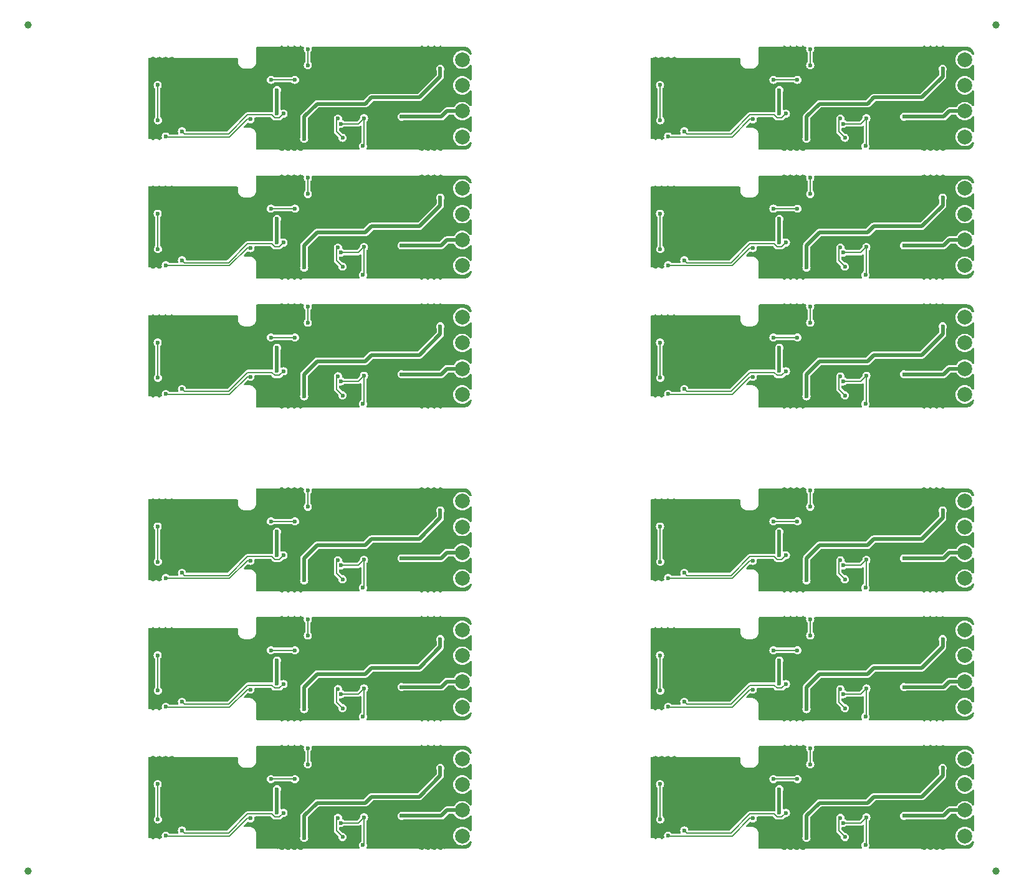
<source format=gbl>
G04 #@! TF.GenerationSoftware,KiCad,Pcbnew,8.0.1*
G04 #@! TF.CreationDate,2025-05-23T10:36:23+02:00*
G04 #@! TF.ProjectId,panel-12,70616e65-6c2d-4313-922e-6b696361645f,F*
G04 #@! TF.SameCoordinates,Original*
G04 #@! TF.FileFunction,Copper,L2,Bot*
G04 #@! TF.FilePolarity,Positive*
%FSLAX46Y46*%
G04 Gerber Fmt 4.6, Leading zero omitted, Abs format (unit mm)*
G04 Created by KiCad (PCBNEW 8.0.1) date 2025-05-23 10:36:23*
%MOMM*%
%LPD*%
G01*
G04 APERTURE LIST*
G04 #@! TA.AperFunction,ComponentPad*
%ADD10C,2.000000*%
G04 #@! TD*
G04 #@! TA.AperFunction,SMDPad,CuDef*
%ADD11C,1.000000*%
G04 #@! TD*
G04 #@! TA.AperFunction,ViaPad*
%ADD12C,0.600000*%
G04 #@! TD*
G04 #@! TA.AperFunction,Conductor*
%ADD13C,0.500000*%
G04 #@! TD*
G04 #@! TA.AperFunction,Conductor*
%ADD14C,0.200000*%
G04 #@! TD*
G04 APERTURE END LIST*
D10*
G04 #@! TO.P,7-J3,1,Pin_1*
G04 #@! TO.N,7--BATT*
X131750000Y-72750000D03*
G04 #@! TD*
G04 #@! TO.P,2-J5,1,Pin_1*
G04 #@! TO.N,2--LED*
X63500000Y-37250000D03*
G04 #@! TD*
G04 #@! TO.P,1-J3,1,Pin_1*
G04 #@! TO.N,1--BATT*
X131750000Y-12750000D03*
G04 #@! TD*
G04 #@! TO.P,10-J5,1,Pin_1*
G04 #@! TO.N,10--LED*
X63500000Y-114750000D03*
G04 #@! TD*
G04 #@! TO.P,9-J4,1,Pin_1*
G04 #@! TO.N,9-+LED*
X131750000Y-93750000D03*
G04 #@! TD*
G04 #@! TO.P,2-J4,1,Pin_1*
G04 #@! TO.N,2-+LED*
X63500000Y-33750000D03*
G04 #@! TD*
G04 #@! TO.P,1-J5,1,Pin_1*
G04 #@! TO.N,1--LED*
X131750000Y-19750000D03*
G04 #@! TD*
G04 #@! TO.P,0-J4,1,Pin_1*
G04 #@! TO.N,0-+LED*
X63500000Y-16250000D03*
G04 #@! TD*
G04 #@! TO.P,9-J5,1,Pin_1*
G04 #@! TO.N,9--LED*
X131750000Y-97250000D03*
G04 #@! TD*
G04 #@! TO.P,11-J5,1,Pin_1*
G04 #@! TO.N,11--LED*
X131750000Y-114750000D03*
G04 #@! TD*
G04 #@! TO.P,10-J3,1,Pin_1*
G04 #@! TO.N,10--BATT*
X63500000Y-107750000D03*
G04 #@! TD*
G04 #@! TO.P,4-J3,1,Pin_1*
G04 #@! TO.N,4--BATT*
X63500000Y-47750000D03*
G04 #@! TD*
G04 #@! TO.P,2-J2,1,Pin_1*
G04 #@! TO.N,2-+BATT*
X63500000Y-26750000D03*
G04 #@! TD*
G04 #@! TO.P,8-J4,1,Pin_1*
G04 #@! TO.N,8-+LED*
X63500000Y-93750000D03*
G04 #@! TD*
G04 #@! TO.P,7-J4,1,Pin_1*
G04 #@! TO.N,7-+LED*
X131750000Y-76250000D03*
G04 #@! TD*
G04 #@! TO.P,11-J3,1,Pin_1*
G04 #@! TO.N,11--BATT*
X131750000Y-107750000D03*
G04 #@! TD*
G04 #@! TO.P,4-J4,1,Pin_1*
G04 #@! TO.N,4-+LED*
X63500000Y-51250000D03*
G04 #@! TD*
G04 #@! TO.P,4-J5,1,Pin_1*
G04 #@! TO.N,4--LED*
X63500000Y-54750000D03*
G04 #@! TD*
G04 #@! TO.P,9-J2,1,Pin_1*
G04 #@! TO.N,9-+BATT*
X131750000Y-86750000D03*
G04 #@! TD*
G04 #@! TO.P,4-J2,1,Pin_1*
G04 #@! TO.N,4-+BATT*
X63500000Y-44250000D03*
G04 #@! TD*
G04 #@! TO.P,5-J3,1,Pin_1*
G04 #@! TO.N,5--BATT*
X131750000Y-47750000D03*
G04 #@! TD*
G04 #@! TO.P,5-J4,1,Pin_1*
G04 #@! TO.N,5-+LED*
X131750000Y-51250000D03*
G04 #@! TD*
G04 #@! TO.P,0-J3,1,Pin_1*
G04 #@! TO.N,0--BATT*
X63500000Y-12750000D03*
G04 #@! TD*
G04 #@! TO.P,9-J3,1,Pin_1*
G04 #@! TO.N,9--BATT*
X131750000Y-90250000D03*
G04 #@! TD*
G04 #@! TO.P,6-J3,1,Pin_1*
G04 #@! TO.N,6--BATT*
X63500000Y-72750000D03*
G04 #@! TD*
G04 #@! TO.P,2-J3,1,Pin_1*
G04 #@! TO.N,2--BATT*
X63500000Y-30250000D03*
G04 #@! TD*
G04 #@! TO.P,6-J5,1,Pin_1*
G04 #@! TO.N,6--LED*
X63500000Y-79750000D03*
G04 #@! TD*
G04 #@! TO.P,5-J2,1,Pin_1*
G04 #@! TO.N,5-+BATT*
X131750000Y-44250000D03*
G04 #@! TD*
G04 #@! TO.P,3-J4,1,Pin_1*
G04 #@! TO.N,3-+LED*
X131750000Y-33750000D03*
G04 #@! TD*
G04 #@! TO.P,3-J5,1,Pin_1*
G04 #@! TO.N,3--LED*
X131750000Y-37250000D03*
G04 #@! TD*
G04 #@! TO.P,8-J5,1,Pin_1*
G04 #@! TO.N,8--LED*
X63500000Y-97250000D03*
G04 #@! TD*
G04 #@! TO.P,0-J5,1,Pin_1*
G04 #@! TO.N,0--LED*
X63500000Y-19750000D03*
G04 #@! TD*
G04 #@! TO.P,10-J2,1,Pin_1*
G04 #@! TO.N,10-+BATT*
X63500000Y-104250000D03*
G04 #@! TD*
G04 #@! TO.P,6-J2,1,Pin_1*
G04 #@! TO.N,6-+BATT*
X63500000Y-69250000D03*
G04 #@! TD*
G04 #@! TO.P,7-J2,1,Pin_1*
G04 #@! TO.N,7-+BATT*
X131750000Y-69250000D03*
G04 #@! TD*
G04 #@! TO.P,3-J3,1,Pin_1*
G04 #@! TO.N,3--BATT*
X131750000Y-30250000D03*
G04 #@! TD*
G04 #@! TO.P,8-J2,1,Pin_1*
G04 #@! TO.N,8-+BATT*
X63500000Y-86750000D03*
G04 #@! TD*
G04 #@! TO.P,1-J4,1,Pin_1*
G04 #@! TO.N,1-+LED*
X131750000Y-16250000D03*
G04 #@! TD*
G04 #@! TO.P,8-J3,1,Pin_1*
G04 #@! TO.N,8--BATT*
X63500000Y-90250000D03*
G04 #@! TD*
G04 #@! TO.P,6-J4,1,Pin_1*
G04 #@! TO.N,6-+LED*
X63500000Y-76250000D03*
G04 #@! TD*
G04 #@! TO.P,3-J2,1,Pin_1*
G04 #@! TO.N,3-+BATT*
X131750000Y-26750000D03*
G04 #@! TD*
G04 #@! TO.P,7-J5,1,Pin_1*
G04 #@! TO.N,7--LED*
X131750000Y-79750000D03*
G04 #@! TD*
G04 #@! TO.P,11-J4,1,Pin_1*
G04 #@! TO.N,11-+LED*
X131750000Y-111250000D03*
G04 #@! TD*
G04 #@! TO.P,1-J2,1,Pin_1*
G04 #@! TO.N,1-+BATT*
X131750000Y-9250000D03*
G04 #@! TD*
G04 #@! TO.P,0-J2,1,Pin_1*
G04 #@! TO.N,0-+BATT*
X63500000Y-9250000D03*
G04 #@! TD*
G04 #@! TO.P,5-J5,1,Pin_1*
G04 #@! TO.N,5--LED*
X131750000Y-54750000D03*
G04 #@! TD*
G04 #@! TO.P,10-J4,1,Pin_1*
G04 #@! TO.N,10-+LED*
X63500000Y-111250000D03*
G04 #@! TD*
G04 #@! TO.P,11-J2,1,Pin_1*
G04 #@! TO.N,11-+BATT*
X131750000Y-104250000D03*
G04 #@! TD*
D11*
G04 #@! TO.P,KiKit_FID_B_1,*
G04 #@! TO.N,*
X4500000Y-4500000D03*
G04 #@! TD*
G04 #@! TO.P,KiKit_FID_B_2,*
G04 #@! TO.N,*
X136000000Y-4500000D03*
G04 #@! TD*
G04 #@! TO.P,KiKit_FID_B_4,*
G04 #@! TO.N,*
X136000000Y-119500000D03*
G04 #@! TD*
G04 #@! TO.P,KiKit_FID_B_3,*
G04 #@! TO.N,*
X4500000Y-119500000D03*
G04 #@! TD*
D12*
G04 #@! TO.N,0-+BATT*
X42500000Y-7800000D03*
X38300000Y-16550000D03*
X38300000Y-13400000D03*
X42500000Y-10000000D03*
G04 #@! TO.N,0-+LED*
X55250000Y-17000000D03*
G04 #@! TO.N,0-GND*
X23750000Y-9500000D03*
X24750000Y-17500000D03*
X34900000Y-13400000D03*
X47500000Y-16250000D03*
X52000000Y-16000000D03*
X49000000Y-14450000D03*
X31400000Y-18650000D03*
X43000000Y-17250000D03*
X49000000Y-8750000D03*
X45750000Y-12500000D03*
X30700000Y-9300000D03*
X41100000Y-17300000D03*
X54000000Y-20750000D03*
X45250000Y-10000000D03*
X45800000Y-16200000D03*
X22750000Y-9500000D03*
X27000000Y-17500000D03*
X34900000Y-12000000D03*
X40750000Y-10000000D03*
X37500000Y-18000000D03*
X37500000Y-14200000D03*
X58250000Y-11500000D03*
X22750000Y-10500000D03*
X23750000Y-10500000D03*
X48250000Y-19750000D03*
X60500000Y-9250000D03*
X58250000Y-12250000D03*
X32700000Y-9300000D03*
X48250000Y-13500000D03*
X40200000Y-14750000D03*
X52000000Y-17000000D03*
X35600000Y-17400000D03*
X21750000Y-9500000D03*
X58000000Y-18250000D03*
X21750000Y-10500000D03*
X43750000Y-18000000D03*
X54000000Y-20000000D03*
X33050000Y-17050000D03*
X34000000Y-16100000D03*
X48250000Y-16250000D03*
X55250000Y-13150000D03*
X40200000Y-15800000D03*
X35950000Y-11300000D03*
X58000000Y-20750000D03*
X37250000Y-16000000D03*
X29400000Y-18650000D03*
X35600000Y-16000000D03*
X49250000Y-16250000D03*
X45200000Y-14400000D03*
G04 #@! TO.N,0-GND1*
X42000000Y-20000000D03*
X60500000Y-10500000D03*
G04 #@! TO.N,0-Net-(D2-A)*
X23200000Y-19700000D03*
X34708177Y-17350000D03*
G04 #@! TO.N,0-Net-(D2-K)*
X25400000Y-19000000D03*
X39200000Y-16600000D03*
G04 #@! TO.N,0-Net-(R5-Pad1)*
X22125000Y-17500000D03*
X37500000Y-12000000D03*
X22100000Y-12700000D03*
X40750000Y-12000000D03*
G04 #@! TO.N,0-Net-(U3-EN)*
X50000000Y-21000000D03*
X50137500Y-17200000D03*
X47001702Y-17975000D03*
G04 #@! TO.N,0-Net-(U3-FB)*
X47228474Y-19875000D03*
X46590358Y-17278025D03*
G04 #@! TO.N,1-+BATT*
X106550000Y-13400000D03*
X110750000Y-7800000D03*
X110750000Y-10000000D03*
X106550000Y-16550000D03*
G04 #@! TO.N,1-+LED*
X123500000Y-17000000D03*
G04 #@! TO.N,1-GND*
X115750000Y-16250000D03*
X92000000Y-9500000D03*
X112000000Y-18000000D03*
X97650000Y-18650000D03*
X91000000Y-9500000D03*
X117500000Y-16250000D03*
X128750000Y-9250000D03*
X122250000Y-20750000D03*
X108450000Y-15800000D03*
X105500000Y-16000000D03*
X120250000Y-16000000D03*
X113500000Y-10000000D03*
X120250000Y-17000000D03*
X126500000Y-12250000D03*
X100950000Y-9300000D03*
X101300000Y-17050000D03*
X104200000Y-11300000D03*
X122250000Y-20000000D03*
X92000000Y-10500000D03*
X108450000Y-14750000D03*
X114000000Y-12500000D03*
X103150000Y-13400000D03*
X103850000Y-16000000D03*
X103850000Y-17400000D03*
X111250000Y-17250000D03*
X105750000Y-18000000D03*
X109000000Y-10000000D03*
X109350000Y-17300000D03*
X91000000Y-10500000D03*
X116500000Y-16250000D03*
X103150000Y-12000000D03*
X90000000Y-9500000D03*
X126250000Y-18250000D03*
X116500000Y-13500000D03*
X102250000Y-16100000D03*
X116500000Y-19750000D03*
X113450000Y-14400000D03*
X93000000Y-17500000D03*
X99650000Y-18650000D03*
X123500000Y-13150000D03*
X98950000Y-9300000D03*
X117250000Y-14450000D03*
X117250000Y-8750000D03*
X95250000Y-17500000D03*
X90000000Y-10500000D03*
X105750000Y-14200000D03*
X126500000Y-11500000D03*
X114050000Y-16200000D03*
X126250000Y-20750000D03*
G04 #@! TO.N,1-GND1*
X110250000Y-20000000D03*
X128750000Y-10500000D03*
G04 #@! TO.N,1-Net-(D2-A)*
X91450000Y-19700000D03*
X102958177Y-17350000D03*
G04 #@! TO.N,1-Net-(D2-K)*
X93650000Y-19000000D03*
X107450000Y-16600000D03*
G04 #@! TO.N,1-Net-(R5-Pad1)*
X90375000Y-17500000D03*
X105750000Y-12000000D03*
X90350000Y-12700000D03*
X109000000Y-12000000D03*
G04 #@! TO.N,1-Net-(U3-EN)*
X118250000Y-21000000D03*
X115251702Y-17975000D03*
X118387500Y-17200000D03*
G04 #@! TO.N,1-Net-(U3-FB)*
X114840358Y-17278025D03*
X115478474Y-19875000D03*
G04 #@! TO.N,2-+BATT*
X42500000Y-27500000D03*
X38300000Y-30900000D03*
X42500000Y-25300000D03*
X38300000Y-34050000D03*
G04 #@! TO.N,2-+LED*
X55250000Y-34500000D03*
G04 #@! TO.N,2-GND*
X45750000Y-30000000D03*
X34900000Y-30900000D03*
X45800000Y-33700000D03*
X21750000Y-27000000D03*
X54000000Y-38250000D03*
X35600000Y-33500000D03*
X27000000Y-35000000D03*
X29400000Y-36150000D03*
X45200000Y-31900000D03*
X45250000Y-27500000D03*
X40750000Y-27500000D03*
X35600000Y-34900000D03*
X22750000Y-28000000D03*
X54000000Y-37500000D03*
X22750000Y-27000000D03*
X52000000Y-34500000D03*
X35950000Y-28800000D03*
X40200000Y-32250000D03*
X37500000Y-35500000D03*
X47500000Y-33750000D03*
X60500000Y-26750000D03*
X48250000Y-31000000D03*
X30700000Y-26800000D03*
X23750000Y-28000000D03*
X24750000Y-35000000D03*
X49250000Y-33750000D03*
X32700000Y-26800000D03*
X49000000Y-26250000D03*
X41100000Y-34800000D03*
X49000000Y-31950000D03*
X34900000Y-29500000D03*
X55250000Y-30650000D03*
X48250000Y-37250000D03*
X23750000Y-27000000D03*
X52000000Y-33500000D03*
X58000000Y-38250000D03*
X58250000Y-29750000D03*
X33050000Y-34550000D03*
X40200000Y-33300000D03*
X48250000Y-33750000D03*
X37250000Y-33500000D03*
X43750000Y-35500000D03*
X58000000Y-35750000D03*
X58250000Y-29000000D03*
X31400000Y-36150000D03*
X43000000Y-34750000D03*
X34000000Y-33600000D03*
X37500000Y-31700000D03*
X21750000Y-28000000D03*
G04 #@! TO.N,2-GND1*
X42000000Y-37500000D03*
X60500000Y-28000000D03*
G04 #@! TO.N,2-Net-(D2-A)*
X34708177Y-34850000D03*
X23200000Y-37200000D03*
G04 #@! TO.N,2-Net-(D2-K)*
X39200000Y-34100000D03*
X25400000Y-36500000D03*
G04 #@! TO.N,2-Net-(R5-Pad1)*
X40750000Y-29500000D03*
X22100000Y-30200000D03*
X22125000Y-35000000D03*
X37500000Y-29500000D03*
G04 #@! TO.N,2-Net-(U3-EN)*
X50137500Y-34700000D03*
X50000000Y-38500000D03*
X47001702Y-35475000D03*
G04 #@! TO.N,2-Net-(U3-FB)*
X47228474Y-37375000D03*
X46590358Y-34778025D03*
G04 #@! TO.N,3-+BATT*
X110750000Y-25300000D03*
X106550000Y-34050000D03*
X110750000Y-27500000D03*
X106550000Y-30900000D03*
G04 #@! TO.N,3-+LED*
X123500000Y-34500000D03*
G04 #@! TO.N,3-GND*
X117250000Y-26250000D03*
X103150000Y-30900000D03*
X100950000Y-26800000D03*
X105500000Y-33500000D03*
X99650000Y-36150000D03*
X108450000Y-32250000D03*
X116500000Y-31000000D03*
X114000000Y-30000000D03*
X102250000Y-33600000D03*
X114050000Y-33700000D03*
X91000000Y-27000000D03*
X126500000Y-29000000D03*
X122250000Y-38250000D03*
X105750000Y-31700000D03*
X113450000Y-31900000D03*
X92000000Y-28000000D03*
X101300000Y-34550000D03*
X95250000Y-35000000D03*
X115750000Y-33750000D03*
X103150000Y-29500000D03*
X120250000Y-33500000D03*
X117500000Y-33750000D03*
X113500000Y-27500000D03*
X98950000Y-26800000D03*
X120250000Y-34500000D03*
X126250000Y-35750000D03*
X116500000Y-37250000D03*
X126250000Y-38250000D03*
X92000000Y-27000000D03*
X104200000Y-28800000D03*
X109000000Y-27500000D03*
X112000000Y-35500000D03*
X128750000Y-26750000D03*
X116500000Y-33750000D03*
X105750000Y-35500000D03*
X109350000Y-34800000D03*
X122250000Y-37500000D03*
X111250000Y-34750000D03*
X103850000Y-33500000D03*
X103850000Y-34900000D03*
X97650000Y-36150000D03*
X117250000Y-31950000D03*
X93000000Y-35000000D03*
X91000000Y-28000000D03*
X90000000Y-27000000D03*
X108450000Y-33300000D03*
X90000000Y-28000000D03*
X126500000Y-29750000D03*
X123500000Y-30650000D03*
G04 #@! TO.N,3-GND1*
X110250000Y-37500000D03*
X128750000Y-28000000D03*
G04 #@! TO.N,3-Net-(D2-A)*
X102958177Y-34850000D03*
X91450000Y-37200000D03*
G04 #@! TO.N,3-Net-(D2-K)*
X93650000Y-36500000D03*
X107450000Y-34100000D03*
G04 #@! TO.N,3-Net-(R5-Pad1)*
X109000000Y-29500000D03*
X105750000Y-29500000D03*
X90350000Y-30200000D03*
X90375000Y-35000000D03*
G04 #@! TO.N,3-Net-(U3-EN)*
X118250000Y-38500000D03*
X115251702Y-35475000D03*
X118387500Y-34700000D03*
G04 #@! TO.N,3-Net-(U3-FB)*
X114840358Y-34778025D03*
X115478474Y-37375000D03*
G04 #@! TO.N,4-+BATT*
X42500000Y-45000000D03*
X42500000Y-42800000D03*
X38300000Y-48400000D03*
X38300000Y-51550000D03*
G04 #@! TO.N,4-+LED*
X55250000Y-52000000D03*
G04 #@! TO.N,4-GND*
X35600000Y-52400000D03*
X29400000Y-53650000D03*
X34900000Y-47000000D03*
X40200000Y-50800000D03*
X58000000Y-53250000D03*
X58250000Y-46500000D03*
X45200000Y-49400000D03*
X55250000Y-48150000D03*
X48250000Y-51250000D03*
X60500000Y-44250000D03*
X45750000Y-47500000D03*
X21750000Y-45500000D03*
X58250000Y-47250000D03*
X34900000Y-48400000D03*
X22750000Y-45500000D03*
X49000000Y-43750000D03*
X45250000Y-45000000D03*
X48250000Y-54750000D03*
X23750000Y-44500000D03*
X47500000Y-51250000D03*
X45800000Y-51200000D03*
X21750000Y-44500000D03*
X31400000Y-53650000D03*
X40750000Y-45000000D03*
X58000000Y-55750000D03*
X23750000Y-45500000D03*
X49000000Y-49450000D03*
X22750000Y-44500000D03*
X24750000Y-52500000D03*
X33050000Y-52050000D03*
X30700000Y-44300000D03*
X35950000Y-46300000D03*
X37500000Y-49200000D03*
X37500000Y-53000000D03*
X37250000Y-51000000D03*
X43750000Y-53000000D03*
X54000000Y-55000000D03*
X49250000Y-51250000D03*
X52000000Y-52000000D03*
X54000000Y-55750000D03*
X40200000Y-49750000D03*
X41100000Y-52300000D03*
X48250000Y-48500000D03*
X43000000Y-52250000D03*
X32700000Y-44300000D03*
X52000000Y-51000000D03*
X27000000Y-52500000D03*
X35600000Y-51000000D03*
X34000000Y-51100000D03*
G04 #@! TO.N,4-GND1*
X42000000Y-55000000D03*
X60500000Y-45500000D03*
G04 #@! TO.N,4-Net-(D2-A)*
X34708177Y-52350000D03*
X23200000Y-54700000D03*
G04 #@! TO.N,4-Net-(D2-K)*
X39200000Y-51600000D03*
X25400000Y-54000000D03*
G04 #@! TO.N,4-Net-(R5-Pad1)*
X37500000Y-47000000D03*
X40750000Y-47000000D03*
X22100000Y-47700000D03*
X22125000Y-52500000D03*
G04 #@! TO.N,4-Net-(U3-EN)*
X47001702Y-52975000D03*
X50000000Y-56000000D03*
X50137500Y-52200000D03*
G04 #@! TO.N,4-Net-(U3-FB)*
X47228474Y-54875000D03*
X46590358Y-52278025D03*
G04 #@! TO.N,5-+BATT*
X106550000Y-48400000D03*
X110750000Y-45000000D03*
X110750000Y-42800000D03*
X106550000Y-51550000D03*
G04 #@! TO.N,5-+LED*
X123500000Y-52000000D03*
G04 #@! TO.N,5-GND*
X92000000Y-45500000D03*
X116500000Y-54750000D03*
X99650000Y-53650000D03*
X103850000Y-51000000D03*
X117500000Y-51250000D03*
X115750000Y-51250000D03*
X126250000Y-55750000D03*
X90000000Y-44500000D03*
X105500000Y-51000000D03*
X112000000Y-53000000D03*
X98950000Y-44300000D03*
X103150000Y-47000000D03*
X92000000Y-44500000D03*
X97650000Y-53650000D03*
X126500000Y-47250000D03*
X109000000Y-45000000D03*
X108450000Y-50800000D03*
X113500000Y-45000000D03*
X111250000Y-52250000D03*
X116500000Y-48500000D03*
X113450000Y-49400000D03*
X91000000Y-44500000D03*
X91000000Y-45500000D03*
X104200000Y-46300000D03*
X114000000Y-47500000D03*
X117250000Y-43750000D03*
X116500000Y-51250000D03*
X90000000Y-45500000D03*
X105750000Y-49200000D03*
X105750000Y-53000000D03*
X122250000Y-55000000D03*
X101300000Y-52050000D03*
X102250000Y-51100000D03*
X93000000Y-52500000D03*
X128750000Y-44250000D03*
X108450000Y-49750000D03*
X126500000Y-46500000D03*
X114050000Y-51200000D03*
X109350000Y-52300000D03*
X122250000Y-55750000D03*
X120250000Y-51000000D03*
X103850000Y-52400000D03*
X126250000Y-53250000D03*
X117250000Y-49450000D03*
X120250000Y-52000000D03*
X100950000Y-44300000D03*
X103150000Y-48400000D03*
X95250000Y-52500000D03*
X123500000Y-48150000D03*
G04 #@! TO.N,5-GND1*
X128750000Y-45500000D03*
X110250000Y-55000000D03*
G04 #@! TO.N,5-Net-(D2-A)*
X102958177Y-52350000D03*
X91450000Y-54700000D03*
G04 #@! TO.N,5-Net-(D2-K)*
X107450000Y-51600000D03*
X93650000Y-54000000D03*
G04 #@! TO.N,5-Net-(R5-Pad1)*
X90375000Y-52500000D03*
X109000000Y-47000000D03*
X90350000Y-47700000D03*
X105750000Y-47000000D03*
G04 #@! TO.N,5-Net-(U3-EN)*
X118250000Y-56000000D03*
X118387500Y-52200000D03*
X115251702Y-52975000D03*
G04 #@! TO.N,5-Net-(U3-FB)*
X114840358Y-52278025D03*
X115478474Y-54875000D03*
G04 #@! TO.N,6-+BATT*
X38300000Y-76550000D03*
X42500000Y-67800000D03*
X42500000Y-70000000D03*
X38300000Y-73400000D03*
G04 #@! TO.N,6-+LED*
X55250000Y-77000000D03*
G04 #@! TO.N,6-GND*
X21750000Y-70500000D03*
X22750000Y-69500000D03*
X43750000Y-78000000D03*
X34000000Y-76100000D03*
X32700000Y-69300000D03*
X43000000Y-77250000D03*
X37500000Y-74200000D03*
X49000000Y-74450000D03*
X33050000Y-77050000D03*
X52000000Y-76000000D03*
X24750000Y-77500000D03*
X35600000Y-77400000D03*
X37250000Y-76000000D03*
X35950000Y-71300000D03*
X45800000Y-76200000D03*
X58000000Y-78250000D03*
X35600000Y-76000000D03*
X40200000Y-75800000D03*
X45200000Y-74400000D03*
X37500000Y-78000000D03*
X49250000Y-76250000D03*
X47500000Y-76250000D03*
X27000000Y-77500000D03*
X22750000Y-70500000D03*
X54000000Y-80000000D03*
X54000000Y-80750000D03*
X34900000Y-72000000D03*
X34900000Y-73400000D03*
X58250000Y-72250000D03*
X48250000Y-73500000D03*
X55250000Y-73150000D03*
X60500000Y-69250000D03*
X58000000Y-80750000D03*
X48250000Y-79750000D03*
X45750000Y-72500000D03*
X30700000Y-69300000D03*
X45250000Y-70000000D03*
X29400000Y-78650000D03*
X23750000Y-69500000D03*
X23750000Y-70500000D03*
X58250000Y-71500000D03*
X40750000Y-70000000D03*
X49000000Y-68750000D03*
X52000000Y-77000000D03*
X41100000Y-77300000D03*
X21750000Y-69500000D03*
X40200000Y-74750000D03*
X48250000Y-76250000D03*
X31400000Y-78650000D03*
G04 #@! TO.N,6-GND1*
X42000000Y-80000000D03*
X60500000Y-70500000D03*
G04 #@! TO.N,6-Net-(D2-A)*
X34708177Y-77350000D03*
X23200000Y-79700000D03*
G04 #@! TO.N,6-Net-(D2-K)*
X39200000Y-76600000D03*
X25400000Y-79000000D03*
G04 #@! TO.N,6-Net-(R5-Pad1)*
X37500000Y-72000000D03*
X22125000Y-77500000D03*
X22100000Y-72700000D03*
X40750000Y-72000000D03*
G04 #@! TO.N,6-Net-(U3-EN)*
X47001702Y-77975000D03*
X50137500Y-77200000D03*
X50000000Y-81000000D03*
G04 #@! TO.N,6-Net-(U3-FB)*
X47228474Y-79875000D03*
X46590358Y-77278025D03*
G04 #@! TO.N,7-+BATT*
X106550000Y-76550000D03*
X106550000Y-73400000D03*
X110750000Y-70000000D03*
X110750000Y-67800000D03*
G04 #@! TO.N,7-+LED*
X123500000Y-77000000D03*
G04 #@! TO.N,7-GND*
X103850000Y-76000000D03*
X111250000Y-77250000D03*
X90000000Y-70500000D03*
X126500000Y-72250000D03*
X126250000Y-78250000D03*
X123500000Y-73150000D03*
X126250000Y-80750000D03*
X99650000Y-78650000D03*
X116500000Y-73500000D03*
X120250000Y-76000000D03*
X115750000Y-76250000D03*
X95250000Y-77500000D03*
X93000000Y-77500000D03*
X117250000Y-74450000D03*
X103150000Y-73400000D03*
X122250000Y-80000000D03*
X92000000Y-70500000D03*
X114050000Y-76200000D03*
X91000000Y-70500000D03*
X105750000Y-78000000D03*
X113450000Y-74400000D03*
X108450000Y-74750000D03*
X116500000Y-76250000D03*
X100950000Y-69300000D03*
X98950000Y-69300000D03*
X103150000Y-72000000D03*
X113500000Y-70000000D03*
X102250000Y-76100000D03*
X114000000Y-72500000D03*
X116500000Y-79750000D03*
X108450000Y-75800000D03*
X109000000Y-70000000D03*
X126500000Y-71500000D03*
X101300000Y-77050000D03*
X105750000Y-74200000D03*
X109350000Y-77300000D03*
X128750000Y-69250000D03*
X120250000Y-77000000D03*
X117500000Y-76250000D03*
X91000000Y-69500000D03*
X103850000Y-77400000D03*
X92000000Y-69500000D03*
X97650000Y-78650000D03*
X104200000Y-71300000D03*
X112000000Y-78000000D03*
X117250000Y-68750000D03*
X105500000Y-76000000D03*
X122250000Y-80750000D03*
X90000000Y-69500000D03*
G04 #@! TO.N,7-GND1*
X128750000Y-70500000D03*
X110250000Y-80000000D03*
G04 #@! TO.N,7-Net-(D2-A)*
X102958177Y-77350000D03*
X91450000Y-79700000D03*
G04 #@! TO.N,7-Net-(D2-K)*
X107450000Y-76600000D03*
X93650000Y-79000000D03*
G04 #@! TO.N,7-Net-(R5-Pad1)*
X105750000Y-72000000D03*
X90350000Y-72700000D03*
X109000000Y-72000000D03*
X90375000Y-77500000D03*
G04 #@! TO.N,7-Net-(U3-EN)*
X118387500Y-77200000D03*
X118250000Y-81000000D03*
X115251702Y-77975000D03*
G04 #@! TO.N,7-Net-(U3-FB)*
X115478474Y-79875000D03*
X114840358Y-77278025D03*
G04 #@! TO.N,8-+BATT*
X38300000Y-90900000D03*
X38300000Y-94050000D03*
X42500000Y-87500000D03*
X42500000Y-85300000D03*
G04 #@! TO.N,8-+LED*
X55250000Y-94500000D03*
G04 #@! TO.N,8-GND*
X43000000Y-94750000D03*
X40200000Y-92250000D03*
X49250000Y-93750000D03*
X31400000Y-96150000D03*
X60500000Y-86750000D03*
X35950000Y-88800000D03*
X41100000Y-94800000D03*
X45250000Y-87500000D03*
X21750000Y-88000000D03*
X45800000Y-93700000D03*
X34900000Y-90900000D03*
X24750000Y-95000000D03*
X32700000Y-86800000D03*
X27000000Y-95000000D03*
X54000000Y-97500000D03*
X58000000Y-98250000D03*
X45200000Y-91900000D03*
X35600000Y-93500000D03*
X37500000Y-91700000D03*
X37500000Y-95500000D03*
X58000000Y-95750000D03*
X23750000Y-88000000D03*
X34900000Y-89500000D03*
X35600000Y-94900000D03*
X21750000Y-87000000D03*
X23750000Y-87000000D03*
X40750000Y-87500000D03*
X45750000Y-90000000D03*
X54000000Y-98250000D03*
X55250000Y-90650000D03*
X48250000Y-97250000D03*
X52000000Y-93500000D03*
X48250000Y-93750000D03*
X22750000Y-88000000D03*
X49000000Y-91950000D03*
X58250000Y-89000000D03*
X29400000Y-96150000D03*
X40200000Y-93300000D03*
X48250000Y-91000000D03*
X43750000Y-95500000D03*
X58250000Y-89750000D03*
X33050000Y-94550000D03*
X30700000Y-86800000D03*
X22750000Y-87000000D03*
X47500000Y-93750000D03*
X52000000Y-94500000D03*
X49000000Y-86250000D03*
X37250000Y-93500000D03*
X34000000Y-93600000D03*
G04 #@! TO.N,8-GND1*
X42000000Y-97500000D03*
X60500000Y-88000000D03*
G04 #@! TO.N,8-Net-(D2-A)*
X23200000Y-97200000D03*
X34708177Y-94850000D03*
G04 #@! TO.N,8-Net-(D2-K)*
X39200000Y-94100000D03*
X25400000Y-96500000D03*
G04 #@! TO.N,8-Net-(R5-Pad1)*
X37500000Y-89500000D03*
X22125000Y-95000000D03*
X22100000Y-90200000D03*
X40750000Y-89500000D03*
G04 #@! TO.N,8-Net-(U3-EN)*
X50000000Y-98500000D03*
X47001702Y-95475000D03*
X50137500Y-94700000D03*
G04 #@! TO.N,8-Net-(U3-FB)*
X47228474Y-97375000D03*
X46590358Y-94778025D03*
G04 #@! TO.N,9-+BATT*
X106550000Y-94050000D03*
X106550000Y-90900000D03*
X110750000Y-85300000D03*
X110750000Y-87500000D03*
G04 #@! TO.N,9-+LED*
X123500000Y-94500000D03*
G04 #@! TO.N,9-GND*
X117250000Y-86250000D03*
X99650000Y-96150000D03*
X114000000Y-90000000D03*
X120250000Y-94500000D03*
X101300000Y-94550000D03*
X116500000Y-93750000D03*
X108450000Y-93300000D03*
X105750000Y-91700000D03*
X111250000Y-94750000D03*
X117250000Y-91950000D03*
X103850000Y-94900000D03*
X91000000Y-87000000D03*
X113450000Y-91900000D03*
X122250000Y-98250000D03*
X112000000Y-95500000D03*
X105500000Y-93500000D03*
X92000000Y-88000000D03*
X103150000Y-90900000D03*
X100950000Y-86800000D03*
X123500000Y-90650000D03*
X103150000Y-89500000D03*
X92000000Y-87000000D03*
X113500000Y-87500000D03*
X115750000Y-93750000D03*
X102250000Y-93600000D03*
X91000000Y-88000000D03*
X109350000Y-94800000D03*
X95250000Y-95000000D03*
X114050000Y-93700000D03*
X105750000Y-95500000D03*
X126250000Y-95750000D03*
X103850000Y-93500000D03*
X93000000Y-95000000D03*
X109000000Y-87500000D03*
X120250000Y-93500000D03*
X116500000Y-91000000D03*
X126500000Y-89000000D03*
X117500000Y-93750000D03*
X90000000Y-87000000D03*
X98950000Y-86800000D03*
X97650000Y-96150000D03*
X104200000Y-88800000D03*
X90000000Y-88000000D03*
X108450000Y-92250000D03*
X116500000Y-97250000D03*
X122250000Y-97500000D03*
X126250000Y-98250000D03*
X128750000Y-86750000D03*
X126500000Y-89750000D03*
G04 #@! TO.N,9-GND1*
X128750000Y-88000000D03*
X110250000Y-97500000D03*
G04 #@! TO.N,9-Net-(D2-A)*
X102958177Y-94850000D03*
X91450000Y-97200000D03*
G04 #@! TO.N,9-Net-(D2-K)*
X93650000Y-96500000D03*
X107450000Y-94100000D03*
G04 #@! TO.N,9-Net-(R5-Pad1)*
X105750000Y-89500000D03*
X90350000Y-90200000D03*
X109000000Y-89500000D03*
X90375000Y-95000000D03*
G04 #@! TO.N,9-Net-(U3-EN)*
X118250000Y-98500000D03*
X118387500Y-94700000D03*
X115251702Y-95475000D03*
G04 #@! TO.N,9-Net-(U3-FB)*
X115478474Y-97375000D03*
X114840358Y-94778025D03*
G04 #@! TO.N,10-+BATT*
X42500000Y-105000000D03*
X38300000Y-108400000D03*
X42500000Y-102800000D03*
X38300000Y-111550000D03*
G04 #@! TO.N,10-+LED*
X55250000Y-112000000D03*
G04 #@! TO.N,10-GND*
X52000000Y-111000000D03*
X58000000Y-115750000D03*
X45250000Y-105000000D03*
X40750000Y-105000000D03*
X35600000Y-112400000D03*
X30700000Y-104300000D03*
X47500000Y-111250000D03*
X34900000Y-107000000D03*
X32700000Y-104300000D03*
X35950000Y-106300000D03*
X48250000Y-114750000D03*
X52000000Y-112000000D03*
X48250000Y-111250000D03*
X33050000Y-112050000D03*
X37500000Y-113000000D03*
X27000000Y-112500000D03*
X49250000Y-111250000D03*
X37500000Y-109200000D03*
X55250000Y-108150000D03*
X40200000Y-109750000D03*
X58250000Y-106500000D03*
X22750000Y-105500000D03*
X43750000Y-113000000D03*
X21750000Y-105500000D03*
X58000000Y-113250000D03*
X40200000Y-110800000D03*
X34000000Y-111100000D03*
X54000000Y-115000000D03*
X24750000Y-112500000D03*
X34900000Y-108400000D03*
X23750000Y-104500000D03*
X23750000Y-105500000D03*
X43000000Y-112250000D03*
X49000000Y-109450000D03*
X29400000Y-113650000D03*
X48250000Y-108500000D03*
X45750000Y-107500000D03*
X31400000Y-113650000D03*
X35600000Y-111000000D03*
X58250000Y-107250000D03*
X45200000Y-109400000D03*
X21750000Y-104500000D03*
X49000000Y-103750000D03*
X41100000Y-112300000D03*
X37250000Y-111000000D03*
X54000000Y-115750000D03*
X60500000Y-104250000D03*
X22750000Y-104500000D03*
X45800000Y-111200000D03*
G04 #@! TO.N,10-GND1*
X60500000Y-105500000D03*
X42000000Y-115000000D03*
G04 #@! TO.N,10-Net-(D2-A)*
X34708177Y-112350000D03*
X23200000Y-114700000D03*
G04 #@! TO.N,10-Net-(D2-K)*
X25400000Y-114000000D03*
X39200000Y-111600000D03*
G04 #@! TO.N,10-Net-(R5-Pad1)*
X22125000Y-112500000D03*
X37500000Y-107000000D03*
X40750000Y-107000000D03*
X22100000Y-107700000D03*
G04 #@! TO.N,10-Net-(U3-EN)*
X47001702Y-112975000D03*
X50137500Y-112200000D03*
X50000000Y-116000000D03*
G04 #@! TO.N,10-Net-(U3-FB)*
X46590358Y-112278025D03*
X47228474Y-114875000D03*
G04 #@! TO.N,11-+BATT*
X106550000Y-108400000D03*
X106550000Y-111550000D03*
X110750000Y-102800000D03*
X110750000Y-105000000D03*
G04 #@! TO.N,11-+LED*
X123500000Y-112000000D03*
G04 #@! TO.N,11-GND*
X100950000Y-104300000D03*
X103150000Y-107000000D03*
X108450000Y-109750000D03*
X116500000Y-114750000D03*
X105750000Y-113000000D03*
X112000000Y-113000000D03*
X114050000Y-111200000D03*
X117250000Y-109450000D03*
X126250000Y-115750000D03*
X103150000Y-108400000D03*
X120250000Y-111000000D03*
X113500000Y-105000000D03*
X128750000Y-104250000D03*
X101300000Y-112050000D03*
X95250000Y-112500000D03*
X122250000Y-115000000D03*
X115750000Y-111250000D03*
X97650000Y-113650000D03*
X91000000Y-105500000D03*
X103850000Y-111000000D03*
X109350000Y-112300000D03*
X90000000Y-104500000D03*
X104200000Y-106300000D03*
X103850000Y-112400000D03*
X93000000Y-112500000D03*
X126250000Y-113250000D03*
X102250000Y-111100000D03*
X98950000Y-104300000D03*
X108450000Y-110800000D03*
X92000000Y-104500000D03*
X99650000Y-113650000D03*
X105500000Y-111000000D03*
X111250000Y-112250000D03*
X123500000Y-108150000D03*
X113450000Y-109400000D03*
X120250000Y-112000000D03*
X114000000Y-107500000D03*
X117500000Y-111250000D03*
X116500000Y-108500000D03*
X126500000Y-106500000D03*
X105750000Y-109200000D03*
X109000000Y-105000000D03*
X92000000Y-105500000D03*
X126500000Y-107250000D03*
X122250000Y-115750000D03*
X117250000Y-103750000D03*
X91000000Y-104500000D03*
X90000000Y-105500000D03*
X116500000Y-111250000D03*
G04 #@! TO.N,11-GND1*
X110250000Y-115000000D03*
X128750000Y-105500000D03*
G04 #@! TO.N,11-Net-(D2-A)*
X102958177Y-112350000D03*
X91450000Y-114700000D03*
G04 #@! TO.N,11-Net-(D2-K)*
X93650000Y-114000000D03*
X107450000Y-111600000D03*
G04 #@! TO.N,11-Net-(R5-Pad1)*
X109000000Y-107000000D03*
X90375000Y-112500000D03*
X90350000Y-107700000D03*
X105750000Y-107000000D03*
G04 #@! TO.N,11-Net-(U3-EN)*
X115251702Y-112975000D03*
X118387500Y-112200000D03*
X118250000Y-116000000D03*
G04 #@! TO.N,11-Net-(U3-FB)*
X114840358Y-112278025D03*
X115478474Y-114875000D03*
G04 #@! TD*
D13*
G04 #@! TO.N,0-+BATT*
X38250000Y-16541203D02*
X38258797Y-16550000D01*
X38300000Y-16550000D02*
X38300000Y-13400000D01*
D14*
X42500000Y-10000000D02*
X42500000Y-7800000D01*
D13*
G04 #@! TO.N,0-+LED*
X61400000Y-16250000D02*
X63500000Y-16250000D01*
X60650000Y-17000000D02*
X61400000Y-16250000D01*
X55250000Y-17000000D02*
X60650000Y-17000000D01*
G04 #@! TO.N,0-GND1*
X50300000Y-15250000D02*
X43750000Y-15250000D01*
X60500000Y-11550000D02*
X57650000Y-14400000D01*
X57650000Y-14400000D02*
X51150000Y-14400000D01*
X60500000Y-10500000D02*
X60500000Y-11550000D01*
X51150000Y-14400000D02*
X50300000Y-15250000D01*
X42000000Y-17000000D02*
X42000000Y-20000000D01*
X43750000Y-15250000D02*
X42000000Y-17000000D01*
D14*
G04 #@! TO.N,0-Net-(D2-A)*
X34283510Y-17350000D02*
X34708177Y-17350000D01*
X23250000Y-19750000D02*
X23200000Y-19700000D01*
X31883510Y-19750000D02*
X23250000Y-19750000D01*
X31883510Y-19750000D02*
X34283510Y-17350000D01*
G04 #@! TO.N,0-Net-(D2-K)*
X34317824Y-16750000D02*
X37600000Y-16750000D01*
X38650000Y-17150000D02*
X39200000Y-16600000D01*
X38000000Y-17150000D02*
X38650000Y-17150000D01*
X37600000Y-16750000D02*
X38000000Y-17150000D01*
X31717824Y-19350000D02*
X34317824Y-16750000D01*
X31717824Y-19350000D02*
X25750000Y-19350000D01*
X25750000Y-19350000D02*
X25400000Y-19000000D01*
G04 #@! TO.N,0-Net-(R5-Pad1)*
X37500000Y-12000000D02*
X40750000Y-12000000D01*
X22100000Y-17475000D02*
X22125000Y-17500000D01*
X22100000Y-12700000D02*
X22100000Y-17475000D01*
G04 #@! TO.N,0-Net-(U3-EN)*
X50137500Y-20862500D02*
X50000000Y-21000000D01*
X49362500Y-17975000D02*
X50137500Y-17200000D01*
X47001702Y-17975000D02*
X49362500Y-17975000D01*
X50137500Y-17200000D02*
X50137500Y-20862500D01*
G04 #@! TO.N,0-Net-(U3-FB)*
X46401702Y-19048228D02*
X47228474Y-19875000D01*
X46590358Y-17278025D02*
X46401702Y-17466681D01*
X46401702Y-17466681D02*
X46401702Y-19048228D01*
D13*
G04 #@! TO.N,1-+BATT*
X106500000Y-16541203D02*
X106508797Y-16550000D01*
D14*
X110750000Y-10000000D02*
X110750000Y-7800000D01*
D13*
X106550000Y-16550000D02*
X106550000Y-13400000D01*
G04 #@! TO.N,1-+LED*
X123500000Y-17000000D02*
X128900000Y-17000000D01*
X129650000Y-16250000D02*
X131750000Y-16250000D01*
X128900000Y-17000000D02*
X129650000Y-16250000D01*
G04 #@! TO.N,1-GND1*
X119400000Y-14400000D02*
X118550000Y-15250000D01*
X128750000Y-11550000D02*
X125900000Y-14400000D01*
X112000000Y-15250000D02*
X110250000Y-17000000D01*
X128750000Y-10500000D02*
X128750000Y-11550000D01*
X118550000Y-15250000D02*
X112000000Y-15250000D01*
X125900000Y-14400000D02*
X119400000Y-14400000D01*
X110250000Y-17000000D02*
X110250000Y-20000000D01*
D14*
G04 #@! TO.N,1-Net-(D2-A)*
X100133510Y-19750000D02*
X91500000Y-19750000D01*
X102533510Y-17350000D02*
X102958177Y-17350000D01*
X100133510Y-19750000D02*
X102533510Y-17350000D01*
X91500000Y-19750000D02*
X91450000Y-19700000D01*
G04 #@! TO.N,1-Net-(D2-K)*
X99967824Y-19350000D02*
X94000000Y-19350000D01*
X105850000Y-16750000D02*
X106250000Y-17150000D01*
X99967824Y-19350000D02*
X102567824Y-16750000D01*
X106250000Y-17150000D02*
X106900000Y-17150000D01*
X106900000Y-17150000D02*
X107450000Y-16600000D01*
X94000000Y-19350000D02*
X93650000Y-19000000D01*
X102567824Y-16750000D02*
X105850000Y-16750000D01*
G04 #@! TO.N,1-Net-(R5-Pad1)*
X105750000Y-12000000D02*
X109000000Y-12000000D01*
X90350000Y-17475000D02*
X90375000Y-17500000D01*
X90350000Y-12700000D02*
X90350000Y-17475000D01*
G04 #@! TO.N,1-Net-(U3-EN)*
X117612500Y-17975000D02*
X118387500Y-17200000D01*
X118387500Y-20862500D02*
X118250000Y-21000000D01*
X118387500Y-17200000D02*
X118387500Y-20862500D01*
X115251702Y-17975000D02*
X117612500Y-17975000D01*
G04 #@! TO.N,1-Net-(U3-FB)*
X114840358Y-17278025D02*
X114651702Y-17466681D01*
X114651702Y-19048228D02*
X115478474Y-19875000D01*
X114651702Y-17466681D02*
X114651702Y-19048228D01*
D13*
G04 #@! TO.N,2-+BATT*
X38250000Y-34041203D02*
X38258797Y-34050000D01*
D14*
X42500000Y-27500000D02*
X42500000Y-25300000D01*
D13*
X38300000Y-34050000D02*
X38300000Y-30900000D01*
G04 #@! TO.N,2-+LED*
X55250000Y-34500000D02*
X60650000Y-34500000D01*
X61400000Y-33750000D02*
X63500000Y-33750000D01*
X60650000Y-34500000D02*
X61400000Y-33750000D01*
G04 #@! TO.N,2-GND1*
X42000000Y-34500000D02*
X42000000Y-37500000D01*
X50300000Y-32750000D02*
X43750000Y-32750000D01*
X60500000Y-28000000D02*
X60500000Y-29050000D01*
X60500000Y-29050000D02*
X57650000Y-31900000D01*
X43750000Y-32750000D02*
X42000000Y-34500000D01*
X57650000Y-31900000D02*
X51150000Y-31900000D01*
X51150000Y-31900000D02*
X50300000Y-32750000D01*
D14*
G04 #@! TO.N,2-Net-(D2-A)*
X31883510Y-37250000D02*
X34283510Y-34850000D01*
X23250000Y-37250000D02*
X23200000Y-37200000D01*
X34283510Y-34850000D02*
X34708177Y-34850000D01*
X31883510Y-37250000D02*
X23250000Y-37250000D01*
G04 #@! TO.N,2-Net-(D2-K)*
X34317824Y-34250000D02*
X37600000Y-34250000D01*
X31717824Y-36850000D02*
X34317824Y-34250000D01*
X25750000Y-36850000D02*
X25400000Y-36500000D01*
X31717824Y-36850000D02*
X25750000Y-36850000D01*
X38000000Y-34650000D02*
X38650000Y-34650000D01*
X38650000Y-34650000D02*
X39200000Y-34100000D01*
X37600000Y-34250000D02*
X38000000Y-34650000D01*
G04 #@! TO.N,2-Net-(R5-Pad1)*
X22100000Y-34975000D02*
X22125000Y-35000000D01*
X22100000Y-30200000D02*
X22100000Y-34975000D01*
X37500000Y-29500000D02*
X40750000Y-29500000D01*
G04 #@! TO.N,2-Net-(U3-EN)*
X50137500Y-34700000D02*
X50137500Y-38362500D01*
X50137500Y-38362500D02*
X50000000Y-38500000D01*
X47001702Y-35475000D02*
X49362500Y-35475000D01*
X49362500Y-35475000D02*
X50137500Y-34700000D01*
G04 #@! TO.N,2-Net-(U3-FB)*
X46590358Y-34778025D02*
X46401702Y-34966681D01*
X46401702Y-36548228D02*
X47228474Y-37375000D01*
X46401702Y-34966681D02*
X46401702Y-36548228D01*
D13*
G04 #@! TO.N,3-+BATT*
X106550000Y-34050000D02*
X106550000Y-30900000D01*
X106500000Y-34041203D02*
X106508797Y-34050000D01*
D14*
X110750000Y-27500000D02*
X110750000Y-25300000D01*
D13*
G04 #@! TO.N,3-+LED*
X123500000Y-34500000D02*
X128900000Y-34500000D01*
X128900000Y-34500000D02*
X129650000Y-33750000D01*
X129650000Y-33750000D02*
X131750000Y-33750000D01*
G04 #@! TO.N,3-GND1*
X119400000Y-31900000D02*
X118550000Y-32750000D01*
X112000000Y-32750000D02*
X110250000Y-34500000D01*
X128750000Y-28000000D02*
X128750000Y-29050000D01*
X110250000Y-34500000D02*
X110250000Y-37500000D01*
X125900000Y-31900000D02*
X119400000Y-31900000D01*
X118550000Y-32750000D02*
X112000000Y-32750000D01*
X128750000Y-29050000D02*
X125900000Y-31900000D01*
D14*
G04 #@! TO.N,3-Net-(D2-A)*
X102533510Y-34850000D02*
X102958177Y-34850000D01*
X91500000Y-37250000D02*
X91450000Y-37200000D01*
X100133510Y-37250000D02*
X102533510Y-34850000D01*
X100133510Y-37250000D02*
X91500000Y-37250000D01*
G04 #@! TO.N,3-Net-(D2-K)*
X99967824Y-36850000D02*
X94000000Y-36850000D01*
X94000000Y-36850000D02*
X93650000Y-36500000D01*
X102567824Y-34250000D02*
X105850000Y-34250000D01*
X106900000Y-34650000D02*
X107450000Y-34100000D01*
X105850000Y-34250000D02*
X106250000Y-34650000D01*
X99967824Y-36850000D02*
X102567824Y-34250000D01*
X106250000Y-34650000D02*
X106900000Y-34650000D01*
G04 #@! TO.N,3-Net-(R5-Pad1)*
X105750000Y-29500000D02*
X109000000Y-29500000D01*
X90350000Y-34975000D02*
X90375000Y-35000000D01*
X90350000Y-30200000D02*
X90350000Y-34975000D01*
G04 #@! TO.N,3-Net-(U3-EN)*
X117612500Y-35475000D02*
X118387500Y-34700000D01*
X115251702Y-35475000D02*
X117612500Y-35475000D01*
X118387500Y-34700000D02*
X118387500Y-38362500D01*
X118387500Y-38362500D02*
X118250000Y-38500000D01*
G04 #@! TO.N,3-Net-(U3-FB)*
X114651702Y-36548228D02*
X115478474Y-37375000D01*
X114651702Y-34966681D02*
X114651702Y-36548228D01*
X114840358Y-34778025D02*
X114651702Y-34966681D01*
D13*
G04 #@! TO.N,4-+BATT*
X38300000Y-51550000D02*
X38300000Y-48400000D01*
D14*
X42500000Y-45000000D02*
X42500000Y-42800000D01*
D13*
X38250000Y-51541203D02*
X38258797Y-51550000D01*
G04 #@! TO.N,4-+LED*
X55250000Y-52000000D02*
X60650000Y-52000000D01*
X60650000Y-52000000D02*
X61400000Y-51250000D01*
X61400000Y-51250000D02*
X63500000Y-51250000D01*
G04 #@! TO.N,4-GND1*
X60500000Y-45500000D02*
X60500000Y-46550000D01*
X51150000Y-49400000D02*
X50300000Y-50250000D01*
X42000000Y-52000000D02*
X42000000Y-55000000D01*
X50300000Y-50250000D02*
X43750000Y-50250000D01*
X57650000Y-49400000D02*
X51150000Y-49400000D01*
X60500000Y-46550000D02*
X57650000Y-49400000D01*
X43750000Y-50250000D02*
X42000000Y-52000000D01*
D14*
G04 #@! TO.N,4-Net-(D2-A)*
X31883510Y-54750000D02*
X23250000Y-54750000D01*
X31883510Y-54750000D02*
X34283510Y-52350000D01*
X34283510Y-52350000D02*
X34708177Y-52350000D01*
X23250000Y-54750000D02*
X23200000Y-54700000D01*
G04 #@! TO.N,4-Net-(D2-K)*
X34317824Y-51750000D02*
X37600000Y-51750000D01*
X31717824Y-54350000D02*
X34317824Y-51750000D01*
X25750000Y-54350000D02*
X25400000Y-54000000D01*
X38650000Y-52150000D02*
X39200000Y-51600000D01*
X31717824Y-54350000D02*
X25750000Y-54350000D01*
X37600000Y-51750000D02*
X38000000Y-52150000D01*
X38000000Y-52150000D02*
X38650000Y-52150000D01*
G04 #@! TO.N,4-Net-(R5-Pad1)*
X22100000Y-47700000D02*
X22100000Y-52475000D01*
X22100000Y-52475000D02*
X22125000Y-52500000D01*
X37500000Y-47000000D02*
X40750000Y-47000000D01*
G04 #@! TO.N,4-Net-(U3-EN)*
X47001702Y-52975000D02*
X49362500Y-52975000D01*
X50137500Y-55862500D02*
X50000000Y-56000000D01*
X50137500Y-52200000D02*
X50137500Y-55862500D01*
X49362500Y-52975000D02*
X50137500Y-52200000D01*
G04 #@! TO.N,4-Net-(U3-FB)*
X46401702Y-54048228D02*
X47228474Y-54875000D01*
X46401702Y-52466681D02*
X46401702Y-54048228D01*
X46590358Y-52278025D02*
X46401702Y-52466681D01*
G04 #@! TO.N,5-+BATT*
X110750000Y-45000000D02*
X110750000Y-42800000D01*
D13*
X106550000Y-51550000D02*
X106550000Y-48400000D01*
X106500000Y-51541203D02*
X106508797Y-51550000D01*
G04 #@! TO.N,5-+LED*
X128900000Y-52000000D02*
X129650000Y-51250000D01*
X129650000Y-51250000D02*
X131750000Y-51250000D01*
X123500000Y-52000000D02*
X128900000Y-52000000D01*
G04 #@! TO.N,5-GND1*
X128750000Y-45500000D02*
X128750000Y-46550000D01*
X110250000Y-52000000D02*
X110250000Y-55000000D01*
X112000000Y-50250000D02*
X110250000Y-52000000D01*
X119400000Y-49400000D02*
X118550000Y-50250000D01*
X118550000Y-50250000D02*
X112000000Y-50250000D01*
X125900000Y-49400000D02*
X119400000Y-49400000D01*
X128750000Y-46550000D02*
X125900000Y-49400000D01*
D14*
G04 #@! TO.N,5-Net-(D2-A)*
X102533510Y-52350000D02*
X102958177Y-52350000D01*
X100133510Y-54750000D02*
X102533510Y-52350000D01*
X100133510Y-54750000D02*
X91500000Y-54750000D01*
X91500000Y-54750000D02*
X91450000Y-54700000D01*
G04 #@! TO.N,5-Net-(D2-K)*
X105850000Y-51750000D02*
X106250000Y-52150000D01*
X99967824Y-54350000D02*
X94000000Y-54350000D01*
X94000000Y-54350000D02*
X93650000Y-54000000D01*
X99967824Y-54350000D02*
X102567824Y-51750000D01*
X106900000Y-52150000D02*
X107450000Y-51600000D01*
X106250000Y-52150000D02*
X106900000Y-52150000D01*
X102567824Y-51750000D02*
X105850000Y-51750000D01*
G04 #@! TO.N,5-Net-(R5-Pad1)*
X90350000Y-47700000D02*
X90350000Y-52475000D01*
X90350000Y-52475000D02*
X90375000Y-52500000D01*
X105750000Y-47000000D02*
X109000000Y-47000000D01*
G04 #@! TO.N,5-Net-(U3-EN)*
X117612500Y-52975000D02*
X118387500Y-52200000D01*
X118387500Y-55862500D02*
X118250000Y-56000000D01*
X118387500Y-52200000D02*
X118387500Y-55862500D01*
X115251702Y-52975000D02*
X117612500Y-52975000D01*
G04 #@! TO.N,5-Net-(U3-FB)*
X114651702Y-52466681D02*
X114651702Y-54048228D01*
X114840358Y-52278025D02*
X114651702Y-52466681D01*
X114651702Y-54048228D02*
X115478474Y-54875000D01*
G04 #@! TO.N,6-+BATT*
X42500000Y-70000000D02*
X42500000Y-67800000D01*
D13*
X38300000Y-76550000D02*
X38300000Y-73400000D01*
X38250000Y-76541203D02*
X38258797Y-76550000D01*
G04 #@! TO.N,6-+LED*
X60650000Y-77000000D02*
X61400000Y-76250000D01*
X61400000Y-76250000D02*
X63500000Y-76250000D01*
X55250000Y-77000000D02*
X60650000Y-77000000D01*
G04 #@! TO.N,6-GND1*
X43750000Y-75250000D02*
X42000000Y-77000000D01*
X60500000Y-70500000D02*
X60500000Y-71550000D01*
X60500000Y-71550000D02*
X57650000Y-74400000D01*
X42000000Y-77000000D02*
X42000000Y-80000000D01*
X50300000Y-75250000D02*
X43750000Y-75250000D01*
X57650000Y-74400000D02*
X51150000Y-74400000D01*
X51150000Y-74400000D02*
X50300000Y-75250000D01*
D14*
G04 #@! TO.N,6-Net-(D2-A)*
X31883510Y-79750000D02*
X34283510Y-77350000D01*
X34283510Y-77350000D02*
X34708177Y-77350000D01*
X31883510Y-79750000D02*
X23250000Y-79750000D01*
X23250000Y-79750000D02*
X23200000Y-79700000D01*
G04 #@! TO.N,6-Net-(D2-K)*
X38000000Y-77150000D02*
X38650000Y-77150000D01*
X25750000Y-79350000D02*
X25400000Y-79000000D01*
X38650000Y-77150000D02*
X39200000Y-76600000D01*
X34317824Y-76750000D02*
X37600000Y-76750000D01*
X31717824Y-79350000D02*
X25750000Y-79350000D01*
X31717824Y-79350000D02*
X34317824Y-76750000D01*
X37600000Y-76750000D02*
X38000000Y-77150000D01*
G04 #@! TO.N,6-Net-(R5-Pad1)*
X37500000Y-72000000D02*
X40750000Y-72000000D01*
X22100000Y-77475000D02*
X22125000Y-77500000D01*
X22100000Y-72700000D02*
X22100000Y-77475000D01*
G04 #@! TO.N,6-Net-(U3-EN)*
X50137500Y-80862500D02*
X50000000Y-81000000D01*
X47001702Y-77975000D02*
X49362500Y-77975000D01*
X49362500Y-77975000D02*
X50137500Y-77200000D01*
X50137500Y-77200000D02*
X50137500Y-80862500D01*
G04 #@! TO.N,6-Net-(U3-FB)*
X46401702Y-79048228D02*
X47228474Y-79875000D01*
X46401702Y-77466681D02*
X46401702Y-79048228D01*
X46590358Y-77278025D02*
X46401702Y-77466681D01*
D13*
G04 #@! TO.N,7-+BATT*
X106500000Y-76541203D02*
X106508797Y-76550000D01*
X106550000Y-76550000D02*
X106550000Y-73400000D01*
D14*
X110750000Y-70000000D02*
X110750000Y-67800000D01*
D13*
G04 #@! TO.N,7-+LED*
X129650000Y-76250000D02*
X131750000Y-76250000D01*
X128900000Y-77000000D02*
X129650000Y-76250000D01*
X123500000Y-77000000D02*
X128900000Y-77000000D01*
G04 #@! TO.N,7-GND1*
X125900000Y-74400000D02*
X119400000Y-74400000D01*
X119400000Y-74400000D02*
X118550000Y-75250000D01*
X110250000Y-77000000D02*
X110250000Y-80000000D01*
X112000000Y-75250000D02*
X110250000Y-77000000D01*
X118550000Y-75250000D02*
X112000000Y-75250000D01*
X128750000Y-70500000D02*
X128750000Y-71550000D01*
X128750000Y-71550000D02*
X125900000Y-74400000D01*
D14*
G04 #@! TO.N,7-Net-(D2-A)*
X91500000Y-79750000D02*
X91450000Y-79700000D01*
X100133510Y-79750000D02*
X102533510Y-77350000D01*
X100133510Y-79750000D02*
X91500000Y-79750000D01*
X102533510Y-77350000D02*
X102958177Y-77350000D01*
G04 #@! TO.N,7-Net-(D2-K)*
X99967824Y-79350000D02*
X102567824Y-76750000D01*
X94000000Y-79350000D02*
X93650000Y-79000000D01*
X106900000Y-77150000D02*
X107450000Y-76600000D01*
X105850000Y-76750000D02*
X106250000Y-77150000D01*
X102567824Y-76750000D02*
X105850000Y-76750000D01*
X106250000Y-77150000D02*
X106900000Y-77150000D01*
X99967824Y-79350000D02*
X94000000Y-79350000D01*
G04 #@! TO.N,7-Net-(R5-Pad1)*
X105750000Y-72000000D02*
X109000000Y-72000000D01*
X90350000Y-72700000D02*
X90350000Y-77475000D01*
X90350000Y-77475000D02*
X90375000Y-77500000D01*
G04 #@! TO.N,7-Net-(U3-EN)*
X118387500Y-80862500D02*
X118250000Y-81000000D01*
X117612500Y-77975000D02*
X118387500Y-77200000D01*
X118387500Y-77200000D02*
X118387500Y-80862500D01*
X115251702Y-77975000D02*
X117612500Y-77975000D01*
G04 #@! TO.N,7-Net-(U3-FB)*
X114840358Y-77278025D02*
X114651702Y-77466681D01*
X114651702Y-77466681D02*
X114651702Y-79048228D01*
X114651702Y-79048228D02*
X115478474Y-79875000D01*
D13*
G04 #@! TO.N,8-+BATT*
X38250000Y-94041203D02*
X38258797Y-94050000D01*
X38300000Y-94050000D02*
X38300000Y-90900000D01*
D14*
X42500000Y-87500000D02*
X42500000Y-85300000D01*
D13*
G04 #@! TO.N,8-+LED*
X60650000Y-94500000D02*
X61400000Y-93750000D01*
X61400000Y-93750000D02*
X63500000Y-93750000D01*
X55250000Y-94500000D02*
X60650000Y-94500000D01*
G04 #@! TO.N,8-GND1*
X60500000Y-89050000D02*
X57650000Y-91900000D01*
X51150000Y-91900000D02*
X50300000Y-92750000D01*
X50300000Y-92750000D02*
X43750000Y-92750000D01*
X43750000Y-92750000D02*
X42000000Y-94500000D01*
X60500000Y-88000000D02*
X60500000Y-89050000D01*
X57650000Y-91900000D02*
X51150000Y-91900000D01*
X42000000Y-94500000D02*
X42000000Y-97500000D01*
D14*
G04 #@! TO.N,8-Net-(D2-A)*
X31883510Y-97250000D02*
X34283510Y-94850000D01*
X34283510Y-94850000D02*
X34708177Y-94850000D01*
X23250000Y-97250000D02*
X23200000Y-97200000D01*
X31883510Y-97250000D02*
X23250000Y-97250000D01*
G04 #@! TO.N,8-Net-(D2-K)*
X25750000Y-96850000D02*
X25400000Y-96500000D01*
X31717824Y-96850000D02*
X25750000Y-96850000D01*
X34317824Y-94250000D02*
X37600000Y-94250000D01*
X38650000Y-94650000D02*
X39200000Y-94100000D01*
X31717824Y-96850000D02*
X34317824Y-94250000D01*
X38000000Y-94650000D02*
X38650000Y-94650000D01*
X37600000Y-94250000D02*
X38000000Y-94650000D01*
G04 #@! TO.N,8-Net-(R5-Pad1)*
X22100000Y-90200000D02*
X22100000Y-94975000D01*
X37500000Y-89500000D02*
X40750000Y-89500000D01*
X22100000Y-94975000D02*
X22125000Y-95000000D01*
G04 #@! TO.N,8-Net-(U3-EN)*
X50137500Y-94700000D02*
X50137500Y-98362500D01*
X47001702Y-95475000D02*
X49362500Y-95475000D01*
X49362500Y-95475000D02*
X50137500Y-94700000D01*
X50137500Y-98362500D02*
X50000000Y-98500000D01*
G04 #@! TO.N,8-Net-(U3-FB)*
X46401702Y-94966681D02*
X46401702Y-96548228D01*
X46590358Y-94778025D02*
X46401702Y-94966681D01*
X46401702Y-96548228D02*
X47228474Y-97375000D01*
G04 #@! TO.N,9-+BATT*
X110750000Y-87500000D02*
X110750000Y-85300000D01*
D13*
X106500000Y-94041203D02*
X106508797Y-94050000D01*
X106550000Y-94050000D02*
X106550000Y-90900000D01*
G04 #@! TO.N,9-+LED*
X129650000Y-93750000D02*
X131750000Y-93750000D01*
X128900000Y-94500000D02*
X129650000Y-93750000D01*
X123500000Y-94500000D02*
X128900000Y-94500000D01*
G04 #@! TO.N,9-GND1*
X128750000Y-89050000D02*
X125900000Y-91900000D01*
X110250000Y-94500000D02*
X110250000Y-97500000D01*
X112000000Y-92750000D02*
X110250000Y-94500000D01*
X119400000Y-91900000D02*
X118550000Y-92750000D01*
X128750000Y-88000000D02*
X128750000Y-89050000D01*
X118550000Y-92750000D02*
X112000000Y-92750000D01*
X125900000Y-91900000D02*
X119400000Y-91900000D01*
D14*
G04 #@! TO.N,9-Net-(D2-A)*
X100133510Y-97250000D02*
X102533510Y-94850000D01*
X100133510Y-97250000D02*
X91500000Y-97250000D01*
X91500000Y-97250000D02*
X91450000Y-97200000D01*
X102533510Y-94850000D02*
X102958177Y-94850000D01*
G04 #@! TO.N,9-Net-(D2-K)*
X106900000Y-94650000D02*
X107450000Y-94100000D01*
X105850000Y-94250000D02*
X106250000Y-94650000D01*
X102567824Y-94250000D02*
X105850000Y-94250000D01*
X94000000Y-96850000D02*
X93650000Y-96500000D01*
X99967824Y-96850000D02*
X102567824Y-94250000D01*
X106250000Y-94650000D02*
X106900000Y-94650000D01*
X99967824Y-96850000D02*
X94000000Y-96850000D01*
G04 #@! TO.N,9-Net-(R5-Pad1)*
X90350000Y-90200000D02*
X90350000Y-94975000D01*
X90350000Y-94975000D02*
X90375000Y-95000000D01*
X105750000Y-89500000D02*
X109000000Y-89500000D01*
G04 #@! TO.N,9-Net-(U3-EN)*
X118387500Y-98362500D02*
X118250000Y-98500000D01*
X118387500Y-94700000D02*
X118387500Y-98362500D01*
X117612500Y-95475000D02*
X118387500Y-94700000D01*
X115251702Y-95475000D02*
X117612500Y-95475000D01*
G04 #@! TO.N,9-Net-(U3-FB)*
X114651702Y-94966681D02*
X114651702Y-96548228D01*
X114651702Y-96548228D02*
X115478474Y-97375000D01*
X114840358Y-94778025D02*
X114651702Y-94966681D01*
D13*
G04 #@! TO.N,10-+BATT*
X38300000Y-111550000D02*
X38300000Y-108400000D01*
D14*
X42500000Y-105000000D02*
X42500000Y-102800000D01*
D13*
X38250000Y-111541203D02*
X38258797Y-111550000D01*
G04 #@! TO.N,10-+LED*
X55250000Y-112000000D02*
X60650000Y-112000000D01*
X60650000Y-112000000D02*
X61400000Y-111250000D01*
X61400000Y-111250000D02*
X63500000Y-111250000D01*
G04 #@! TO.N,10-GND1*
X50300000Y-110250000D02*
X43750000Y-110250000D01*
X60500000Y-105500000D02*
X60500000Y-106550000D01*
X51150000Y-109400000D02*
X50300000Y-110250000D01*
X57650000Y-109400000D02*
X51150000Y-109400000D01*
X42000000Y-112000000D02*
X42000000Y-115000000D01*
X43750000Y-110250000D02*
X42000000Y-112000000D01*
X60500000Y-106550000D02*
X57650000Y-109400000D01*
D14*
G04 #@! TO.N,10-Net-(D2-A)*
X34283510Y-112350000D02*
X34708177Y-112350000D01*
X31883510Y-114750000D02*
X34283510Y-112350000D01*
X31883510Y-114750000D02*
X23250000Y-114750000D01*
X23250000Y-114750000D02*
X23200000Y-114700000D01*
G04 #@! TO.N,10-Net-(D2-K)*
X38000000Y-112150000D02*
X38650000Y-112150000D01*
X31717824Y-114350000D02*
X25750000Y-114350000D01*
X37600000Y-111750000D02*
X38000000Y-112150000D01*
X25750000Y-114350000D02*
X25400000Y-114000000D01*
X38650000Y-112150000D02*
X39200000Y-111600000D01*
X34317824Y-111750000D02*
X37600000Y-111750000D01*
X31717824Y-114350000D02*
X34317824Y-111750000D01*
G04 #@! TO.N,10-Net-(R5-Pad1)*
X37500000Y-107000000D02*
X40750000Y-107000000D01*
X22100000Y-112475000D02*
X22125000Y-112500000D01*
X22100000Y-107700000D02*
X22100000Y-112475000D01*
G04 #@! TO.N,10-Net-(U3-EN)*
X49362500Y-112975000D02*
X50137500Y-112200000D01*
X47001702Y-112975000D02*
X49362500Y-112975000D01*
X50137500Y-112200000D02*
X50137500Y-115862500D01*
X50137500Y-115862500D02*
X50000000Y-116000000D01*
G04 #@! TO.N,10-Net-(U3-FB)*
X46401702Y-112466681D02*
X46401702Y-114048228D01*
X46401702Y-114048228D02*
X47228474Y-114875000D01*
X46590358Y-112278025D02*
X46401702Y-112466681D01*
D13*
G04 #@! TO.N,11-+BATT*
X106550000Y-111550000D02*
X106550000Y-108400000D01*
D14*
X110750000Y-105000000D02*
X110750000Y-102800000D01*
D13*
X106500000Y-111541203D02*
X106508797Y-111550000D01*
G04 #@! TO.N,11-+LED*
X123500000Y-112000000D02*
X128900000Y-112000000D01*
X129650000Y-111250000D02*
X131750000Y-111250000D01*
X128900000Y-112000000D02*
X129650000Y-111250000D01*
G04 #@! TO.N,11-GND1*
X119400000Y-109400000D02*
X118550000Y-110250000D01*
X110250000Y-112000000D02*
X110250000Y-115000000D01*
X125900000Y-109400000D02*
X119400000Y-109400000D01*
X118550000Y-110250000D02*
X112000000Y-110250000D01*
X128750000Y-105500000D02*
X128750000Y-106550000D01*
X128750000Y-106550000D02*
X125900000Y-109400000D01*
X112000000Y-110250000D02*
X110250000Y-112000000D01*
D14*
G04 #@! TO.N,11-Net-(D2-A)*
X102533510Y-112350000D02*
X102958177Y-112350000D01*
X91500000Y-114750000D02*
X91450000Y-114700000D01*
X100133510Y-114750000D02*
X91500000Y-114750000D01*
X100133510Y-114750000D02*
X102533510Y-112350000D01*
G04 #@! TO.N,11-Net-(D2-K)*
X99967824Y-114350000D02*
X102567824Y-111750000D01*
X99967824Y-114350000D02*
X94000000Y-114350000D01*
X102567824Y-111750000D02*
X105850000Y-111750000D01*
X105850000Y-111750000D02*
X106250000Y-112150000D01*
X94000000Y-114350000D02*
X93650000Y-114000000D01*
X106900000Y-112150000D02*
X107450000Y-111600000D01*
X106250000Y-112150000D02*
X106900000Y-112150000D01*
G04 #@! TO.N,11-Net-(R5-Pad1)*
X105750000Y-107000000D02*
X109000000Y-107000000D01*
X90350000Y-112475000D02*
X90375000Y-112500000D01*
X90350000Y-107700000D02*
X90350000Y-112475000D01*
G04 #@! TO.N,11-Net-(U3-EN)*
X118387500Y-112200000D02*
X118387500Y-115862500D01*
X117612500Y-112975000D02*
X118387500Y-112200000D01*
X115251702Y-112975000D02*
X117612500Y-112975000D01*
X118387500Y-115862500D02*
X118250000Y-116000000D01*
G04 #@! TO.N,11-Net-(U3-FB)*
X114651702Y-114048228D02*
X115478474Y-114875000D01*
X114651702Y-112466681D02*
X114651702Y-114048228D01*
X114840358Y-112278025D02*
X114651702Y-112466681D01*
G04 #@! TD*
G04 #@! TA.AperFunction,Conductor*
G04 #@! TO.N,11-GND*
G36*
X128819088Y-102341780D02*
G01*
X128863437Y-102370281D01*
X128893687Y-102400531D01*
X128965027Y-102441719D01*
X129007092Y-102466006D01*
X129007815Y-102466423D01*
X129135109Y-102500531D01*
X129135111Y-102500531D01*
X129266892Y-102500531D01*
X129266893Y-102500531D01*
X129292195Y-102493750D01*
X129340346Y-102492372D01*
X129340424Y-102491322D01*
X129343816Y-102491571D01*
X129347785Y-102492159D01*
X129349481Y-102492111D01*
X129352895Y-102492819D01*
X129357297Y-102493216D01*
X129357301Y-102493217D01*
X129357304Y-102493216D01*
X129358403Y-102493316D01*
X129370085Y-102493507D01*
X129371476Y-102493610D01*
X129383531Y-102495097D01*
X129384931Y-102495340D01*
X129396282Y-102497987D01*
X129397375Y-102498158D01*
X129397381Y-102498160D01*
X129397387Y-102498160D01*
X129401745Y-102498843D01*
X129406153Y-102499023D01*
X129406155Y-102499024D01*
X129406156Y-102499023D01*
X129414286Y-102499357D01*
X129414275Y-102499620D01*
X129429607Y-102499932D01*
X129434136Y-102500528D01*
X129434140Y-102500529D01*
X129434143Y-102500528D01*
X129435830Y-102500751D01*
X129447415Y-102501462D01*
X129449085Y-102501668D01*
X129455236Y-102502427D01*
X129455236Y-102502426D01*
X129455237Y-102502427D01*
X129458621Y-102502399D01*
X129480775Y-102501674D01*
X129504417Y-102503418D01*
X129504417Y-102503417D01*
X129504419Y-102503418D01*
X129507748Y-102503227D01*
X129529888Y-102501410D01*
X129553623Y-102501993D01*
X129553632Y-102501990D01*
X129560773Y-102501228D01*
X129573934Y-102500526D01*
X131992078Y-102500499D01*
X131995217Y-102500539D01*
X132001340Y-102500694D01*
X132047471Y-102501862D01*
X132053728Y-102502179D01*
X132097977Y-102505549D01*
X132104192Y-102506181D01*
X132148258Y-102511793D01*
X132154389Y-102512732D01*
X132198105Y-102520568D01*
X132204235Y-102521828D01*
X132247437Y-102531854D01*
X132253488Y-102533419D01*
X132296171Y-102545633D01*
X132302093Y-102547491D01*
X132344132Y-102561861D01*
X132349993Y-102564033D01*
X132391171Y-102580480D01*
X132396940Y-102582955D01*
X132437269Y-102601486D01*
X132442889Y-102604243D01*
X132482212Y-102624784D01*
X132487669Y-102627812D01*
X132525920Y-102650330D01*
X132531195Y-102653617D01*
X132568310Y-102678077D01*
X132573418Y-102681633D01*
X132609169Y-102707887D01*
X132614119Y-102711719D01*
X132648505Y-102739756D01*
X132653273Y-102743849D01*
X132686179Y-102773578D01*
X132690733Y-102777907D01*
X132722089Y-102809263D01*
X132726418Y-102813817D01*
X132756148Y-102846724D01*
X132760241Y-102851492D01*
X132788275Y-102885874D01*
X132792120Y-102890841D01*
X132818359Y-102926574D01*
X132821947Y-102931729D01*
X132846348Y-102968753D01*
X132849672Y-102974085D01*
X132872179Y-103012319D01*
X132875227Y-103017812D01*
X132895748Y-103057097D01*
X132898515Y-103062736D01*
X132917038Y-103103048D01*
X132919516Y-103108824D01*
X132935963Y-103149999D01*
X132938144Y-103155887D01*
X132952490Y-103197855D01*
X132954371Y-103203851D01*
X132966571Y-103246487D01*
X132968139Y-103252543D01*
X132976870Y-103290163D01*
X132978168Y-103295757D01*
X132979432Y-103301909D01*
X132987260Y-103345582D01*
X132988211Y-103351794D01*
X132993812Y-103395774D01*
X132994448Y-103402022D01*
X132997817Y-103446256D01*
X132998135Y-103452519D01*
X132998226Y-103456096D01*
X132980253Y-103523615D01*
X132928629Y-103570698D01*
X132859746Y-103582397D01*
X132795473Y-103554998D01*
X132772691Y-103530373D01*
X132711599Y-103443124D01*
X132637584Y-103369109D01*
X132556877Y-103288402D01*
X132377639Y-103162898D01*
X132377640Y-103162898D01*
X132377638Y-103162897D01*
X132261677Y-103108824D01*
X132179330Y-103070425D01*
X132179326Y-103070424D01*
X132179322Y-103070422D01*
X131967977Y-103013793D01*
X131750002Y-102994723D01*
X131749998Y-102994723D01*
X131610641Y-103006915D01*
X131532023Y-103013793D01*
X131532020Y-103013793D01*
X131320677Y-103070422D01*
X131320668Y-103070426D01*
X131122361Y-103162898D01*
X131122357Y-103162900D01*
X130943121Y-103288402D01*
X130788402Y-103443121D01*
X130662900Y-103622357D01*
X130662898Y-103622361D01*
X130596377Y-103765016D01*
X130576578Y-103807476D01*
X130570426Y-103820668D01*
X130570422Y-103820677D01*
X130513793Y-104032020D01*
X130513793Y-104032023D01*
X130494723Y-104250000D01*
X130511999Y-104447476D01*
X130513793Y-104467975D01*
X130513793Y-104467979D01*
X130570422Y-104679322D01*
X130570424Y-104679326D01*
X130570425Y-104679330D01*
X130603322Y-104749877D01*
X130662897Y-104877638D01*
X130678422Y-104899809D01*
X130788402Y-105056877D01*
X130943123Y-105211598D01*
X131122361Y-105337102D01*
X131320670Y-105429575D01*
X131320676Y-105429576D01*
X131320677Y-105429577D01*
X131349179Y-105437214D01*
X131532023Y-105486207D01*
X131711068Y-105501871D01*
X131749998Y-105505277D01*
X131750000Y-105505277D01*
X131750002Y-105505277D01*
X131783982Y-105502304D01*
X131967977Y-105486207D01*
X132179330Y-105429575D01*
X132377639Y-105337102D01*
X132556877Y-105211598D01*
X132711598Y-105056877D01*
X132773926Y-104967862D01*
X132828502Y-104924239D01*
X132898000Y-104917046D01*
X132960355Y-104948568D01*
X132995769Y-105008798D01*
X132999500Y-105038987D01*
X132999500Y-106961012D01*
X132979815Y-107028051D01*
X132927011Y-107073806D01*
X132857853Y-107083750D01*
X132794297Y-107054725D01*
X132773925Y-107032135D01*
X132711599Y-106943124D01*
X132711596Y-106943121D01*
X132556877Y-106788402D01*
X132377639Y-106662898D01*
X132377640Y-106662898D01*
X132377638Y-106662897D01*
X132258578Y-106607379D01*
X132179330Y-106570425D01*
X132179326Y-106570424D01*
X132179322Y-106570422D01*
X131967977Y-106513793D01*
X131750002Y-106494723D01*
X131749998Y-106494723D01*
X131604682Y-106507436D01*
X131532023Y-106513793D01*
X131532020Y-106513793D01*
X131320677Y-106570422D01*
X131320668Y-106570426D01*
X131122361Y-106662898D01*
X131122357Y-106662900D01*
X130943121Y-106788402D01*
X130788402Y-106943121D01*
X130662900Y-107122357D01*
X130662898Y-107122361D01*
X130570426Y-107320668D01*
X130570422Y-107320677D01*
X130513793Y-107532020D01*
X130513793Y-107532024D01*
X130494723Y-107749997D01*
X130494723Y-107750002D01*
X130513793Y-107967975D01*
X130513793Y-107967979D01*
X130570422Y-108179322D01*
X130570424Y-108179326D01*
X130570425Y-108179330D01*
X130606311Y-108256287D01*
X130662897Y-108377638D01*
X130662898Y-108377639D01*
X130788402Y-108556877D01*
X130943123Y-108711598D01*
X131122361Y-108837102D01*
X131320670Y-108929575D01*
X131532023Y-108986207D01*
X131714926Y-109002208D01*
X131749998Y-109005277D01*
X131750000Y-109005277D01*
X131750002Y-109005277D01*
X131778254Y-109002805D01*
X131967977Y-108986207D01*
X132179330Y-108929575D01*
X132377639Y-108837102D01*
X132556877Y-108711598D01*
X132711598Y-108556877D01*
X132773926Y-108467862D01*
X132828502Y-108424239D01*
X132898000Y-108417046D01*
X132960355Y-108448568D01*
X132995769Y-108508798D01*
X132999500Y-108538987D01*
X132999500Y-110461012D01*
X132979815Y-110528051D01*
X132927011Y-110573806D01*
X132857853Y-110583750D01*
X132794297Y-110554725D01*
X132773925Y-110532135D01*
X132711599Y-110443124D01*
X132711596Y-110443121D01*
X132556877Y-110288402D01*
X132377639Y-110162898D01*
X132377640Y-110162898D01*
X132377638Y-110162897D01*
X132278484Y-110116661D01*
X132179330Y-110070425D01*
X132179326Y-110070424D01*
X132179322Y-110070422D01*
X131967977Y-110013793D01*
X131750002Y-109994723D01*
X131749998Y-109994723D01*
X131604682Y-110007436D01*
X131532023Y-110013793D01*
X131532020Y-110013793D01*
X131320677Y-110070422D01*
X131320668Y-110070426D01*
X131122361Y-110162898D01*
X131122357Y-110162900D01*
X130943121Y-110288402D01*
X130788402Y-110443121D01*
X130662898Y-110622360D01*
X130662895Y-110622366D01*
X130636998Y-110677904D01*
X130590826Y-110730344D01*
X130524616Y-110749500D01*
X129584107Y-110749500D01*
X129456812Y-110783608D01*
X129342686Y-110849500D01*
X129342683Y-110849502D01*
X128729005Y-111463181D01*
X128667682Y-111496666D01*
X128641324Y-111499500D01*
X123754876Y-111499500D01*
X123707427Y-111490062D01*
X123643709Y-111463670D01*
X123643708Y-111463669D01*
X123643706Y-111463669D01*
X123500001Y-111444750D01*
X123499999Y-111444750D01*
X123356291Y-111463670D01*
X123356287Y-111463671D01*
X123222377Y-111519137D01*
X123107379Y-111607379D01*
X123019137Y-111722377D01*
X122963671Y-111856287D01*
X122963670Y-111856291D01*
X122945722Y-111992620D01*
X122944750Y-112000000D01*
X122962698Y-112136329D01*
X122963670Y-112143708D01*
X122963671Y-112143712D01*
X123019137Y-112277622D01*
X123019138Y-112277624D01*
X123019139Y-112277625D01*
X123107379Y-112392621D01*
X123222375Y-112480861D01*
X123222376Y-112480861D01*
X123222377Y-112480862D01*
X123254431Y-112494139D01*
X123356291Y-112536330D01*
X123483280Y-112553048D01*
X123499999Y-112555250D01*
X123500000Y-112555250D01*
X123500001Y-112555250D01*
X123535927Y-112550520D01*
X123643709Y-112536330D01*
X123707427Y-112509937D01*
X123754876Y-112500500D01*
X128965890Y-112500500D01*
X128965892Y-112500500D01*
X129093186Y-112466392D01*
X129207314Y-112400500D01*
X129820995Y-111786819D01*
X129882318Y-111753334D01*
X129908676Y-111750500D01*
X130524616Y-111750500D01*
X130591655Y-111770185D01*
X130636997Y-111822095D01*
X130662898Y-111877639D01*
X130788402Y-112056877D01*
X130943123Y-112211598D01*
X131122361Y-112337102D01*
X131320670Y-112429575D01*
X131320676Y-112429576D01*
X131320677Y-112429577D01*
X131324021Y-112430473D01*
X131532023Y-112486207D01*
X131714926Y-112502208D01*
X131749998Y-112505277D01*
X131750000Y-112505277D01*
X131750002Y-112505277D01*
X131778254Y-112502805D01*
X131967977Y-112486207D01*
X132179330Y-112429575D01*
X132377639Y-112337102D01*
X132556877Y-112211598D01*
X132711598Y-112056877D01*
X132773926Y-111967862D01*
X132828502Y-111924239D01*
X132898000Y-111917046D01*
X132960355Y-111948568D01*
X132995769Y-112008798D01*
X132999500Y-112038987D01*
X132999500Y-113961012D01*
X132979815Y-114028051D01*
X132927011Y-114073806D01*
X132857853Y-114083750D01*
X132794297Y-114054725D01*
X132773925Y-114032135D01*
X132711599Y-113943124D01*
X132635306Y-113866831D01*
X132556877Y-113788402D01*
X132386312Y-113668971D01*
X132377638Y-113662897D01*
X132261220Y-113608611D01*
X132179330Y-113570425D01*
X132179326Y-113570424D01*
X132179322Y-113570422D01*
X131967977Y-113513793D01*
X131750002Y-113494723D01*
X131749998Y-113494723D01*
X131617831Y-113506286D01*
X131532023Y-113513793D01*
X131532020Y-113513793D01*
X131320677Y-113570422D01*
X131320670Y-113570424D01*
X131320670Y-113570425D01*
X131315144Y-113573002D01*
X131122361Y-113662898D01*
X131122357Y-113662900D01*
X130943121Y-113788402D01*
X130788402Y-113943121D01*
X130662900Y-114122357D01*
X130662898Y-114122361D01*
X130570426Y-114320668D01*
X130570422Y-114320677D01*
X130513793Y-114532020D01*
X130513793Y-114532024D01*
X130494723Y-114749997D01*
X130494723Y-114750002D01*
X130504022Y-114856291D01*
X130509033Y-114913574D01*
X130513793Y-114967975D01*
X130513793Y-114967979D01*
X130570422Y-115179322D01*
X130570424Y-115179326D01*
X130570425Y-115179330D01*
X130596559Y-115235374D01*
X130662897Y-115377638D01*
X130673711Y-115393082D01*
X130788402Y-115556877D01*
X130943123Y-115711598D01*
X131122361Y-115837102D01*
X131320670Y-115929575D01*
X131320676Y-115929576D01*
X131320677Y-115929577D01*
X131329287Y-115931884D01*
X131532023Y-115986207D01*
X131703696Y-116001226D01*
X131749998Y-116005277D01*
X131750000Y-116005277D01*
X131750002Y-116005277D01*
X131780942Y-116002570D01*
X131967977Y-115986207D01*
X132179330Y-115929575D01*
X132377639Y-115837102D01*
X132556877Y-115711598D01*
X132711598Y-115556877D01*
X132772693Y-115469624D01*
X132827268Y-115426001D01*
X132896766Y-115418807D01*
X132959121Y-115450330D01*
X132994535Y-115510560D01*
X132998226Y-115543904D01*
X132998135Y-115547479D01*
X132997817Y-115553741D01*
X132994448Y-115597975D01*
X132993812Y-115604223D01*
X132988211Y-115648203D01*
X132987260Y-115654415D01*
X132979432Y-115698088D01*
X132978168Y-115704240D01*
X132976462Y-115711593D01*
X132968142Y-115747444D01*
X132966571Y-115753510D01*
X132954371Y-115796146D01*
X132952490Y-115802142D01*
X132938144Y-115844110D01*
X132935963Y-115849998D01*
X132919516Y-115891173D01*
X132917038Y-115896949D01*
X132898515Y-115937261D01*
X132895748Y-115942900D01*
X132875227Y-115982185D01*
X132872179Y-115987678D01*
X132849669Y-116025917D01*
X132846347Y-116031246D01*
X132821954Y-116068260D01*
X132818361Y-116073422D01*
X132792117Y-116109159D01*
X132788276Y-116114121D01*
X132760242Y-116148504D01*
X132756148Y-116153273D01*
X132726417Y-116186181D01*
X132722090Y-116190734D01*
X132690753Y-116222072D01*
X132686198Y-116226401D01*
X132653273Y-116256148D01*
X132648504Y-116260243D01*
X132614119Y-116288279D01*
X132609155Y-116292121D01*
X132573443Y-116318346D01*
X132568286Y-116321936D01*
X132531223Y-116346362D01*
X132525900Y-116349680D01*
X132487686Y-116372175D01*
X132482194Y-116375223D01*
X132442907Y-116395745D01*
X132437269Y-116398511D01*
X132396951Y-116417037D01*
X132391171Y-116419517D01*
X132349993Y-116435964D01*
X132344109Y-116438144D01*
X132324592Y-116444815D01*
X132302129Y-116452494D01*
X132296145Y-116454372D01*
X132253504Y-116466573D01*
X132247422Y-116468147D01*
X132204242Y-116478167D01*
X132198090Y-116479432D01*
X132154419Y-116487260D01*
X132148219Y-116488209D01*
X132122489Y-116491486D01*
X132104221Y-116493813D01*
X132097974Y-116494448D01*
X132053741Y-116497817D01*
X132047465Y-116498135D01*
X131995170Y-116499460D01*
X131992029Y-116499500D01*
X129574135Y-116499500D01*
X129560968Y-116498799D01*
X129553803Y-116498033D01*
X129530083Y-116498615D01*
X129507952Y-116496801D01*
X129504618Y-116496609D01*
X129480961Y-116498354D01*
X129458722Y-116497626D01*
X129455418Y-116497599D01*
X129447579Y-116498567D01*
X129435988Y-116499279D01*
X129429797Y-116500094D01*
X129414466Y-116500409D01*
X129414477Y-116500671D01*
X129401929Y-116501184D01*
X129396479Y-116502038D01*
X129385132Y-116504685D01*
X129384759Y-116504749D01*
X129383784Y-116504918D01*
X129371696Y-116506411D01*
X129370247Y-116506518D01*
X129358584Y-116506710D01*
X129353101Y-116507204D01*
X129349539Y-116507943D01*
X129347822Y-116507893D01*
X129344085Y-116508448D01*
X129340696Y-116508699D01*
X129340621Y-116507687D01*
X129292273Y-116506300D01*
X129266896Y-116499500D01*
X129266891Y-116499500D01*
X129135107Y-116499500D01*
X129007811Y-116533608D01*
X128893685Y-116599500D01*
X128893682Y-116599502D01*
X128863430Y-116629755D01*
X128802107Y-116663240D01*
X128732415Y-116658256D01*
X128688068Y-116629755D01*
X128657815Y-116599502D01*
X128657813Y-116599500D01*
X128600749Y-116566554D01*
X128543686Y-116533608D01*
X128471141Y-116514170D01*
X128416391Y-116499500D01*
X128284607Y-116499500D01*
X128157311Y-116533608D01*
X128043185Y-116599500D01*
X128043181Y-116599503D01*
X128012929Y-116629755D01*
X127951605Y-116663240D01*
X127881914Y-116658254D01*
X127837568Y-116629754D01*
X127807316Y-116599502D01*
X127807314Y-116599500D01*
X127750250Y-116566554D01*
X127693187Y-116533608D01*
X127620642Y-116514170D01*
X127565892Y-116499500D01*
X127434108Y-116499500D01*
X127306812Y-116533608D01*
X127192686Y-116599500D01*
X127192683Y-116599502D01*
X127162431Y-116629755D01*
X127101108Y-116663240D01*
X127031416Y-116658256D01*
X126987069Y-116629755D01*
X126956816Y-116599502D01*
X126956814Y-116599500D01*
X126899750Y-116566554D01*
X126842687Y-116533608D01*
X126770142Y-116514170D01*
X126715392Y-116499500D01*
X126583608Y-116499500D01*
X126456312Y-116533608D01*
X126342186Y-116599500D01*
X126342183Y-116599502D01*
X126311931Y-116629755D01*
X126250608Y-116663240D01*
X126180916Y-116658256D01*
X126136569Y-116629755D01*
X126106316Y-116599502D01*
X126106314Y-116599500D01*
X126049250Y-116566554D01*
X125992187Y-116533608D01*
X125919642Y-116514170D01*
X125864892Y-116499500D01*
X125733108Y-116499500D01*
X125733100Y-116499501D01*
X125707810Y-116506277D01*
X125659604Y-116507660D01*
X125659527Y-116508705D01*
X125656123Y-116508453D01*
X125652209Y-116507872D01*
X125650545Y-116507920D01*
X125647117Y-116507209D01*
X125642715Y-116506812D01*
X125642714Y-116506812D01*
X125642712Y-116506812D01*
X125641603Y-116506712D01*
X125629909Y-116506518D01*
X125628506Y-116506414D01*
X125616458Y-116504924D01*
X125615051Y-116504680D01*
X125603716Y-116502038D01*
X125602633Y-116501868D01*
X125602632Y-116501868D01*
X125602630Y-116501867D01*
X125598265Y-116501184D01*
X125585747Y-116500672D01*
X125585757Y-116500412D01*
X125570416Y-116500097D01*
X125564202Y-116499279D01*
X125552610Y-116498567D01*
X125544778Y-116497600D01*
X125541403Y-116497628D01*
X125519243Y-116498353D01*
X125495602Y-116496609D01*
X125495599Y-116496609D01*
X125495597Y-116496609D01*
X125495594Y-116496609D01*
X125492346Y-116496795D01*
X125470128Y-116498615D01*
X125446393Y-116498033D01*
X125439229Y-116498799D01*
X125426061Y-116499500D01*
X118812057Y-116499500D01*
X118745018Y-116479815D01*
X118699263Y-116427011D01*
X118689319Y-116357853D01*
X118713682Y-116300013D01*
X118730860Y-116277626D01*
X118730859Y-116277626D01*
X118730861Y-116277625D01*
X118786330Y-116143709D01*
X118805250Y-116000000D01*
X118805165Y-115999358D01*
X118802203Y-115976858D01*
X118786330Y-115856291D01*
X118752175Y-115773831D01*
X118747439Y-115762398D01*
X118738000Y-115714946D01*
X118738000Y-112686092D01*
X118757685Y-112619053D01*
X118775614Y-112599609D01*
X118774374Y-112598369D01*
X118780119Y-112592623D01*
X118780121Y-112592621D01*
X118868361Y-112477625D01*
X118923830Y-112343709D01*
X118942750Y-112200000D01*
X118923830Y-112056291D01*
X118868361Y-111922375D01*
X118780121Y-111807379D01*
X118665125Y-111719139D01*
X118665124Y-111719138D01*
X118665122Y-111719137D01*
X118531212Y-111663671D01*
X118531210Y-111663670D01*
X118531209Y-111663670D01*
X118459354Y-111654210D01*
X118387501Y-111644750D01*
X118387499Y-111644750D01*
X118243791Y-111663670D01*
X118243787Y-111663671D01*
X118109877Y-111719137D01*
X117994879Y-111807379D01*
X117906637Y-111922377D01*
X117851171Y-112056287D01*
X117851170Y-112056291D01*
X117832250Y-112200000D01*
X117832250Y-112208128D01*
X117828956Y-112208128D01*
X117819692Y-112262588D01*
X117795939Y-112295877D01*
X117503635Y-112588182D01*
X117442315Y-112621666D01*
X117415956Y-112624500D01*
X115737794Y-112624500D01*
X115670755Y-112604815D01*
X115651289Y-112586913D01*
X115650074Y-112588129D01*
X115644329Y-112582384D01*
X115644323Y-112582379D01*
X115529327Y-112494139D01*
X115529323Y-112494137D01*
X115463448Y-112466851D01*
X115409044Y-112423010D01*
X115386979Y-112356716D01*
X115387960Y-112336111D01*
X115395608Y-112278025D01*
X115376688Y-112134316D01*
X115321219Y-112000400D01*
X115232979Y-111885404D01*
X115117983Y-111797164D01*
X115117982Y-111797163D01*
X115117980Y-111797162D01*
X114984070Y-111741696D01*
X114984068Y-111741695D01*
X114984067Y-111741695D01*
X114912212Y-111732235D01*
X114840359Y-111722775D01*
X114840357Y-111722775D01*
X114696649Y-111741695D01*
X114696645Y-111741696D01*
X114562735Y-111797162D01*
X114447737Y-111885404D01*
X114359495Y-112000402D01*
X114304029Y-112134312D01*
X114304028Y-112134316D01*
X114285108Y-112278024D01*
X114285108Y-112278026D01*
X114300405Y-112394218D01*
X114300407Y-112412411D01*
X114301202Y-112412411D01*
X114301202Y-114094371D01*
X114322375Y-114173393D01*
X114325087Y-114183514D01*
X114325089Y-114183519D01*
X114371229Y-114263436D01*
X114371233Y-114263441D01*
X114886914Y-114779122D01*
X114920399Y-114840445D01*
X114921541Y-114866873D01*
X114923224Y-114866873D01*
X114923224Y-114874999D01*
X114923224Y-114875000D01*
X114941394Y-115013016D01*
X114942144Y-115018708D01*
X114942145Y-115018712D01*
X114997611Y-115152622D01*
X114997612Y-115152624D01*
X114997613Y-115152625D01*
X115085853Y-115267621D01*
X115200849Y-115355861D01*
X115200850Y-115355861D01*
X115200851Y-115355862D01*
X115220547Y-115364020D01*
X115334765Y-115411330D01*
X115461754Y-115428048D01*
X115478473Y-115430250D01*
X115478474Y-115430250D01*
X115478475Y-115430250D01*
X115493451Y-115428278D01*
X115622183Y-115411330D01*
X115756099Y-115355861D01*
X115871095Y-115267621D01*
X115959335Y-115152625D01*
X116014804Y-115018709D01*
X116033724Y-114875000D01*
X116014804Y-114731291D01*
X115959335Y-114597375D01*
X115871095Y-114482379D01*
X115756099Y-114394139D01*
X115756098Y-114394138D01*
X115756096Y-114394137D01*
X115622186Y-114338671D01*
X115622184Y-114338670D01*
X115622183Y-114338670D01*
X115497190Y-114322214D01*
X115478475Y-114319750D01*
X115470347Y-114319750D01*
X115470347Y-114316243D01*
X115417087Y-114307772D01*
X115382596Y-114283440D01*
X115038521Y-113939365D01*
X115005036Y-113878042D01*
X115002202Y-113851684D01*
X115002202Y-113638797D01*
X115021887Y-113571758D01*
X115074691Y-113526003D01*
X115142387Y-113515858D01*
X115216022Y-113525552D01*
X115251701Y-113530250D01*
X115251702Y-113530250D01*
X115251703Y-113530250D01*
X115274276Y-113527278D01*
X115395411Y-113511330D01*
X115529327Y-113455861D01*
X115644323Y-113367621D01*
X115644325Y-113367617D01*
X115644329Y-113367615D01*
X115650074Y-113361871D01*
X115652590Y-113364387D01*
X115695885Y-113332797D01*
X115737794Y-113325500D01*
X117658642Y-113325500D01*
X117658644Y-113325500D01*
X117747788Y-113301614D01*
X117827712Y-113255470D01*
X117827716Y-113255465D01*
X117834157Y-113250524D01*
X117835516Y-113252294D01*
X117886642Y-113224378D01*
X117956334Y-113229362D01*
X118012267Y-113271234D01*
X118036684Y-113336698D01*
X118037000Y-113345544D01*
X118037000Y-115410236D01*
X118017315Y-115477275D01*
X117978728Y-115514069D01*
X117978823Y-115514192D01*
X117977681Y-115515068D01*
X117975004Y-115517621D01*
X117972379Y-115519136D01*
X117972375Y-115519138D01*
X117972375Y-115519139D01*
X117916629Y-115561915D01*
X117857379Y-115607379D01*
X117769137Y-115722377D01*
X117713671Y-115856287D01*
X117713670Y-115856291D01*
X117694835Y-115999358D01*
X117694750Y-116000000D01*
X117711115Y-116124306D01*
X117713670Y-116143708D01*
X117713671Y-116143712D01*
X117769138Y-116277623D01*
X117769139Y-116277626D01*
X117786318Y-116300013D01*
X117811513Y-116365182D01*
X117797475Y-116433627D01*
X117748662Y-116483617D01*
X117687943Y-116499500D01*
X110574721Y-116499500D01*
X110561546Y-116498798D01*
X110554414Y-116498035D01*
X110530685Y-116498617D01*
X110508501Y-116496797D01*
X110505205Y-116496608D01*
X110481578Y-116498351D01*
X110459462Y-116497627D01*
X110456049Y-116497599D01*
X110448186Y-116498568D01*
X110436558Y-116499282D01*
X110430403Y-116500092D01*
X110415075Y-116500405D01*
X110415086Y-116500669D01*
X110406971Y-116501000D01*
X110406970Y-116501000D01*
X110406968Y-116501000D01*
X110402537Y-116501181D01*
X110397104Y-116502032D01*
X110385724Y-116504685D01*
X110384341Y-116504925D01*
X110372221Y-116506417D01*
X110371947Y-116506437D01*
X110370899Y-116506515D01*
X110359234Y-116506704D01*
X110353712Y-116507202D01*
X110349799Y-116508014D01*
X110347991Y-116507962D01*
X110344728Y-116508446D01*
X110341297Y-116508700D01*
X110341228Y-116507768D01*
X110292536Y-116506371D01*
X110266894Y-116499500D01*
X110266891Y-116499500D01*
X110135107Y-116499500D01*
X110007811Y-116533608D01*
X109893685Y-116599500D01*
X109893682Y-116599502D01*
X109863430Y-116629755D01*
X109802107Y-116663240D01*
X109732415Y-116658256D01*
X109688068Y-116629755D01*
X109657815Y-116599502D01*
X109657813Y-116599500D01*
X109600749Y-116566554D01*
X109543686Y-116533608D01*
X109471141Y-116514170D01*
X109416391Y-116499500D01*
X109284607Y-116499500D01*
X109157311Y-116533608D01*
X109043185Y-116599500D01*
X109043181Y-116599503D01*
X109012929Y-116629755D01*
X108951605Y-116663240D01*
X108881914Y-116658254D01*
X108837568Y-116629754D01*
X108807316Y-116599502D01*
X108807314Y-116599500D01*
X108750250Y-116566554D01*
X108693187Y-116533608D01*
X108620642Y-116514170D01*
X108565892Y-116499500D01*
X108434108Y-116499500D01*
X108306812Y-116533608D01*
X108192686Y-116599500D01*
X108192683Y-116599502D01*
X108162431Y-116629755D01*
X108101108Y-116663240D01*
X108031416Y-116658256D01*
X107987069Y-116629755D01*
X107956816Y-116599502D01*
X107956814Y-116599500D01*
X107899750Y-116566554D01*
X107842687Y-116533608D01*
X107770142Y-116514170D01*
X107715392Y-116499500D01*
X107583608Y-116499500D01*
X107456312Y-116533608D01*
X107342186Y-116599500D01*
X107342183Y-116599502D01*
X107311931Y-116629755D01*
X107250608Y-116663240D01*
X107180916Y-116658256D01*
X107136569Y-116629755D01*
X107106316Y-116599502D01*
X107106314Y-116599500D01*
X107049250Y-116566554D01*
X106992187Y-116533608D01*
X106919642Y-116514170D01*
X106864892Y-116499500D01*
X106733108Y-116499500D01*
X106733100Y-116499501D01*
X106707810Y-116506277D01*
X106659604Y-116507660D01*
X106659527Y-116508705D01*
X106656123Y-116508453D01*
X106652209Y-116507872D01*
X106650545Y-116507920D01*
X106647117Y-116507209D01*
X106642715Y-116506812D01*
X106642714Y-116506812D01*
X106642712Y-116506812D01*
X106641603Y-116506712D01*
X106629909Y-116506518D01*
X106628506Y-116506414D01*
X106616458Y-116504924D01*
X106615051Y-116504680D01*
X106603716Y-116502038D01*
X106602633Y-116501868D01*
X106602632Y-116501868D01*
X106602630Y-116501867D01*
X106598265Y-116501184D01*
X106585747Y-116500672D01*
X106585757Y-116500412D01*
X106570416Y-116500097D01*
X106564202Y-116499279D01*
X106552610Y-116498567D01*
X106544778Y-116497600D01*
X106541403Y-116497628D01*
X106519243Y-116498353D01*
X106495602Y-116496609D01*
X106495599Y-116496609D01*
X106495597Y-116496609D01*
X106495594Y-116496609D01*
X106492346Y-116496795D01*
X106470128Y-116498615D01*
X106446393Y-116498033D01*
X106439229Y-116498799D01*
X106426061Y-116499500D01*
X103874500Y-116499500D01*
X103807461Y-116479815D01*
X103761706Y-116427011D01*
X103750500Y-116375500D01*
X103750500Y-115000000D01*
X109694750Y-115000000D01*
X109707828Y-115099339D01*
X109713670Y-115143708D01*
X109713671Y-115143712D01*
X109769137Y-115277622D01*
X109769138Y-115277624D01*
X109769139Y-115277625D01*
X109857379Y-115392621D01*
X109972375Y-115480861D01*
X109972376Y-115480861D01*
X109972377Y-115480862D01*
X110003157Y-115493611D01*
X110106291Y-115536330D01*
X110233280Y-115553048D01*
X110249999Y-115555250D01*
X110250000Y-115555250D01*
X110250001Y-115555250D01*
X110264977Y-115553278D01*
X110393709Y-115536330D01*
X110527625Y-115480861D01*
X110642621Y-115392621D01*
X110730861Y-115277625D01*
X110786330Y-115143709D01*
X110805250Y-115000000D01*
X110805142Y-114999183D01*
X110795600Y-114926702D01*
X110786330Y-114856291D01*
X110759937Y-114792572D01*
X110750500Y-114745124D01*
X110750500Y-112258676D01*
X110770185Y-112191637D01*
X110786819Y-112170995D01*
X112170995Y-110786819D01*
X112232318Y-110753334D01*
X112258676Y-110750500D01*
X118615890Y-110750500D01*
X118615892Y-110750500D01*
X118743186Y-110716392D01*
X118857314Y-110650500D01*
X119570995Y-109936819D01*
X119632318Y-109903334D01*
X119658676Y-109900500D01*
X125965890Y-109900500D01*
X125965892Y-109900500D01*
X126093186Y-109866392D01*
X126207314Y-109800500D01*
X129150500Y-106857314D01*
X129216392Y-106743186D01*
X129250500Y-106615892D01*
X129250500Y-106484107D01*
X129250500Y-105754875D01*
X129259939Y-105707422D01*
X129286330Y-105643709D01*
X129305250Y-105500000D01*
X129304945Y-105497687D01*
X129301599Y-105472270D01*
X129286330Y-105356291D01*
X129247882Y-105263467D01*
X129230862Y-105222377D01*
X129230861Y-105222376D01*
X129230861Y-105222375D01*
X129142621Y-105107379D01*
X129027625Y-105019139D01*
X129027624Y-105019138D01*
X129027622Y-105019137D01*
X128893712Y-104963671D01*
X128893710Y-104963670D01*
X128893709Y-104963670D01*
X128795528Y-104950744D01*
X128750001Y-104944750D01*
X128749999Y-104944750D01*
X128606291Y-104963670D01*
X128606287Y-104963671D01*
X128472377Y-105019137D01*
X128357379Y-105107379D01*
X128269137Y-105222377D01*
X128213671Y-105356287D01*
X128213670Y-105356291D01*
X128195055Y-105497687D01*
X128194750Y-105500000D01*
X128194930Y-105501371D01*
X128213670Y-105643708D01*
X128213670Y-105643709D01*
X128240061Y-105707422D01*
X128249500Y-105754875D01*
X128249500Y-106291324D01*
X128229815Y-106358363D01*
X128213181Y-106379005D01*
X125729005Y-108863181D01*
X125667682Y-108896666D01*
X125641324Y-108899500D01*
X119334108Y-108899500D01*
X119206814Y-108933608D01*
X119206811Y-108933609D01*
X119115710Y-108986207D01*
X119092689Y-108999498D01*
X119092683Y-108999502D01*
X118379005Y-109713181D01*
X118317682Y-109746666D01*
X118291324Y-109749500D01*
X111934108Y-109749500D01*
X111806812Y-109783608D01*
X111692686Y-109849500D01*
X111692683Y-109849502D01*
X109849502Y-111692683D01*
X109849500Y-111692686D01*
X109783608Y-111806812D01*
X109749500Y-111934108D01*
X109749500Y-114745124D01*
X109740062Y-114792572D01*
X109730345Y-114816033D01*
X109713669Y-114856293D01*
X109694857Y-114999189D01*
X109694750Y-115000000D01*
X103750500Y-115000000D01*
X103750500Y-114573261D01*
X103751200Y-114560104D01*
X103751966Y-114552917D01*
X103751968Y-114552909D01*
X103751384Y-114529195D01*
X103753189Y-114507194D01*
X103753387Y-114503732D01*
X103753389Y-114503725D01*
X103751644Y-114480081D01*
X103752369Y-114457962D01*
X103752396Y-114454549D01*
X103752398Y-114454542D01*
X103751432Y-114446707D01*
X103750719Y-114435108D01*
X103749905Y-114428923D01*
X103749592Y-114413583D01*
X103749328Y-114413594D01*
X103748814Y-114401048D01*
X103748128Y-114396672D01*
X103748128Y-114396668D01*
X103748126Y-114396663D01*
X103747954Y-114395562D01*
X103745305Y-114384195D01*
X103745068Y-114382828D01*
X103743587Y-114370852D01*
X103743562Y-114370522D01*
X103743482Y-114369443D01*
X103743288Y-114357732D01*
X103742790Y-114352204D01*
X103741664Y-114346776D01*
X103738452Y-114335522D01*
X103738150Y-114334175D01*
X103736077Y-114322214D01*
X103735902Y-114320794D01*
X103735142Y-114309189D01*
X103734987Y-114308080D01*
X103734987Y-114308076D01*
X103734985Y-114308071D01*
X103734376Y-114303711D01*
X103732989Y-114298363D01*
X103729237Y-114287302D01*
X103728852Y-114285909D01*
X103726208Y-114274135D01*
X103725969Y-114272758D01*
X103724634Y-114261160D01*
X103723594Y-114255701D01*
X103721950Y-114250434D01*
X103717668Y-114239603D01*
X103717223Y-114238257D01*
X103713979Y-114226533D01*
X103713660Y-114225109D01*
X103711769Y-114213651D01*
X103711505Y-114212562D01*
X103711505Y-114212554D01*
X103711501Y-114212546D01*
X103710467Y-114208264D01*
X103708564Y-114203079D01*
X103703767Y-114192498D01*
X103703243Y-114191139D01*
X103699409Y-114179527D01*
X103699041Y-114178195D01*
X103696587Y-114166822D01*
X103695031Y-114161538D01*
X103692871Y-114156442D01*
X103687544Y-114146071D01*
X103686985Y-114144810D01*
X103682615Y-114133485D01*
X103682163Y-114132118D01*
X103679145Y-114120861D01*
X103677318Y-114115622D01*
X103675407Y-114111665D01*
X103675406Y-114111661D01*
X103675403Y-114111657D01*
X103674922Y-114110660D01*
X103669090Y-114100557D01*
X103668435Y-114099256D01*
X103663530Y-114088188D01*
X103663034Y-114086903D01*
X103659461Y-114075784D01*
X103657376Y-114070633D01*
X103654726Y-114065771D01*
X103648386Y-114055934D01*
X103647700Y-114054722D01*
X103642282Y-114043962D01*
X103641715Y-114042685D01*
X103637587Y-114031722D01*
X103635253Y-114026681D01*
X103632949Y-114022908D01*
X103632948Y-114022905D01*
X103632945Y-114022902D01*
X103632368Y-114021956D01*
X103625577Y-114012478D01*
X103624826Y-114011292D01*
X103618821Y-114000689D01*
X103618185Y-113999425D01*
X103613555Y-113988744D01*
X103610997Y-113983864D01*
X103607877Y-113979275D01*
X103600607Y-113970110D01*
X103599791Y-113968950D01*
X103593325Y-113958733D01*
X103592623Y-113957494D01*
X103587474Y-113947054D01*
X103584668Y-113942284D01*
X103581338Y-113937870D01*
X103573629Y-113929077D01*
X103572768Y-113927973D01*
X103565799Y-113918078D01*
X103565024Y-113916854D01*
X103559372Y-113906681D01*
X103556328Y-113902044D01*
X103553503Y-113898659D01*
X103553501Y-113898656D01*
X103553497Y-113898653D01*
X103552785Y-113897799D01*
X103544647Y-113889387D01*
X103543723Y-113888315D01*
X103536276Y-113878770D01*
X103535481Y-113877641D01*
X103529311Y-113867720D01*
X103526057Y-113863255D01*
X103522316Y-113859195D01*
X103513824Y-113851243D01*
X103512872Y-113850244D01*
X103504858Y-113840955D01*
X103503983Y-113839833D01*
X103497368Y-113830271D01*
X103493920Y-113826000D01*
X103489957Y-113822100D01*
X103481088Y-113814574D01*
X103480042Y-113813578D01*
X103471685Y-113804802D01*
X103470789Y-113803764D01*
X103463668Y-113794486D01*
X103459984Y-113790354D01*
X103455857Y-113786674D01*
X103446591Y-113779563D01*
X103445537Y-113778653D01*
X103436754Y-113770291D01*
X103435753Y-113769240D01*
X103428209Y-113760350D01*
X103424335Y-113756413D01*
X103420022Y-113752932D01*
X103410444Y-113746299D01*
X103409275Y-113745386D01*
X103400140Y-113737507D01*
X103399157Y-113736572D01*
X103391146Y-113728022D01*
X103387074Y-113724270D01*
X103382594Y-113721004D01*
X103372691Y-113714846D01*
X103371582Y-113714065D01*
X103361952Y-113706548D01*
X103360848Y-113705595D01*
X103352524Y-113697536D01*
X103348272Y-113693988D01*
X103343681Y-113690974D01*
X103333508Y-113685322D01*
X103332277Y-113684542D01*
X103322269Y-113677492D01*
X103321163Y-113676629D01*
X103312436Y-113668971D01*
X103308028Y-113665646D01*
X103303268Y-113662846D01*
X103292793Y-113657678D01*
X103291572Y-113656986D01*
X103281303Y-113650481D01*
X103280146Y-113649666D01*
X103271044Y-113642442D01*
X103266461Y-113639326D01*
X103261581Y-113636768D01*
X103250905Y-113632139D01*
X103249633Y-113631499D01*
X103239013Y-113625484D01*
X103237810Y-113624722D01*
X103228358Y-113617948D01*
X103223643Y-113615069D01*
X103218612Y-113612739D01*
X103207653Y-113608611D01*
X103206351Y-113608033D01*
X103195590Y-113602615D01*
X103194392Y-113601937D01*
X103184553Y-113595596D01*
X103179685Y-113592942D01*
X103174560Y-113590868D01*
X103163467Y-113587305D01*
X103162165Y-113586803D01*
X103150977Y-113581841D01*
X103149721Y-113581208D01*
X103139669Y-113575401D01*
X103134703Y-113573002D01*
X103129465Y-113571176D01*
X103118167Y-113568146D01*
X103116813Y-113567698D01*
X103105486Y-113563324D01*
X103104219Y-113562762D01*
X103093859Y-113557440D01*
X103088788Y-113555291D01*
X103083463Y-113553723D01*
X103072087Y-113551265D01*
X103070703Y-113550882D01*
X103059098Y-113547044D01*
X103057786Y-113546537D01*
X103047230Y-113541751D01*
X103042058Y-113539853D01*
X103036673Y-113538550D01*
X103025187Y-113536653D01*
X103023798Y-113536341D01*
X103012154Y-113533123D01*
X103011708Y-113532976D01*
X103010790Y-113532673D01*
X102999905Y-113528376D01*
X102998834Y-113528041D01*
X102998833Y-113528041D01*
X102998830Y-113528040D01*
X102994614Y-113526724D01*
X102989185Y-113525690D01*
X102977554Y-113524349D01*
X102976169Y-113524108D01*
X102964417Y-113521470D01*
X102963431Y-113521197D01*
X102963066Y-113521096D01*
X102951972Y-113517334D01*
X102946611Y-113515944D01*
X102941146Y-113515178D01*
X102929519Y-113514417D01*
X102928138Y-113514247D01*
X102916093Y-113512157D01*
X102914705Y-113511845D01*
X102903513Y-113508648D01*
X102898126Y-113507531D01*
X102892592Y-113507031D01*
X102880984Y-113506841D01*
X102879533Y-113506734D01*
X102867406Y-113505236D01*
X102866049Y-113505000D01*
X102854750Y-113502364D01*
X102849268Y-113501505D01*
X102836738Y-113500992D01*
X102836748Y-113500731D01*
X102821418Y-113500417D01*
X102815187Y-113499597D01*
X102803628Y-113498887D01*
X102795797Y-113497920D01*
X102792571Y-113497947D01*
X102770244Y-113498676D01*
X102746580Y-113496931D01*
X102743165Y-113497127D01*
X102721120Y-113498934D01*
X102697413Y-113498352D01*
X102697412Y-113498352D01*
X102697411Y-113498352D01*
X102697409Y-113498352D01*
X102690221Y-113499120D01*
X102677060Y-113499820D01*
X102323174Y-113499820D01*
X102310006Y-113499119D01*
X102302841Y-113498353D01*
X102279107Y-113498935D01*
X102256924Y-113497117D01*
X102253634Y-113496928D01*
X102230019Y-113498671D01*
X102207978Y-113497949D01*
X102204497Y-113497921D01*
X102204496Y-113497921D01*
X102201001Y-113498352D01*
X102196652Y-113498888D01*
X102181479Y-113499820D01*
X102178733Y-113499820D01*
X102111694Y-113480135D01*
X102065939Y-113427331D01*
X102055995Y-113358173D01*
X102085020Y-113294617D01*
X102091052Y-113288139D01*
X102154813Y-113224378D01*
X102529448Y-112849742D01*
X102590769Y-112816259D01*
X102660460Y-112821243D01*
X102679130Y-112830040D01*
X102680548Y-112830858D01*
X102680552Y-112830861D01*
X102814468Y-112886330D01*
X102941457Y-112903048D01*
X102958176Y-112905250D01*
X102958177Y-112905250D01*
X102958178Y-112905250D01*
X102973154Y-112903278D01*
X103101886Y-112886330D01*
X103235802Y-112830861D01*
X103350798Y-112742621D01*
X103439038Y-112627625D01*
X103494507Y-112493709D01*
X103513427Y-112350000D01*
X103499035Y-112240685D01*
X103509800Y-112171651D01*
X103556180Y-112119395D01*
X103621974Y-112100500D01*
X105653456Y-112100500D01*
X105720495Y-112120185D01*
X105741137Y-112136819D01*
X105856956Y-112252637D01*
X105969531Y-112365212D01*
X106034788Y-112430469D01*
X106034791Y-112430470D01*
X106034794Y-112430473D01*
X106114706Y-112476611D01*
X106114707Y-112476611D01*
X106114712Y-112476614D01*
X106203856Y-112500500D01*
X106203858Y-112500500D01*
X106946142Y-112500500D01*
X106946144Y-112500500D01*
X107035288Y-112476614D01*
X107052993Y-112466392D01*
X107115212Y-112430470D01*
X107354124Y-112191556D01*
X107415443Y-112158074D01*
X107441871Y-112157144D01*
X107441871Y-112155250D01*
X107450000Y-112155250D01*
X107593709Y-112136330D01*
X107727625Y-112080861D01*
X107842621Y-111992621D01*
X107930861Y-111877625D01*
X107986330Y-111743709D01*
X108005250Y-111600000D01*
X107986330Y-111456291D01*
X107941482Y-111348017D01*
X107930862Y-111322377D01*
X107930861Y-111322376D01*
X107930861Y-111322375D01*
X107842621Y-111207379D01*
X107727625Y-111119139D01*
X107727624Y-111119138D01*
X107727622Y-111119137D01*
X107593712Y-111063671D01*
X107593710Y-111063670D01*
X107593709Y-111063670D01*
X107521854Y-111054210D01*
X107450001Y-111044750D01*
X107449999Y-111044750D01*
X107306291Y-111063670D01*
X107221951Y-111098604D01*
X107152482Y-111106072D01*
X107090003Y-111074796D01*
X107054351Y-111014707D01*
X107050500Y-110984042D01*
X107050500Y-108654875D01*
X107059939Y-108607422D01*
X107086330Y-108543709D01*
X107105250Y-108400000D01*
X107086330Y-108256291D01*
X107030861Y-108122375D01*
X106942621Y-108007379D01*
X106827625Y-107919139D01*
X106827624Y-107919138D01*
X106827622Y-107919137D01*
X106693712Y-107863671D01*
X106693710Y-107863670D01*
X106693709Y-107863670D01*
X106621854Y-107854210D01*
X106550001Y-107844750D01*
X106549999Y-107844750D01*
X106406291Y-107863670D01*
X106406287Y-107863671D01*
X106272377Y-107919137D01*
X106157379Y-108007379D01*
X106069137Y-108122377D01*
X106013671Y-108256287D01*
X106013670Y-108256291D01*
X105994750Y-108399999D01*
X105994750Y-108400000D01*
X106013670Y-108543708D01*
X106013670Y-108543709D01*
X106040061Y-108607422D01*
X106049500Y-108654875D01*
X106049500Y-111278992D01*
X106029815Y-111346031D01*
X105977011Y-111391786D01*
X105907853Y-111401730D01*
X105898484Y-111399808D01*
X105896145Y-111399500D01*
X105896144Y-111399500D01*
X102521680Y-111399500D01*
X102432536Y-111423386D01*
X102432535Y-111423386D01*
X102432533Y-111423387D01*
X102432530Y-111423388D01*
X102352618Y-111469526D01*
X102352609Y-111469533D01*
X99858961Y-113963181D01*
X99797638Y-113996666D01*
X99771280Y-113999500D01*
X94313929Y-113999500D01*
X94246890Y-113979815D01*
X94201135Y-113927011D01*
X94190990Y-113891686D01*
X94189289Y-113878770D01*
X94186330Y-113856291D01*
X94142592Y-113750697D01*
X94130862Y-113722377D01*
X94130861Y-113722376D01*
X94130861Y-113722375D01*
X94042621Y-113607379D01*
X93927625Y-113519139D01*
X93927624Y-113519138D01*
X93927622Y-113519137D01*
X93793712Y-113463671D01*
X93793710Y-113463670D01*
X93793709Y-113463670D01*
X93721854Y-113454210D01*
X93650001Y-113444750D01*
X93649999Y-113444750D01*
X93506291Y-113463670D01*
X93506287Y-113463671D01*
X93372377Y-113519137D01*
X93257379Y-113607379D01*
X93169137Y-113722377D01*
X93113671Y-113856287D01*
X93113670Y-113856291D01*
X93097479Y-113979275D01*
X93094750Y-114000000D01*
X93110859Y-114122361D01*
X93113670Y-114143708D01*
X93113671Y-114143712D01*
X93130158Y-114183516D01*
X93142640Y-114213651D01*
X93148604Y-114228048D01*
X93156073Y-114297517D01*
X93124798Y-114359996D01*
X93064709Y-114395648D01*
X93034043Y-114399500D01*
X91974458Y-114399500D01*
X91907419Y-114379815D01*
X91876083Y-114350987D01*
X91854004Y-114322214D01*
X91842621Y-114307379D01*
X91727625Y-114219139D01*
X91727624Y-114219138D01*
X91727622Y-114219137D01*
X91593712Y-114163671D01*
X91593710Y-114163670D01*
X91593709Y-114163670D01*
X91509428Y-114152574D01*
X91450001Y-114144750D01*
X91449999Y-114144750D01*
X91306291Y-114163670D01*
X91306287Y-114163671D01*
X91172377Y-114219137D01*
X91057379Y-114307379D01*
X90969137Y-114422377D01*
X90913671Y-114556287D01*
X90913670Y-114556291D01*
X90894750Y-114699999D01*
X90894750Y-114700000D01*
X90913670Y-114843708D01*
X90913671Y-114843712D01*
X90919617Y-114858067D01*
X90927086Y-114927537D01*
X90895810Y-114990016D01*
X90837150Y-115025293D01*
X90827949Y-115027758D01*
X90806809Y-115033423D01*
X90692683Y-115099315D01*
X90692679Y-115099318D01*
X90662421Y-115129576D01*
X90601097Y-115163061D01*
X90531406Y-115158075D01*
X90487060Y-115129575D01*
X90456813Y-115099328D01*
X90456811Y-115099326D01*
X90399747Y-115066380D01*
X90342684Y-115033434D01*
X90279036Y-115016380D01*
X90215389Y-114999326D01*
X90083605Y-114999326D01*
X89956309Y-115033434D01*
X89842183Y-115099326D01*
X89842179Y-115099329D01*
X89811921Y-115129587D01*
X89750597Y-115163072D01*
X89680906Y-115158086D01*
X89636560Y-115129586D01*
X89606313Y-115099339D01*
X89606311Y-115099337D01*
X89549247Y-115066391D01*
X89492184Y-115033445D01*
X89415940Y-115013016D01*
X89364889Y-114999337D01*
X89233105Y-114999337D01*
X89233102Y-114999337D01*
X89207701Y-115006143D01*
X89150438Y-115007785D01*
X89148827Y-115007451D01*
X89087180Y-114974567D01*
X89053097Y-114913574D01*
X89050000Y-114886033D01*
X89050000Y-107700000D01*
X89794750Y-107700000D01*
X89813670Y-107843708D01*
X89813671Y-107843712D01*
X89869138Y-107977623D01*
X89869139Y-107977625D01*
X89957380Y-108092623D01*
X89963126Y-108098369D01*
X89960574Y-108100920D01*
X89992091Y-108143873D01*
X89999500Y-108186092D01*
X89999500Y-112042974D01*
X89979815Y-112110013D01*
X89973882Y-112118452D01*
X89933061Y-112171651D01*
X89894137Y-112222377D01*
X89838671Y-112356287D01*
X89838670Y-112356291D01*
X89822270Y-112480862D01*
X89819750Y-112500000D01*
X89836552Y-112627625D01*
X89838670Y-112643708D01*
X89838671Y-112643712D01*
X89894137Y-112777622D01*
X89894138Y-112777624D01*
X89894139Y-112777625D01*
X89982379Y-112892621D01*
X90097375Y-112980861D01*
X90231291Y-113036330D01*
X90358280Y-113053048D01*
X90374999Y-113055250D01*
X90375000Y-113055250D01*
X90375001Y-113055250D01*
X90389977Y-113053278D01*
X90518709Y-113036330D01*
X90652625Y-112980861D01*
X90767621Y-112892621D01*
X90855861Y-112777625D01*
X90911330Y-112643709D01*
X90930250Y-112500000D01*
X90911330Y-112356291D01*
X90855861Y-112222375D01*
X90767621Y-112107379D01*
X90749010Y-112093098D01*
X90707810Y-112036670D01*
X90700500Y-111994725D01*
X90700500Y-108186092D01*
X90720185Y-108119053D01*
X90738114Y-108099609D01*
X90736874Y-108098369D01*
X90742619Y-108092623D01*
X90742621Y-108092621D01*
X90830861Y-107977625D01*
X90886330Y-107843709D01*
X90905250Y-107700000D01*
X90886330Y-107556291D01*
X90830861Y-107422375D01*
X90742621Y-107307379D01*
X90627625Y-107219139D01*
X90627624Y-107219138D01*
X90627622Y-107219137D01*
X90493712Y-107163671D01*
X90493710Y-107163670D01*
X90493709Y-107163670D01*
X90421854Y-107154210D01*
X90350001Y-107144750D01*
X90349999Y-107144750D01*
X90206291Y-107163670D01*
X90206287Y-107163671D01*
X90072377Y-107219137D01*
X89957379Y-107307379D01*
X89869137Y-107422377D01*
X89813671Y-107556287D01*
X89813670Y-107556291D01*
X89794750Y-107699999D01*
X89794750Y-107700000D01*
X89050000Y-107700000D01*
X89050000Y-107000000D01*
X105194750Y-107000000D01*
X105210859Y-107122361D01*
X105213670Y-107143708D01*
X105213671Y-107143712D01*
X105269137Y-107277622D01*
X105269138Y-107277624D01*
X105269139Y-107277625D01*
X105357379Y-107392621D01*
X105472375Y-107480861D01*
X105606291Y-107536330D01*
X105733280Y-107553048D01*
X105749999Y-107555250D01*
X105750000Y-107555250D01*
X105750001Y-107555250D01*
X105764977Y-107553278D01*
X105893709Y-107536330D01*
X106027625Y-107480861D01*
X106142621Y-107392621D01*
X106142623Y-107392617D01*
X106142627Y-107392615D01*
X106148372Y-107386871D01*
X106150888Y-107389387D01*
X106194183Y-107357797D01*
X106236092Y-107350500D01*
X108513908Y-107350500D01*
X108580947Y-107370185D01*
X108600412Y-107388086D01*
X108601628Y-107386871D01*
X108607372Y-107392615D01*
X108607377Y-107392619D01*
X108607379Y-107392621D01*
X108722375Y-107480861D01*
X108856291Y-107536330D01*
X108983280Y-107553048D01*
X108999999Y-107555250D01*
X109000000Y-107555250D01*
X109000001Y-107555250D01*
X109014977Y-107553278D01*
X109143709Y-107536330D01*
X109277625Y-107480861D01*
X109392621Y-107392621D01*
X109480861Y-107277625D01*
X109536330Y-107143709D01*
X109555250Y-107000000D01*
X109536330Y-106856291D01*
X109499350Y-106767013D01*
X109480862Y-106722377D01*
X109480861Y-106722376D01*
X109480861Y-106722375D01*
X109392621Y-106607379D01*
X109277625Y-106519139D01*
X109277624Y-106519138D01*
X109277622Y-106519137D01*
X109143712Y-106463671D01*
X109143710Y-106463670D01*
X109143709Y-106463670D01*
X109071854Y-106454210D01*
X109000001Y-106444750D01*
X108999999Y-106444750D01*
X108856291Y-106463670D01*
X108856287Y-106463671D01*
X108722377Y-106519137D01*
X108607372Y-106607384D01*
X108601628Y-106613129D01*
X108599111Y-106610612D01*
X108555817Y-106642203D01*
X108513908Y-106649500D01*
X106236092Y-106649500D01*
X106169053Y-106629815D01*
X106149587Y-106611913D01*
X106148372Y-106613129D01*
X106142627Y-106607384D01*
X106142621Y-106607379D01*
X106027625Y-106519139D01*
X106027624Y-106519138D01*
X106027622Y-106519137D01*
X105893712Y-106463671D01*
X105893710Y-106463670D01*
X105893709Y-106463670D01*
X105821854Y-106454210D01*
X105750001Y-106444750D01*
X105749999Y-106444750D01*
X105606291Y-106463670D01*
X105606287Y-106463671D01*
X105472377Y-106519137D01*
X105357379Y-106607379D01*
X105269137Y-106722377D01*
X105213671Y-106856287D01*
X105213670Y-106856291D01*
X105194750Y-107000000D01*
X89050000Y-107000000D01*
X89050000Y-104114011D01*
X89069685Y-104046972D01*
X89122489Y-104001217D01*
X89148795Y-103992600D01*
X89150505Y-103992245D01*
X89207802Y-103993881D01*
X89233105Y-104000662D01*
X89233108Y-104000662D01*
X89364887Y-104000662D01*
X89364889Y-104000662D01*
X89492183Y-103966554D01*
X89606311Y-103900662D01*
X89636561Y-103870411D01*
X89697881Y-103836927D01*
X89767573Y-103841911D01*
X89811922Y-103870412D01*
X89842183Y-103900673D01*
X89956311Y-103966565D01*
X90083605Y-104000673D01*
X90083607Y-104000673D01*
X90215387Y-104000673D01*
X90215389Y-104000673D01*
X90342683Y-103966565D01*
X90456811Y-103900673D01*
X90487061Y-103870422D01*
X90548381Y-103836938D01*
X90618073Y-103841922D01*
X90662422Y-103870423D01*
X90692683Y-103900684D01*
X90806811Y-103966576D01*
X90934105Y-104000684D01*
X90934107Y-104000684D01*
X91065887Y-104000684D01*
X91065889Y-104000684D01*
X91193183Y-103966576D01*
X91307311Y-103900684D01*
X91337561Y-103870433D01*
X91398881Y-103836949D01*
X91468573Y-103841933D01*
X91512922Y-103870434D01*
X91543183Y-103900695D01*
X91657311Y-103966587D01*
X91784605Y-104000695D01*
X91784607Y-104000695D01*
X91916387Y-104000695D01*
X91916389Y-104000695D01*
X92043683Y-103966587D01*
X92157811Y-103900695D01*
X92188061Y-103870444D01*
X92249381Y-103836960D01*
X92319073Y-103841944D01*
X92363422Y-103870445D01*
X92393683Y-103900706D01*
X92492518Y-103957769D01*
X92507450Y-103966390D01*
X92507811Y-103966598D01*
X92635105Y-104000706D01*
X92635107Y-104000706D01*
X92766888Y-104000706D01*
X92766889Y-104000706D01*
X92792210Y-103993920D01*
X92840453Y-103992538D01*
X92840530Y-103991505D01*
X92843920Y-103991755D01*
X92847788Y-103992328D01*
X92849489Y-103992280D01*
X92852941Y-103992996D01*
X92857341Y-103993392D01*
X92857347Y-103993394D01*
X92857352Y-103993393D01*
X92858464Y-103993494D01*
X92870069Y-103993682D01*
X92871501Y-103993788D01*
X92883589Y-103995278D01*
X92884982Y-103995520D01*
X92896322Y-103998165D01*
X92901800Y-103999023D01*
X92914325Y-103999536D01*
X92914314Y-103999799D01*
X92929669Y-104000112D01*
X92934189Y-104000707D01*
X92934196Y-104000709D01*
X92934203Y-104000709D01*
X92935889Y-104000931D01*
X92947451Y-104001641D01*
X92955282Y-104002608D01*
X92955282Y-104002607D01*
X92955283Y-104002608D01*
X92958655Y-104002580D01*
X92980822Y-104001853D01*
X93004486Y-104003599D01*
X93004493Y-104003597D01*
X93007928Y-104003401D01*
X93029950Y-104001594D01*
X93053671Y-104002178D01*
X93053678Y-104002176D01*
X93060844Y-104001411D01*
X93074011Y-104000710D01*
X101125620Y-104000814D01*
X101192658Y-104020499D01*
X101238412Y-104073304D01*
X101249617Y-104124775D01*
X101249713Y-104427135D01*
X101249017Y-104440294D01*
X101248252Y-104447476D01*
X101248842Y-104471188D01*
X101247042Y-104493216D01*
X101246847Y-104496640D01*
X101246847Y-104496642D01*
X101246847Y-104496643D01*
X101248596Y-104520275D01*
X101247877Y-104542459D01*
X101247850Y-104545807D01*
X101248823Y-104553677D01*
X101249541Y-104565319D01*
X101250350Y-104571444D01*
X101250670Y-104586783D01*
X101250932Y-104586773D01*
X101251449Y-104599322D01*
X101252308Y-104604790D01*
X101254963Y-104616162D01*
X101255195Y-104617496D01*
X101256691Y-104629589D01*
X101256791Y-104630940D01*
X101256986Y-104642648D01*
X101257483Y-104648133D01*
X101258611Y-104653563D01*
X101261804Y-104664723D01*
X101262106Y-104666063D01*
X101264201Y-104678102D01*
X101264368Y-104679454D01*
X101265135Y-104691099D01*
X101265909Y-104696619D01*
X101267286Y-104701926D01*
X101271057Y-104713027D01*
X101271415Y-104714319D01*
X101274096Y-104726255D01*
X101274326Y-104727582D01*
X101275661Y-104739175D01*
X101276695Y-104744599D01*
X101278350Y-104749892D01*
X101282660Y-104760797D01*
X101283055Y-104761990D01*
X101283089Y-104762092D01*
X101286322Y-104773774D01*
X101286610Y-104775055D01*
X101288525Y-104786635D01*
X101289820Y-104791991D01*
X101291740Y-104797218D01*
X101296570Y-104807874D01*
X101297045Y-104809105D01*
X101300856Y-104820629D01*
X101301229Y-104821975D01*
X101303700Y-104833400D01*
X101305265Y-104838714D01*
X101307420Y-104843795D01*
X101312759Y-104854188D01*
X101313324Y-104855462D01*
X101317701Y-104866802D01*
X101318115Y-104868054D01*
X101321151Y-104879371D01*
X101322976Y-104884603D01*
X101325385Y-104889590D01*
X101331282Y-104899809D01*
X101331880Y-104900999D01*
X101336757Y-104912005D01*
X101337249Y-104913279D01*
X101340835Y-104924429D01*
X101342920Y-104929580D01*
X101345564Y-104934428D01*
X101351917Y-104944278D01*
X101352576Y-104945441D01*
X101358028Y-104956263D01*
X101358566Y-104957475D01*
X101362718Y-104968496D01*
X101365034Y-104973498D01*
X101367948Y-104978268D01*
X101374764Y-104987780D01*
X101375478Y-104988908D01*
X101381432Y-104999413D01*
X101382050Y-105000639D01*
X101386721Y-105011403D01*
X101389291Y-105016305D01*
X101392411Y-105020893D01*
X101399644Y-105030002D01*
X101400430Y-105031117D01*
X101406960Y-105041421D01*
X101407049Y-105041578D01*
X101407627Y-105042597D01*
X101412800Y-105053084D01*
X101415614Y-105057868D01*
X101418952Y-105062291D01*
X101426681Y-105071103D01*
X101427504Y-105072158D01*
X101434508Y-105082107D01*
X101435241Y-105083265D01*
X101440903Y-105093454D01*
X101443948Y-105098093D01*
X101447488Y-105102334D01*
X101455622Y-105110736D01*
X101456503Y-105111757D01*
X101464038Y-105121415D01*
X101464795Y-105122491D01*
X101470949Y-105132392D01*
X101474212Y-105136868D01*
X101477968Y-105140942D01*
X101486539Y-105148972D01*
X101487442Y-105149921D01*
X101495341Y-105159077D01*
X101496193Y-105160168D01*
X101502868Y-105169809D01*
X101506338Y-105174107D01*
X101509497Y-105177215D01*
X101509502Y-105177221D01*
X101509507Y-105177225D01*
X101510285Y-105177990D01*
X101519165Y-105185522D01*
X101520169Y-105186477D01*
X101528630Y-105195367D01*
X101529501Y-105196378D01*
X101536581Y-105205610D01*
X101540262Y-105209739D01*
X101544399Y-105213427D01*
X101553664Y-105220534D01*
X101554666Y-105221398D01*
X101563500Y-105229808D01*
X101564452Y-105230808D01*
X101572004Y-105239709D01*
X101575891Y-105243661D01*
X101580195Y-105247134D01*
X101589800Y-105253782D01*
X101590879Y-105254624D01*
X101600081Y-105262560D01*
X101601034Y-105263467D01*
X101609055Y-105272029D01*
X101609856Y-105272767D01*
X101609860Y-105272772D01*
X101609864Y-105272775D01*
X101613135Y-105275790D01*
X101617621Y-105279060D01*
X101627562Y-105285241D01*
X101628647Y-105286005D01*
X101638217Y-105293474D01*
X101639235Y-105294352D01*
X101647666Y-105302512D01*
X101651908Y-105306053D01*
X101656535Y-105309090D01*
X101666706Y-105314740D01*
X101667886Y-105315487D01*
X101677884Y-105322529D01*
X101678975Y-105323380D01*
X101687737Y-105331069D01*
X101692135Y-105334386D01*
X101695963Y-105336638D01*
X101695966Y-105336641D01*
X101695969Y-105336642D01*
X101696910Y-105337196D01*
X101707340Y-105342337D01*
X101708517Y-105343004D01*
X101718842Y-105349540D01*
X101719977Y-105350339D01*
X101729111Y-105357592D01*
X101733684Y-105360703D01*
X101737610Y-105362761D01*
X101737613Y-105362763D01*
X101737615Y-105362763D01*
X101738579Y-105363269D01*
X101749277Y-105367907D01*
X101750525Y-105368535D01*
X101761084Y-105374515D01*
X101762241Y-105375248D01*
X101771739Y-105382056D01*
X101776497Y-105384963D01*
X101781502Y-105387280D01*
X101792464Y-105391406D01*
X101793662Y-105391937D01*
X101804611Y-105397453D01*
X101805790Y-105398122D01*
X101815582Y-105404441D01*
X101820422Y-105407080D01*
X101824544Y-105408747D01*
X101824550Y-105408751D01*
X101824555Y-105408752D01*
X101825568Y-105409162D01*
X101836708Y-105412744D01*
X101837998Y-105413242D01*
X101849070Y-105418152D01*
X101850265Y-105418754D01*
X101860418Y-105424617D01*
X101861393Y-105425088D01*
X101861396Y-105425090D01*
X101861398Y-105425090D01*
X101865395Y-105427022D01*
X101869591Y-105428485D01*
X101869597Y-105428488D01*
X101869602Y-105428489D01*
X101870629Y-105428847D01*
X101881936Y-105431879D01*
X101883203Y-105432298D01*
X101894485Y-105436651D01*
X101895756Y-105437214D01*
X101906200Y-105442577D01*
X101907209Y-105443004D01*
X101907211Y-105443006D01*
X101907213Y-105443006D01*
X101911280Y-105444731D01*
X101915529Y-105445982D01*
X101915537Y-105445986D01*
X101915545Y-105445987D01*
X101916607Y-105446300D01*
X101928012Y-105448766D01*
X101929012Y-105449043D01*
X101929366Y-105449141D01*
X101940883Y-105452948D01*
X101942118Y-105453424D01*
X101952784Y-105458259D01*
X101953810Y-105458636D01*
X101953816Y-105458639D01*
X101953821Y-105458640D01*
X101957991Y-105460172D01*
X101962304Y-105461215D01*
X101962316Y-105461220D01*
X101962328Y-105461221D01*
X101963385Y-105461477D01*
X101974945Y-105463389D01*
X101976226Y-105463677D01*
X101987908Y-105466910D01*
X101989187Y-105467333D01*
X102000095Y-105471645D01*
X102005402Y-105473304D01*
X102009763Y-105474135D01*
X102009765Y-105474136D01*
X102009766Y-105474136D01*
X102010831Y-105474339D01*
X102022489Y-105475683D01*
X102023809Y-105475913D01*
X102035649Y-105478575D01*
X102036935Y-105478931D01*
X102048061Y-105482709D01*
X102053391Y-105484092D01*
X102058900Y-105484864D01*
X102070520Y-105485626D01*
X102071869Y-105485793D01*
X102083915Y-105487887D01*
X102084951Y-105488120D01*
X102085248Y-105488187D01*
X102096425Y-105491385D01*
X102097512Y-105491610D01*
X102097516Y-105491612D01*
X102097520Y-105491612D01*
X102101869Y-105492515D01*
X102106273Y-105492914D01*
X102106277Y-105492915D01*
X102106280Y-105492914D01*
X102107363Y-105493013D01*
X102119045Y-105493206D01*
X102120386Y-105493305D01*
X102132448Y-105494793D01*
X102133805Y-105495029D01*
X102145193Y-105497687D01*
X102146285Y-105497858D01*
X102146290Y-105497860D01*
X102146295Y-105497860D01*
X102150687Y-105498550D01*
X102155111Y-105498732D01*
X102155114Y-105498733D01*
X102155116Y-105498732D01*
X102163240Y-105499068D01*
X102163229Y-105499332D01*
X102178569Y-105499651D01*
X102184694Y-105500459D01*
X102196340Y-105501177D01*
X102204191Y-105502148D01*
X102204193Y-105502147D01*
X102204196Y-105502148D01*
X102207630Y-105502121D01*
X102229731Y-105501402D01*
X102250598Y-105502947D01*
X102253356Y-105503152D01*
X102253356Y-105503151D01*
X102253357Y-105503152D01*
X102253357Y-105503151D01*
X102256813Y-105502954D01*
X102278818Y-105501156D01*
X102302520Y-105501746D01*
X102302529Y-105501743D01*
X102309682Y-105500982D01*
X102322852Y-105500284D01*
X102676753Y-105500397D01*
X102689912Y-105501102D01*
X102697080Y-105501869D01*
X102697086Y-105501871D01*
X102697091Y-105501870D01*
X102697093Y-105501871D01*
X102703598Y-105501712D01*
X102720805Y-105501295D01*
X102742930Y-105503116D01*
X102746284Y-105503309D01*
X102746289Y-105503310D01*
X102769951Y-105501571D01*
X102792129Y-105502304D01*
X102795488Y-105502331D01*
X102795496Y-105502333D01*
X102803323Y-105501369D01*
X102814867Y-105500664D01*
X102816557Y-105500441D01*
X102816562Y-105500442D01*
X102816565Y-105500440D01*
X102821105Y-105499845D01*
X102836460Y-105499536D01*
X102836450Y-105499273D01*
X102844568Y-105498942D01*
X102844572Y-105498943D01*
X102844575Y-105498942D01*
X102848983Y-105498763D01*
X102853329Y-105498083D01*
X102853333Y-105498083D01*
X102853336Y-105498082D01*
X102854449Y-105497908D01*
X102865831Y-105495260D01*
X102866943Y-105495067D01*
X102867248Y-105495015D01*
X102879263Y-105493539D01*
X102880705Y-105493433D01*
X102892329Y-105493248D01*
X102897828Y-105492753D01*
X102902141Y-105491859D01*
X102902151Y-105491859D01*
X102902159Y-105491856D01*
X102903251Y-105491630D01*
X102914447Y-105488437D01*
X102915868Y-105488118D01*
X102927788Y-105486051D01*
X102929200Y-105485878D01*
X102940828Y-105485119D01*
X102941951Y-105484962D01*
X102941958Y-105484962D01*
X102941964Y-105484960D01*
X102946331Y-105484350D01*
X102950592Y-105483246D01*
X102950605Y-105483245D01*
X102950616Y-105483240D01*
X102951695Y-105482961D01*
X102962700Y-105479227D01*
X102964071Y-105478848D01*
X102975955Y-105476185D01*
X102977411Y-105475933D01*
X102988945Y-105474610D01*
X102990048Y-105474400D01*
X102990050Y-105474400D01*
X102990050Y-105474399D01*
X102994356Y-105473581D01*
X102998555Y-105472270D01*
X102998560Y-105472270D01*
X102998563Y-105472268D01*
X102999632Y-105471935D01*
X103010388Y-105467685D01*
X103011824Y-105467211D01*
X103023599Y-105463956D01*
X103024979Y-105463647D01*
X103036403Y-105461767D01*
X103037495Y-105461502D01*
X103037505Y-105461502D01*
X103037513Y-105461498D01*
X103041813Y-105460460D01*
X103045937Y-105458947D01*
X103045944Y-105458946D01*
X103045949Y-105458942D01*
X103046994Y-105458560D01*
X103057600Y-105453755D01*
X103058894Y-105453257D01*
X103070468Y-105449437D01*
X103071897Y-105449042D01*
X103083225Y-105446601D01*
X103084313Y-105446280D01*
X103084318Y-105446280D01*
X103084321Y-105446278D01*
X103088544Y-105445036D01*
X103092585Y-105443324D01*
X103092590Y-105443323D01*
X103092594Y-105443320D01*
X103093620Y-105442886D01*
X103103973Y-105437572D01*
X103105360Y-105436957D01*
X103116606Y-105432622D01*
X103117974Y-105432170D01*
X103129284Y-105429140D01*
X103130325Y-105428776D01*
X103130335Y-105428775D01*
X103130343Y-105428770D01*
X103134474Y-105427331D01*
X103138451Y-105425410D01*
X103138454Y-105425410D01*
X103138456Y-105425408D01*
X103139489Y-105424910D01*
X103149539Y-105419111D01*
X103150852Y-105418451D01*
X103161920Y-105413549D01*
X103163277Y-105413025D01*
X103174320Y-105409481D01*
X103179485Y-105407392D01*
X103184312Y-105404763D01*
X103194094Y-105398456D01*
X103195356Y-105397742D01*
X103206241Y-105392268D01*
X103207583Y-105391674D01*
X103218424Y-105387600D01*
X103219440Y-105387129D01*
X103219443Y-105387129D01*
X103219445Y-105387127D01*
X103223445Y-105385277D01*
X103227197Y-105382986D01*
X103227207Y-105382982D01*
X103227214Y-105382975D01*
X103228153Y-105382403D01*
X103237581Y-105375647D01*
X103238836Y-105374853D01*
X103249446Y-105368844D01*
X103250715Y-105368206D01*
X103261406Y-105363577D01*
X103262383Y-105363065D01*
X103262386Y-105363064D01*
X103262388Y-105363062D01*
X103266279Y-105361024D01*
X103270881Y-105357895D01*
X103279942Y-105350702D01*
X103281144Y-105349856D01*
X103291443Y-105343339D01*
X103292701Y-105342626D01*
X103303110Y-105337498D01*
X103307871Y-105334698D01*
X103311376Y-105332054D01*
X103311382Y-105332051D01*
X103311386Y-105332046D01*
X103312298Y-105331359D01*
X103321070Y-105323671D01*
X103322214Y-105322780D01*
X103332063Y-105315847D01*
X103332650Y-105315475D01*
X103333302Y-105315062D01*
X103343487Y-105309403D01*
X103348116Y-105306366D01*
X103351489Y-105303552D01*
X103351496Y-105303548D01*
X103351501Y-105303542D01*
X103352360Y-105302826D01*
X103360712Y-105294745D01*
X103361838Y-105293774D01*
X103371384Y-105286326D01*
X103372555Y-105285502D01*
X103382444Y-105279355D01*
X103383351Y-105278693D01*
X103383358Y-105278690D01*
X103383363Y-105278685D01*
X103386936Y-105276081D01*
X103390172Y-105273100D01*
X103390175Y-105273099D01*
X103390177Y-105273096D01*
X103390991Y-105272347D01*
X103398994Y-105263807D01*
X103400025Y-105262826D01*
X103409161Y-105254949D01*
X103410323Y-105254043D01*
X103419914Y-105247407D01*
X103420787Y-105246702D01*
X103420793Y-105246699D01*
X103420797Y-105246694D01*
X103424196Y-105243953D01*
X103427290Y-105240807D01*
X103427298Y-105240802D01*
X103427303Y-105240794D01*
X103428105Y-105239980D01*
X103435621Y-105231127D01*
X103436666Y-105230029D01*
X103445414Y-105221704D01*
X103446463Y-105220799D01*
X103455730Y-105213690D01*
X103456561Y-105212948D01*
X103456567Y-105212945D01*
X103456571Y-105212940D01*
X103459856Y-105210012D01*
X103462793Y-105206719D01*
X103462799Y-105206714D01*
X103462803Y-105206707D01*
X103463546Y-105205875D01*
X103470634Y-105196641D01*
X103471560Y-105195567D01*
X103479918Y-105186792D01*
X103480992Y-105185769D01*
X103489848Y-105178257D01*
X103490659Y-105177459D01*
X103490666Y-105177454D01*
X103490671Y-105177447D01*
X103493813Y-105174357D01*
X103496555Y-105170958D01*
X103496565Y-105170950D01*
X103496571Y-105170939D01*
X103497278Y-105170064D01*
X103503892Y-105160508D01*
X103504811Y-105159332D01*
X103512716Y-105150172D01*
X103513708Y-105149130D01*
X103522227Y-105141152D01*
X103525964Y-105137098D01*
X103529233Y-105132615D01*
X103535373Y-105122743D01*
X103536188Y-105121586D01*
X103543672Y-105111997D01*
X103544647Y-105110868D01*
X103552708Y-105102543D01*
X103553430Y-105101677D01*
X103553433Y-105101675D01*
X103553435Y-105101671D01*
X103556258Y-105098289D01*
X103559282Y-105093684D01*
X103564925Y-105083529D01*
X103565707Y-105082295D01*
X103572723Y-105072336D01*
X103573632Y-105071173D01*
X103581272Y-105062467D01*
X103584603Y-105058051D01*
X103587396Y-105053307D01*
X103592578Y-105042807D01*
X103593275Y-105041578D01*
X103599726Y-105031391D01*
X103600575Y-105030185D01*
X103607824Y-105021052D01*
X103608456Y-105020122D01*
X103608462Y-105020116D01*
X103608465Y-105020108D01*
X103610943Y-105016467D01*
X103612983Y-105012574D01*
X103612986Y-105012570D01*
X103612987Y-105012565D01*
X103613513Y-105011563D01*
X103618151Y-105000869D01*
X103618808Y-104999563D01*
X103624748Y-104989079D01*
X103625525Y-104987852D01*
X103632321Y-104978369D01*
X103632906Y-104977410D01*
X103632911Y-104977405D01*
X103632913Y-104977398D01*
X103635205Y-104973648D01*
X103637527Y-104968633D01*
X103641597Y-104957811D01*
X103641746Y-104957475D01*
X103642184Y-104956485D01*
X103647696Y-104945537D01*
X103648413Y-104944271D01*
X103654693Y-104934539D01*
X103655228Y-104933556D01*
X103655232Y-104933552D01*
X103655234Y-104933546D01*
X103657339Y-104929686D01*
X103659408Y-104924574D01*
X103662951Y-104913543D01*
X103663053Y-104913279D01*
X103663479Y-104912174D01*
X103668418Y-104901027D01*
X103669073Y-104899726D01*
X103674882Y-104889670D01*
X103675368Y-104888662D01*
X103675371Y-104888659D01*
X103675372Y-104888655D01*
X103677289Y-104884688D01*
X103678738Y-104880532D01*
X103678740Y-104880529D01*
X103678740Y-104880525D01*
X103679106Y-104879478D01*
X103682113Y-104868253D01*
X103682179Y-104868054D01*
X103682568Y-104866877D01*
X103686963Y-104855486D01*
X103687551Y-104854161D01*
X103692856Y-104843841D01*
X103693285Y-104842826D01*
X103693288Y-104842823D01*
X103693289Y-104842818D01*
X103695005Y-104838770D01*
X103696249Y-104834543D01*
X103696253Y-104834536D01*
X103696254Y-104834527D01*
X103696574Y-104833442D01*
X103699024Y-104822099D01*
X103699407Y-104820715D01*
X103703232Y-104809140D01*
X103703748Y-104807803D01*
X103708545Y-104797221D01*
X103708934Y-104796159D01*
X103708937Y-104796155D01*
X103708938Y-104796150D01*
X103710450Y-104792032D01*
X103711485Y-104787751D01*
X103711487Y-104787746D01*
X103711487Y-104787740D01*
X103711751Y-104786651D01*
X103713637Y-104775220D01*
X103713966Y-104773759D01*
X103717220Y-104762008D01*
X103717677Y-104760625D01*
X103721929Y-104749877D01*
X103722263Y-104748804D01*
X103722267Y-104748798D01*
X103722268Y-104748790D01*
X103723582Y-104744584D01*
X103724403Y-104740274D01*
X103724405Y-104740270D01*
X103724405Y-104740265D01*
X103724615Y-104739165D01*
X103725949Y-104727581D01*
X103726194Y-104726171D01*
X103728848Y-104714352D01*
X103728857Y-104714319D01*
X103729237Y-104712944D01*
X103732979Y-104701924D01*
X103734368Y-104696567D01*
X103735135Y-104691089D01*
X103735891Y-104679529D01*
X103736068Y-104678090D01*
X103738151Y-104666071D01*
X103738467Y-104664659D01*
X103741658Y-104653494D01*
X103741885Y-104652398D01*
X103741888Y-104652391D01*
X103741888Y-104652383D01*
X103742784Y-104648069D01*
X103743180Y-104643680D01*
X103743182Y-104643672D01*
X103743181Y-104643663D01*
X103743282Y-104642552D01*
X103743472Y-104630911D01*
X103743577Y-104629495D01*
X103745062Y-104617457D01*
X103745317Y-104615985D01*
X103747955Y-104604682D01*
X103748127Y-104603578D01*
X103748129Y-104603575D01*
X103748129Y-104603571D01*
X103748811Y-104599220D01*
X103749325Y-104586689D01*
X103749587Y-104586699D01*
X103749901Y-104571346D01*
X103750498Y-104566803D01*
X103750500Y-104566800D01*
X103750500Y-104566796D01*
X103750720Y-104565125D01*
X103751433Y-104553530D01*
X103752397Y-104545717D01*
X103752395Y-104545709D01*
X103752368Y-104542273D01*
X103751645Y-104520176D01*
X103753390Y-104496538D01*
X103753197Y-104493183D01*
X103751383Y-104471067D01*
X103751967Y-104447330D01*
X103751965Y-104447324D01*
X103751200Y-104440149D01*
X103750500Y-104426989D01*
X103750500Y-102624815D01*
X103770185Y-102557776D01*
X103822989Y-102512021D01*
X103874496Y-102500815D01*
X106426067Y-102500786D01*
X106439230Y-102501487D01*
X106446381Y-102502250D01*
X106446382Y-102502249D01*
X106446387Y-102502251D01*
X106470120Y-102501668D01*
X106492271Y-102503485D01*
X106495586Y-102503675D01*
X106495586Y-102503674D01*
X106495592Y-102503676D01*
X106519254Y-102501930D01*
X106541450Y-102502657D01*
X106544796Y-102502685D01*
X106552635Y-102501718D01*
X106564179Y-102501008D01*
X106565874Y-102500785D01*
X106565882Y-102500785D01*
X106565890Y-102500782D01*
X106570395Y-102500190D01*
X106585733Y-102499877D01*
X106585723Y-102499614D01*
X106593850Y-102499280D01*
X106593854Y-102499281D01*
X106593857Y-102499280D01*
X106598281Y-102499099D01*
X106603716Y-102498248D01*
X106615122Y-102495590D01*
X106616062Y-102495427D01*
X106616508Y-102495350D01*
X106628517Y-102493869D01*
X106629955Y-102493763D01*
X106641624Y-102493571D01*
X106642723Y-102493471D01*
X106642732Y-102493472D01*
X106642739Y-102493470D01*
X106647127Y-102493074D01*
X106650527Y-102492369D01*
X106652228Y-102492417D01*
X106656202Y-102491828D01*
X106659577Y-102491580D01*
X106659654Y-102492629D01*
X106707817Y-102494005D01*
X106733110Y-102500783D01*
X106733113Y-102500783D01*
X106864892Y-102500783D01*
X106864894Y-102500783D01*
X106992188Y-102466675D01*
X107106316Y-102400783D01*
X107136576Y-102370522D01*
X107197896Y-102337038D01*
X107267588Y-102342022D01*
X107311937Y-102370523D01*
X107342188Y-102400774D01*
X107413107Y-102441719D01*
X107456298Y-102466656D01*
X107456316Y-102466666D01*
X107583610Y-102500774D01*
X107583612Y-102500774D01*
X107715392Y-102500774D01*
X107715394Y-102500774D01*
X107842688Y-102466666D01*
X107956816Y-102400774D01*
X107987076Y-102370514D01*
X108048399Y-102337029D01*
X108118091Y-102342013D01*
X108162438Y-102370514D01*
X108192688Y-102400764D01*
X108263624Y-102441719D01*
X108306798Y-102466646D01*
X108306816Y-102466656D01*
X108434110Y-102500764D01*
X108434112Y-102500764D01*
X108565892Y-102500764D01*
X108565894Y-102500764D01*
X108693188Y-102466656D01*
X108807316Y-102400764D01*
X108837576Y-102370504D01*
X108898899Y-102337019D01*
X108968591Y-102342003D01*
X109012938Y-102370504D01*
X109043188Y-102400754D01*
X109142023Y-102457817D01*
X109157298Y-102466636D01*
X109157316Y-102466646D01*
X109284610Y-102500754D01*
X109284612Y-102500754D01*
X109416392Y-102500754D01*
X109416394Y-102500754D01*
X109543688Y-102466646D01*
X109657816Y-102400754D01*
X109688075Y-102370495D01*
X109749398Y-102337010D01*
X109819090Y-102341994D01*
X109863437Y-102370495D01*
X109893687Y-102400745D01*
X109964656Y-102441719D01*
X110007506Y-102466459D01*
X110007815Y-102466637D01*
X110127520Y-102498711D01*
X110187178Y-102535074D01*
X110217708Y-102597921D01*
X110215202Y-102650569D01*
X110213671Y-102656284D01*
X110213670Y-102656290D01*
X110213670Y-102656291D01*
X110212612Y-102664329D01*
X110197691Y-102777665D01*
X110194750Y-102800000D01*
X110213372Y-102941449D01*
X110213670Y-102943708D01*
X110213671Y-102943712D01*
X110269138Y-103077623D01*
X110269139Y-103077625D01*
X110357380Y-103192623D01*
X110363126Y-103198369D01*
X110360574Y-103200920D01*
X110392091Y-103243873D01*
X110399500Y-103286092D01*
X110399500Y-104513908D01*
X110379815Y-104580947D01*
X110361913Y-104600412D01*
X110363129Y-104601628D01*
X110357384Y-104607372D01*
X110269137Y-104722377D01*
X110213671Y-104856287D01*
X110213670Y-104856291D01*
X110201923Y-104945520D01*
X110194750Y-105000000D01*
X110213225Y-105140332D01*
X110213670Y-105143708D01*
X110213671Y-105143712D01*
X110269137Y-105277622D01*
X110269138Y-105277624D01*
X110269139Y-105277625D01*
X110357379Y-105392621D01*
X110472375Y-105480861D01*
X110472376Y-105480861D01*
X110472377Y-105480862D01*
X110501476Y-105492915D01*
X110606291Y-105536330D01*
X110733280Y-105553048D01*
X110749999Y-105555250D01*
X110750000Y-105555250D01*
X110750001Y-105555250D01*
X110764977Y-105553278D01*
X110893709Y-105536330D01*
X111027625Y-105480861D01*
X111142621Y-105392621D01*
X111230861Y-105277625D01*
X111286330Y-105143709D01*
X111305250Y-105000000D01*
X111286330Y-104856291D01*
X111233018Y-104727582D01*
X111230862Y-104722377D01*
X111230861Y-104722376D01*
X111230861Y-104722375D01*
X111142621Y-104607379D01*
X111142619Y-104607377D01*
X111142615Y-104607372D01*
X111136871Y-104601628D01*
X111139387Y-104599111D01*
X111107797Y-104555817D01*
X111100500Y-104513908D01*
X111100500Y-103286092D01*
X111120185Y-103219053D01*
X111138114Y-103199609D01*
X111136874Y-103198369D01*
X111142619Y-103192623D01*
X111142990Y-103192140D01*
X111230861Y-103077625D01*
X111286330Y-102943709D01*
X111305250Y-102800000D01*
X111302309Y-102777665D01*
X111287388Y-102664329D01*
X111286330Y-102656291D01*
X111286329Y-102656290D01*
X111285269Y-102648234D01*
X111286681Y-102648048D01*
X111288134Y-102586976D01*
X111327296Y-102529113D01*
X111391524Y-102501607D01*
X111406231Y-102500730D01*
X125425995Y-102500573D01*
X125439157Y-102501274D01*
X125446334Y-102502040D01*
X125446334Y-102502039D01*
X125446339Y-102502041D01*
X125470071Y-102501457D01*
X125492162Y-102503269D01*
X125495541Y-102503462D01*
X125495542Y-102503463D01*
X125495542Y-102503462D01*
X125495544Y-102503463D01*
X125519184Y-102501718D01*
X125541277Y-102502441D01*
X125544717Y-102502468D01*
X125544725Y-102502470D01*
X125551482Y-102501636D01*
X125552548Y-102501505D01*
X125564145Y-102500792D01*
X125570358Y-102499974D01*
X125585715Y-102499658D01*
X125585705Y-102499398D01*
X125593822Y-102499064D01*
X125593827Y-102499065D01*
X125593831Y-102499064D01*
X125598220Y-102498884D01*
X125602577Y-102498201D01*
X125602583Y-102498201D01*
X125602588Y-102498199D01*
X125603708Y-102498024D01*
X125614987Y-102495391D01*
X125616440Y-102495139D01*
X125628493Y-102493650D01*
X125629930Y-102493544D01*
X125641570Y-102493354D01*
X125642679Y-102493253D01*
X125642685Y-102493254D01*
X125642690Y-102493252D01*
X125647072Y-102492857D01*
X125650497Y-102492147D01*
X125652207Y-102492195D01*
X125656147Y-102491611D01*
X125659518Y-102491363D01*
X125659594Y-102492407D01*
X125707791Y-102493784D01*
X125733110Y-102500569D01*
X125733112Y-102500569D01*
X125864892Y-102500569D01*
X125864894Y-102500569D01*
X125992188Y-102466461D01*
X126106316Y-102400569D01*
X126136576Y-102370308D01*
X126197896Y-102336824D01*
X126267588Y-102341808D01*
X126311937Y-102370309D01*
X126342188Y-102400560D01*
X126441023Y-102457623D01*
X126456298Y-102466442D01*
X126456316Y-102466452D01*
X126583610Y-102500560D01*
X126583612Y-102500560D01*
X126715392Y-102500560D01*
X126715394Y-102500560D01*
X126842688Y-102466452D01*
X126956816Y-102400560D01*
X126987076Y-102370300D01*
X127048399Y-102336815D01*
X127118091Y-102341799D01*
X127162438Y-102370300D01*
X127192688Y-102400550D01*
X127263995Y-102441719D01*
X127306798Y-102466432D01*
X127306816Y-102466442D01*
X127434110Y-102500550D01*
X127434112Y-102500550D01*
X127565892Y-102500550D01*
X127565894Y-102500550D01*
X127693188Y-102466442D01*
X127807316Y-102400550D01*
X127837576Y-102370289D01*
X127898896Y-102336805D01*
X127968588Y-102341789D01*
X128012937Y-102370290D01*
X128043188Y-102400541D01*
X128142023Y-102457604D01*
X128157298Y-102466423D01*
X128157316Y-102466433D01*
X128284610Y-102500541D01*
X128284612Y-102500541D01*
X128416392Y-102500541D01*
X128416394Y-102500541D01*
X128543688Y-102466433D01*
X128657816Y-102400541D01*
X128688076Y-102370280D01*
X128749396Y-102336796D01*
X128819088Y-102341780D01*
G37*
G04 #@! TD.AperFunction*
G04 #@! TD*
G04 #@! TA.AperFunction,Conductor*
G04 #@! TO.N,6-GND*
G36*
X60569088Y-67341780D02*
G01*
X60613437Y-67370281D01*
X60643687Y-67400531D01*
X60715027Y-67441719D01*
X60757092Y-67466006D01*
X60757815Y-67466423D01*
X60885109Y-67500531D01*
X60885111Y-67500531D01*
X61016892Y-67500531D01*
X61016893Y-67500531D01*
X61042214Y-67493745D01*
X61090409Y-67492365D01*
X61090486Y-67491322D01*
X61093908Y-67491574D01*
X61097813Y-67492153D01*
X61099498Y-67492105D01*
X61102941Y-67492819D01*
X61107360Y-67493217D01*
X61107364Y-67493218D01*
X61107367Y-67493217D01*
X61108479Y-67493318D01*
X61120113Y-67493506D01*
X61121510Y-67493609D01*
X61133575Y-67495098D01*
X61134984Y-67495342D01*
X61146321Y-67497986D01*
X61147417Y-67498157D01*
X61147425Y-67498160D01*
X61147432Y-67498160D01*
X61151798Y-67498844D01*
X61164328Y-67499357D01*
X61164317Y-67499620D01*
X61179648Y-67499932D01*
X61184177Y-67500527D01*
X61184183Y-67500529D01*
X61184188Y-67500528D01*
X61185870Y-67500750D01*
X61197458Y-67501462D01*
X61205279Y-67502427D01*
X61205286Y-67502425D01*
X61208710Y-67502398D01*
X61230817Y-67501673D01*
X61254462Y-67503418D01*
X61254468Y-67503416D01*
X61257826Y-67503225D01*
X61279930Y-67501411D01*
X61303665Y-67501994D01*
X61303670Y-67501992D01*
X61310831Y-67501228D01*
X61323989Y-67500526D01*
X63742078Y-67500499D01*
X63745217Y-67500539D01*
X63749403Y-67500645D01*
X63797471Y-67501862D01*
X63803728Y-67502179D01*
X63847977Y-67505549D01*
X63854192Y-67506181D01*
X63898258Y-67511793D01*
X63904389Y-67512732D01*
X63948105Y-67520568D01*
X63954235Y-67521828D01*
X63997437Y-67531854D01*
X64003488Y-67533419D01*
X64046171Y-67545633D01*
X64052093Y-67547491D01*
X64094132Y-67561861D01*
X64099993Y-67564033D01*
X64141171Y-67580480D01*
X64146940Y-67582955D01*
X64187269Y-67601486D01*
X64192889Y-67604243D01*
X64232212Y-67624784D01*
X64237669Y-67627812D01*
X64275920Y-67650330D01*
X64281195Y-67653617D01*
X64318310Y-67678077D01*
X64323418Y-67681633D01*
X64359169Y-67707887D01*
X64364119Y-67711719D01*
X64398505Y-67739756D01*
X64403273Y-67743849D01*
X64436179Y-67773578D01*
X64440733Y-67777907D01*
X64472089Y-67809263D01*
X64476418Y-67813817D01*
X64506148Y-67846724D01*
X64510241Y-67851492D01*
X64538275Y-67885874D01*
X64542120Y-67890841D01*
X64568359Y-67926574D01*
X64571947Y-67931729D01*
X64596348Y-67968753D01*
X64599672Y-67974085D01*
X64622179Y-68012319D01*
X64625227Y-68017812D01*
X64645748Y-68057097D01*
X64648515Y-68062736D01*
X64667038Y-68103048D01*
X64669516Y-68108824D01*
X64685963Y-68149999D01*
X64688144Y-68155887D01*
X64702490Y-68197855D01*
X64704371Y-68203851D01*
X64716571Y-68246487D01*
X64718139Y-68252543D01*
X64727676Y-68293638D01*
X64728168Y-68295757D01*
X64729432Y-68301909D01*
X64737260Y-68345582D01*
X64738211Y-68351794D01*
X64743812Y-68395774D01*
X64744448Y-68402022D01*
X64747817Y-68446256D01*
X64748135Y-68452519D01*
X64748226Y-68456096D01*
X64730253Y-68523615D01*
X64678629Y-68570698D01*
X64609746Y-68582397D01*
X64545473Y-68554998D01*
X64522691Y-68530373D01*
X64461599Y-68443124D01*
X64387584Y-68369109D01*
X64306877Y-68288402D01*
X64141939Y-68172911D01*
X64127638Y-68162897D01*
X64011677Y-68108824D01*
X63929330Y-68070425D01*
X63929326Y-68070424D01*
X63929322Y-68070422D01*
X63717977Y-68013793D01*
X63500002Y-67994723D01*
X63499998Y-67994723D01*
X63354682Y-68007436D01*
X63282023Y-68013793D01*
X63282020Y-68013793D01*
X63070677Y-68070422D01*
X63070668Y-68070426D01*
X62872361Y-68162898D01*
X62872357Y-68162900D01*
X62693121Y-68288402D01*
X62538402Y-68443121D01*
X62412900Y-68622357D01*
X62412898Y-68622361D01*
X62346377Y-68765016D01*
X62326578Y-68807476D01*
X62320426Y-68820668D01*
X62320422Y-68820677D01*
X62263793Y-69032020D01*
X62263793Y-69032023D01*
X62244723Y-69250000D01*
X62261999Y-69447476D01*
X62263793Y-69467975D01*
X62263793Y-69467979D01*
X62320422Y-69679322D01*
X62320424Y-69679326D01*
X62320425Y-69679330D01*
X62353322Y-69749877D01*
X62412897Y-69877638D01*
X62428422Y-69899809D01*
X62538402Y-70056877D01*
X62693123Y-70211598D01*
X62872361Y-70337102D01*
X63070670Y-70429575D01*
X63070676Y-70429576D01*
X63070677Y-70429577D01*
X63099179Y-70437214D01*
X63282023Y-70486207D01*
X63461068Y-70501871D01*
X63499998Y-70505277D01*
X63500000Y-70505277D01*
X63500002Y-70505277D01*
X63533982Y-70502304D01*
X63717977Y-70486207D01*
X63929330Y-70429575D01*
X64127639Y-70337102D01*
X64306877Y-70211598D01*
X64461598Y-70056877D01*
X64523926Y-69967862D01*
X64578502Y-69924239D01*
X64648000Y-69917046D01*
X64710355Y-69948568D01*
X64745769Y-70008798D01*
X64749500Y-70038987D01*
X64749500Y-71961012D01*
X64729815Y-72028051D01*
X64677011Y-72073806D01*
X64607853Y-72083750D01*
X64544297Y-72054725D01*
X64523925Y-72032135D01*
X64461599Y-71943124D01*
X64461596Y-71943121D01*
X64306877Y-71788402D01*
X64127639Y-71662898D01*
X64127640Y-71662898D01*
X64127638Y-71662897D01*
X64008578Y-71607379D01*
X63929330Y-71570425D01*
X63929326Y-71570424D01*
X63929322Y-71570422D01*
X63717977Y-71513793D01*
X63500002Y-71494723D01*
X63499998Y-71494723D01*
X63354682Y-71507436D01*
X63282023Y-71513793D01*
X63282020Y-71513793D01*
X63070677Y-71570422D01*
X63070668Y-71570426D01*
X62872361Y-71662898D01*
X62872357Y-71662900D01*
X62693121Y-71788402D01*
X62538402Y-71943121D01*
X62412900Y-72122357D01*
X62412898Y-72122361D01*
X62320426Y-72320668D01*
X62320422Y-72320677D01*
X62263793Y-72532020D01*
X62263793Y-72532024D01*
X62244723Y-72749997D01*
X62244723Y-72750002D01*
X62263793Y-72967975D01*
X62263793Y-72967979D01*
X62320422Y-73179322D01*
X62320424Y-73179326D01*
X62320425Y-73179330D01*
X62356311Y-73256287D01*
X62412897Y-73377638D01*
X62412898Y-73377639D01*
X62538402Y-73556877D01*
X62693123Y-73711598D01*
X62872361Y-73837102D01*
X63070670Y-73929575D01*
X63282023Y-73986207D01*
X63464926Y-74002208D01*
X63499998Y-74005277D01*
X63500000Y-74005277D01*
X63500002Y-74005277D01*
X63528254Y-74002805D01*
X63717977Y-73986207D01*
X63929330Y-73929575D01*
X64127639Y-73837102D01*
X64306877Y-73711598D01*
X64461598Y-73556877D01*
X64523926Y-73467862D01*
X64578502Y-73424239D01*
X64648000Y-73417046D01*
X64710355Y-73448568D01*
X64745769Y-73508798D01*
X64749500Y-73538987D01*
X64749500Y-75461012D01*
X64729815Y-75528051D01*
X64677011Y-75573806D01*
X64607853Y-75583750D01*
X64544297Y-75554725D01*
X64523925Y-75532135D01*
X64461599Y-75443124D01*
X64461596Y-75443121D01*
X64306877Y-75288402D01*
X64127639Y-75162898D01*
X64127640Y-75162898D01*
X64127638Y-75162897D01*
X64028484Y-75116661D01*
X63929330Y-75070425D01*
X63929326Y-75070424D01*
X63929322Y-75070422D01*
X63717977Y-75013793D01*
X63500002Y-74994723D01*
X63499998Y-74994723D01*
X63354682Y-75007436D01*
X63282023Y-75013793D01*
X63282020Y-75013793D01*
X63070677Y-75070422D01*
X63070668Y-75070426D01*
X62872361Y-75162898D01*
X62872357Y-75162900D01*
X62693121Y-75288402D01*
X62538402Y-75443121D01*
X62412898Y-75622360D01*
X62412895Y-75622366D01*
X62386998Y-75677904D01*
X62340826Y-75730344D01*
X62274616Y-75749500D01*
X61334107Y-75749500D01*
X61206812Y-75783608D01*
X61092686Y-75849500D01*
X61092683Y-75849502D01*
X60479005Y-76463181D01*
X60417682Y-76496666D01*
X60391324Y-76499500D01*
X55504876Y-76499500D01*
X55457427Y-76490062D01*
X55393709Y-76463670D01*
X55393708Y-76463669D01*
X55393706Y-76463669D01*
X55250001Y-76444750D01*
X55249999Y-76444750D01*
X55106291Y-76463670D01*
X55106287Y-76463671D01*
X54972377Y-76519137D01*
X54857379Y-76607379D01*
X54769137Y-76722377D01*
X54713671Y-76856287D01*
X54713670Y-76856291D01*
X54695722Y-76992620D01*
X54694750Y-77000000D01*
X54712698Y-77136329D01*
X54713670Y-77143708D01*
X54713671Y-77143712D01*
X54769137Y-77277622D01*
X54769138Y-77277624D01*
X54769139Y-77277625D01*
X54857379Y-77392621D01*
X54972375Y-77480861D01*
X54972376Y-77480861D01*
X54972377Y-77480862D01*
X55004431Y-77494139D01*
X55106291Y-77536330D01*
X55233280Y-77553048D01*
X55249999Y-77555250D01*
X55250000Y-77555250D01*
X55250001Y-77555250D01*
X55285927Y-77550520D01*
X55393709Y-77536330D01*
X55457427Y-77509937D01*
X55504876Y-77500500D01*
X60715890Y-77500500D01*
X60715892Y-77500500D01*
X60843186Y-77466392D01*
X60957314Y-77400500D01*
X61570995Y-76786819D01*
X61632318Y-76753334D01*
X61658676Y-76750500D01*
X62274616Y-76750500D01*
X62341655Y-76770185D01*
X62386997Y-76822095D01*
X62412898Y-76877639D01*
X62538402Y-77056877D01*
X62693123Y-77211598D01*
X62872361Y-77337102D01*
X63070670Y-77429575D01*
X63070676Y-77429576D01*
X63070677Y-77429577D01*
X63074021Y-77430473D01*
X63282023Y-77486207D01*
X63464926Y-77502208D01*
X63499998Y-77505277D01*
X63500000Y-77505277D01*
X63500002Y-77505277D01*
X63528254Y-77502805D01*
X63717977Y-77486207D01*
X63929330Y-77429575D01*
X64127639Y-77337102D01*
X64306877Y-77211598D01*
X64461598Y-77056877D01*
X64523926Y-76967862D01*
X64578502Y-76924239D01*
X64648000Y-76917046D01*
X64710355Y-76948568D01*
X64745769Y-77008798D01*
X64749500Y-77038987D01*
X64749500Y-78961012D01*
X64729815Y-79028051D01*
X64677011Y-79073806D01*
X64607853Y-79083750D01*
X64544297Y-79054725D01*
X64523925Y-79032135D01*
X64461599Y-78943124D01*
X64385306Y-78866831D01*
X64306877Y-78788402D01*
X64136312Y-78668971D01*
X64127638Y-78662897D01*
X64011220Y-78608611D01*
X63929330Y-78570425D01*
X63929326Y-78570424D01*
X63929322Y-78570422D01*
X63717977Y-78513793D01*
X63500002Y-78494723D01*
X63499998Y-78494723D01*
X63367831Y-78506286D01*
X63282023Y-78513793D01*
X63282020Y-78513793D01*
X63070677Y-78570422D01*
X63070670Y-78570424D01*
X63070670Y-78570425D01*
X63065144Y-78573002D01*
X62872361Y-78662898D01*
X62872357Y-78662900D01*
X62693121Y-78788402D01*
X62538402Y-78943121D01*
X62412900Y-79122357D01*
X62412898Y-79122361D01*
X62320426Y-79320668D01*
X62320422Y-79320677D01*
X62263793Y-79532020D01*
X62263793Y-79532024D01*
X62244723Y-79749997D01*
X62244723Y-79750002D01*
X62263793Y-79967975D01*
X62263793Y-79967979D01*
X62320422Y-80179322D01*
X62320424Y-80179326D01*
X62320425Y-80179330D01*
X62346559Y-80235374D01*
X62412897Y-80377638D01*
X62427371Y-80398309D01*
X62538402Y-80556877D01*
X62693123Y-80711598D01*
X62872361Y-80837102D01*
X63070670Y-80929575D01*
X63070676Y-80929576D01*
X63070677Y-80929577D01*
X63079287Y-80931884D01*
X63282023Y-80986207D01*
X63456485Y-81001470D01*
X63499998Y-81005277D01*
X63500000Y-81005277D01*
X63500002Y-81005277D01*
X63528254Y-81002805D01*
X63717977Y-80986207D01*
X63929330Y-80929575D01*
X64127639Y-80837102D01*
X64306877Y-80711598D01*
X64461598Y-80556877D01*
X64522693Y-80469624D01*
X64577268Y-80426001D01*
X64646766Y-80418807D01*
X64709121Y-80450330D01*
X64744535Y-80510560D01*
X64748226Y-80543904D01*
X64748135Y-80547479D01*
X64747817Y-80553741D01*
X64744448Y-80597975D01*
X64743812Y-80604223D01*
X64738211Y-80648203D01*
X64737260Y-80654415D01*
X64729432Y-80698088D01*
X64728168Y-80704240D01*
X64725684Y-80714946D01*
X64718142Y-80747444D01*
X64716571Y-80753510D01*
X64704371Y-80796146D01*
X64702490Y-80802142D01*
X64688144Y-80844110D01*
X64685963Y-80849998D01*
X64669516Y-80891173D01*
X64667038Y-80896949D01*
X64648515Y-80937261D01*
X64645748Y-80942900D01*
X64625227Y-80982185D01*
X64622179Y-80987678D01*
X64599672Y-81025912D01*
X64596348Y-81031244D01*
X64571947Y-81068268D01*
X64568359Y-81073423D01*
X64542120Y-81109156D01*
X64538275Y-81114123D01*
X64510241Y-81148505D01*
X64506148Y-81153273D01*
X64476417Y-81186181D01*
X64472090Y-81190734D01*
X64440753Y-81222072D01*
X64436198Y-81226401D01*
X64403273Y-81256148D01*
X64398504Y-81260243D01*
X64364119Y-81288279D01*
X64359155Y-81292121D01*
X64323443Y-81318346D01*
X64318286Y-81321936D01*
X64281223Y-81346362D01*
X64275900Y-81349680D01*
X64237686Y-81372175D01*
X64232194Y-81375223D01*
X64192907Y-81395745D01*
X64187269Y-81398511D01*
X64146951Y-81417037D01*
X64141171Y-81419517D01*
X64099993Y-81435964D01*
X64094109Y-81438144D01*
X64074592Y-81444815D01*
X64052129Y-81452494D01*
X64046145Y-81454372D01*
X64003504Y-81466573D01*
X63997422Y-81468147D01*
X63954242Y-81478167D01*
X63948090Y-81479432D01*
X63904419Y-81487260D01*
X63898219Y-81488209D01*
X63872489Y-81491486D01*
X63854221Y-81493813D01*
X63847974Y-81494448D01*
X63803741Y-81497817D01*
X63797465Y-81498135D01*
X63745170Y-81499460D01*
X63742029Y-81499500D01*
X61323945Y-81499500D01*
X61310779Y-81498799D01*
X61303616Y-81498034D01*
X61303615Y-81498034D01*
X61279880Y-81498616D01*
X61257727Y-81496800D01*
X61254409Y-81496609D01*
X61230764Y-81498353D01*
X61208580Y-81497628D01*
X61205231Y-81497600D01*
X61198468Y-81498435D01*
X61197397Y-81498567D01*
X61185790Y-81499280D01*
X61179582Y-81500097D01*
X61164249Y-81500411D01*
X61164260Y-81500672D01*
X61151736Y-81501184D01*
X61146283Y-81502038D01*
X61134906Y-81504689D01*
X61133504Y-81504932D01*
X61121448Y-81506418D01*
X61120028Y-81506523D01*
X61108366Y-81506714D01*
X61102892Y-81507207D01*
X61099462Y-81507919D01*
X61097792Y-81507871D01*
X61093864Y-81508454D01*
X61090475Y-81508705D01*
X61090397Y-81507659D01*
X61042191Y-81506279D01*
X61016891Y-81499500D01*
X60885107Y-81499500D01*
X60757811Y-81533608D01*
X60643685Y-81599500D01*
X60643682Y-81599502D01*
X60613430Y-81629755D01*
X60552107Y-81663240D01*
X60482415Y-81658256D01*
X60438068Y-81629755D01*
X60407815Y-81599502D01*
X60407813Y-81599500D01*
X60350749Y-81566554D01*
X60293686Y-81533608D01*
X60214815Y-81512475D01*
X60166391Y-81499500D01*
X60034607Y-81499500D01*
X59907311Y-81533608D01*
X59793185Y-81599500D01*
X59793181Y-81599503D01*
X59762929Y-81629755D01*
X59701605Y-81663240D01*
X59631914Y-81658254D01*
X59587568Y-81629754D01*
X59557316Y-81599502D01*
X59557314Y-81599500D01*
X59500250Y-81566554D01*
X59443187Y-81533608D01*
X59364316Y-81512475D01*
X59315892Y-81499500D01*
X59184108Y-81499500D01*
X59056812Y-81533608D01*
X58942686Y-81599500D01*
X58942683Y-81599502D01*
X58912431Y-81629755D01*
X58851108Y-81663240D01*
X58781416Y-81658256D01*
X58737069Y-81629755D01*
X58706816Y-81599502D01*
X58706814Y-81599500D01*
X58649750Y-81566554D01*
X58592687Y-81533608D01*
X58513816Y-81512475D01*
X58465392Y-81499500D01*
X58333608Y-81499500D01*
X58206312Y-81533608D01*
X58092186Y-81599500D01*
X58092183Y-81599502D01*
X58061931Y-81629755D01*
X58000608Y-81663240D01*
X57930916Y-81658256D01*
X57886569Y-81629755D01*
X57856316Y-81599502D01*
X57856314Y-81599500D01*
X57799250Y-81566554D01*
X57742187Y-81533608D01*
X57663316Y-81512475D01*
X57614892Y-81499500D01*
X57483108Y-81499500D01*
X57483106Y-81499500D01*
X57457779Y-81506286D01*
X57409523Y-81507672D01*
X57409447Y-81508702D01*
X57406068Y-81508452D01*
X57402227Y-81507882D01*
X57400530Y-81507931D01*
X57397071Y-81507214D01*
X57391557Y-81506716D01*
X57379959Y-81506525D01*
X57378507Y-81506418D01*
X57366449Y-81504932D01*
X57365012Y-81504683D01*
X57353674Y-81502042D01*
X57348212Y-81501186D01*
X57335703Y-81500673D01*
X57335713Y-81500414D01*
X57320363Y-81500099D01*
X57314125Y-81499278D01*
X57302551Y-81498567D01*
X57294720Y-81497600D01*
X57291431Y-81497627D01*
X57269181Y-81498354D01*
X57245522Y-81496609D01*
X57242203Y-81496799D01*
X57220046Y-81498616D01*
X57196314Y-81498034D01*
X57189160Y-81498799D01*
X57175992Y-81499500D01*
X50562057Y-81499500D01*
X50495018Y-81479815D01*
X50449263Y-81427011D01*
X50439319Y-81357853D01*
X50463682Y-81300013D01*
X50480860Y-81277626D01*
X50480859Y-81277626D01*
X50480861Y-81277625D01*
X50536330Y-81143709D01*
X50555250Y-81000000D01*
X50555090Y-80998788D01*
X50550801Y-80966206D01*
X50536330Y-80856291D01*
X50497439Y-80762398D01*
X50488000Y-80714946D01*
X50488000Y-77686092D01*
X50507685Y-77619053D01*
X50525614Y-77599609D01*
X50524374Y-77598369D01*
X50530119Y-77592623D01*
X50530121Y-77592621D01*
X50618361Y-77477625D01*
X50673830Y-77343709D01*
X50692750Y-77200000D01*
X50673830Y-77056291D01*
X50618361Y-76922375D01*
X50530121Y-76807379D01*
X50415125Y-76719139D01*
X50415124Y-76719138D01*
X50415122Y-76719137D01*
X50281212Y-76663671D01*
X50281210Y-76663670D01*
X50281209Y-76663670D01*
X50209354Y-76654210D01*
X50137501Y-76644750D01*
X50137499Y-76644750D01*
X49993791Y-76663670D01*
X49993787Y-76663671D01*
X49859877Y-76719137D01*
X49744879Y-76807379D01*
X49656637Y-76922377D01*
X49601171Y-77056287D01*
X49601170Y-77056291D01*
X49582250Y-77200000D01*
X49582250Y-77208128D01*
X49578956Y-77208128D01*
X49569692Y-77262588D01*
X49545939Y-77295877D01*
X49253635Y-77588182D01*
X49192315Y-77621666D01*
X49165956Y-77624500D01*
X47487794Y-77624500D01*
X47420755Y-77604815D01*
X47401289Y-77586913D01*
X47400074Y-77588129D01*
X47394329Y-77582384D01*
X47394323Y-77582379D01*
X47279327Y-77494139D01*
X47279323Y-77494137D01*
X47213448Y-77466851D01*
X47159044Y-77423010D01*
X47136979Y-77356716D01*
X47137960Y-77336111D01*
X47145608Y-77278025D01*
X47126688Y-77134316D01*
X47071219Y-77000400D01*
X46982979Y-76885404D01*
X46867983Y-76797164D01*
X46867982Y-76797163D01*
X46867980Y-76797162D01*
X46734070Y-76741696D01*
X46734068Y-76741695D01*
X46734067Y-76741695D01*
X46662212Y-76732235D01*
X46590359Y-76722775D01*
X46590357Y-76722775D01*
X46446649Y-76741695D01*
X46446645Y-76741696D01*
X46312735Y-76797162D01*
X46197737Y-76885404D01*
X46109495Y-77000402D01*
X46054029Y-77134312D01*
X46054028Y-77134316D01*
X46035108Y-77278024D01*
X46035108Y-77278026D01*
X46050405Y-77394218D01*
X46050407Y-77412411D01*
X46051202Y-77412411D01*
X46051202Y-79094371D01*
X46072375Y-79173393D01*
X46075087Y-79183514D01*
X46075089Y-79183519D01*
X46121229Y-79263436D01*
X46121233Y-79263441D01*
X46636914Y-79779122D01*
X46670399Y-79840445D01*
X46671541Y-79866873D01*
X46673224Y-79866873D01*
X46673224Y-79874999D01*
X46673224Y-79875000D01*
X46690654Y-80007395D01*
X46692144Y-80018708D01*
X46692145Y-80018712D01*
X46747611Y-80152622D01*
X46747612Y-80152624D01*
X46747613Y-80152625D01*
X46835853Y-80267621D01*
X46950849Y-80355861D01*
X46950850Y-80355861D01*
X46950851Y-80355862D01*
X46993806Y-80373654D01*
X47084765Y-80411330D01*
X47211754Y-80428048D01*
X47228473Y-80430250D01*
X47228474Y-80430250D01*
X47228475Y-80430250D01*
X47243451Y-80428278D01*
X47372183Y-80411330D01*
X47506099Y-80355861D01*
X47621095Y-80267621D01*
X47709335Y-80152625D01*
X47764804Y-80018709D01*
X47783724Y-79875000D01*
X47764804Y-79731291D01*
X47709335Y-79597375D01*
X47621095Y-79482379D01*
X47506099Y-79394139D01*
X47506098Y-79394138D01*
X47506096Y-79394137D01*
X47372186Y-79338671D01*
X47372184Y-79338670D01*
X47372183Y-79338670D01*
X47247190Y-79322214D01*
X47228475Y-79319750D01*
X47220347Y-79319750D01*
X47220347Y-79316243D01*
X47167087Y-79307772D01*
X47132596Y-79283440D01*
X46788521Y-78939365D01*
X46755036Y-78878042D01*
X46752202Y-78851684D01*
X46752202Y-78638797D01*
X46771887Y-78571758D01*
X46824691Y-78526003D01*
X46892387Y-78515858D01*
X46966022Y-78525552D01*
X47001701Y-78530250D01*
X47001702Y-78530250D01*
X47001703Y-78530250D01*
X47024276Y-78527278D01*
X47145411Y-78511330D01*
X47279327Y-78455861D01*
X47394323Y-78367621D01*
X47394325Y-78367617D01*
X47394329Y-78367615D01*
X47400074Y-78361871D01*
X47402590Y-78364387D01*
X47445885Y-78332797D01*
X47487794Y-78325500D01*
X49408642Y-78325500D01*
X49408644Y-78325500D01*
X49497788Y-78301614D01*
X49577712Y-78255470D01*
X49577716Y-78255465D01*
X49584157Y-78250524D01*
X49585516Y-78252294D01*
X49636642Y-78224378D01*
X49706334Y-78229362D01*
X49762267Y-78271234D01*
X49786684Y-78336698D01*
X49787000Y-78345544D01*
X49787000Y-80410236D01*
X49767315Y-80477275D01*
X49728728Y-80514069D01*
X49728823Y-80514192D01*
X49727681Y-80515068D01*
X49725004Y-80517621D01*
X49722379Y-80519136D01*
X49722375Y-80519138D01*
X49722375Y-80519139D01*
X49673194Y-80556877D01*
X49607379Y-80607379D01*
X49519137Y-80722377D01*
X49463671Y-80856287D01*
X49463670Y-80856291D01*
X49444750Y-80999999D01*
X49444750Y-81000000D01*
X49463670Y-81143708D01*
X49463671Y-81143712D01*
X49519138Y-81277623D01*
X49519139Y-81277626D01*
X49536318Y-81300013D01*
X49561513Y-81365182D01*
X49547475Y-81433627D01*
X49498662Y-81483617D01*
X49437943Y-81499500D01*
X42324395Y-81499500D01*
X42311228Y-81498799D01*
X42304064Y-81498033D01*
X42280348Y-81498615D01*
X42258243Y-81496802D01*
X42254878Y-81496609D01*
X42231234Y-81498353D01*
X42209061Y-81497628D01*
X42205698Y-81497600D01*
X42205697Y-81497600D01*
X42205694Y-81497600D01*
X42197847Y-81498568D01*
X42186249Y-81499280D01*
X42180057Y-81500095D01*
X42164721Y-81500408D01*
X42164732Y-81500671D01*
X42152205Y-81501182D01*
X42146752Y-81502036D01*
X42135445Y-81504674D01*
X42134238Y-81504884D01*
X42134070Y-81504913D01*
X42121905Y-81506415D01*
X42120504Y-81506519D01*
X42108887Y-81506707D01*
X42103356Y-81507206D01*
X42099645Y-81507976D01*
X42097888Y-81507925D01*
X42094379Y-81508446D01*
X42090960Y-81508699D01*
X42090887Y-81507724D01*
X42042387Y-81506331D01*
X42016894Y-81499500D01*
X42016891Y-81499500D01*
X41885107Y-81499500D01*
X41757811Y-81533608D01*
X41643685Y-81599500D01*
X41643682Y-81599502D01*
X41613430Y-81629755D01*
X41552107Y-81663240D01*
X41482415Y-81658256D01*
X41438068Y-81629755D01*
X41407815Y-81599502D01*
X41407813Y-81599500D01*
X41350749Y-81566554D01*
X41293686Y-81533608D01*
X41214815Y-81512475D01*
X41166391Y-81499500D01*
X41034607Y-81499500D01*
X40907311Y-81533608D01*
X40793185Y-81599500D01*
X40793181Y-81599503D01*
X40762929Y-81629755D01*
X40701605Y-81663240D01*
X40631914Y-81658254D01*
X40587568Y-81629754D01*
X40557316Y-81599502D01*
X40557314Y-81599500D01*
X40500250Y-81566554D01*
X40443187Y-81533608D01*
X40364316Y-81512475D01*
X40315892Y-81499500D01*
X40184108Y-81499500D01*
X40056812Y-81533608D01*
X39942686Y-81599500D01*
X39942683Y-81599502D01*
X39912431Y-81629755D01*
X39851108Y-81663240D01*
X39781416Y-81658256D01*
X39737069Y-81629755D01*
X39706816Y-81599502D01*
X39706814Y-81599500D01*
X39649750Y-81566554D01*
X39592687Y-81533608D01*
X39513816Y-81512475D01*
X39465392Y-81499500D01*
X39333608Y-81499500D01*
X39206312Y-81533608D01*
X39092186Y-81599500D01*
X39092183Y-81599502D01*
X39061931Y-81629755D01*
X39000608Y-81663240D01*
X38930916Y-81658256D01*
X38886569Y-81629755D01*
X38856316Y-81599502D01*
X38856314Y-81599500D01*
X38799250Y-81566554D01*
X38742187Y-81533608D01*
X38663316Y-81512475D01*
X38614892Y-81499500D01*
X38483108Y-81499500D01*
X38483102Y-81499500D01*
X38457808Y-81506278D01*
X38409601Y-81507658D01*
X38409524Y-81508705D01*
X38406135Y-81508454D01*
X38402199Y-81507870D01*
X38400528Y-81507918D01*
X38397108Y-81507208D01*
X38392727Y-81506813D01*
X38392726Y-81506813D01*
X38391617Y-81506713D01*
X38379917Y-81506519D01*
X38378500Y-81506414D01*
X38366524Y-81504938D01*
X38366004Y-81504848D01*
X38365123Y-81504695D01*
X38353735Y-81502042D01*
X38348260Y-81501184D01*
X38343849Y-81501004D01*
X38343848Y-81501004D01*
X38335736Y-81500673D01*
X38335746Y-81500410D01*
X38320398Y-81500096D01*
X38314198Y-81499279D01*
X38302600Y-81498567D01*
X38301401Y-81498419D01*
X38294766Y-81497600D01*
X38291414Y-81497628D01*
X38269234Y-81498353D01*
X38245589Y-81496609D01*
X38242250Y-81496801D01*
X38220113Y-81498616D01*
X38197961Y-81498072D01*
X38196382Y-81498034D01*
X38196381Y-81498034D01*
X38189219Y-81498799D01*
X38176053Y-81499500D01*
X35624500Y-81499500D01*
X35557461Y-81479815D01*
X35511706Y-81427011D01*
X35500500Y-81375500D01*
X35500500Y-80000000D01*
X41444750Y-80000000D01*
X41457828Y-80099339D01*
X41463670Y-80143708D01*
X41463671Y-80143712D01*
X41519137Y-80277622D01*
X41519138Y-80277624D01*
X41519139Y-80277625D01*
X41607379Y-80392621D01*
X41722375Y-80480861D01*
X41722376Y-80480861D01*
X41722377Y-80480862D01*
X41753157Y-80493611D01*
X41856291Y-80536330D01*
X41983280Y-80553048D01*
X41999999Y-80555250D01*
X42000000Y-80555250D01*
X42000001Y-80555250D01*
X42014977Y-80553278D01*
X42143709Y-80536330D01*
X42277625Y-80480861D01*
X42392621Y-80392621D01*
X42480861Y-80277625D01*
X42536330Y-80143709D01*
X42555250Y-80000000D01*
X42555142Y-79999183D01*
X42543859Y-79913481D01*
X42536330Y-79856291D01*
X42509937Y-79792572D01*
X42500500Y-79745124D01*
X42500500Y-77258676D01*
X42520185Y-77191637D01*
X42536819Y-77170995D01*
X43920995Y-75786819D01*
X43982318Y-75753334D01*
X44008676Y-75750500D01*
X50365890Y-75750500D01*
X50365892Y-75750500D01*
X50493186Y-75716392D01*
X50607314Y-75650500D01*
X51320995Y-74936819D01*
X51382318Y-74903334D01*
X51408676Y-74900500D01*
X57715890Y-74900500D01*
X57715892Y-74900500D01*
X57843186Y-74866392D01*
X57957314Y-74800500D01*
X60900500Y-71857314D01*
X60966392Y-71743186D01*
X61000500Y-71615892D01*
X61000500Y-71484107D01*
X61000500Y-70754875D01*
X61009939Y-70707422D01*
X61036330Y-70643709D01*
X61055250Y-70500000D01*
X61054945Y-70497687D01*
X61051599Y-70472270D01*
X61036330Y-70356291D01*
X60997882Y-70263467D01*
X60980862Y-70222377D01*
X60980861Y-70222376D01*
X60980861Y-70222375D01*
X60892621Y-70107379D01*
X60777625Y-70019139D01*
X60777624Y-70019138D01*
X60777622Y-70019137D01*
X60643712Y-69963671D01*
X60643710Y-69963670D01*
X60643709Y-69963670D01*
X60545528Y-69950744D01*
X60500001Y-69944750D01*
X60499999Y-69944750D01*
X60356291Y-69963670D01*
X60356287Y-69963671D01*
X60222377Y-70019137D01*
X60107379Y-70107379D01*
X60019137Y-70222377D01*
X59963671Y-70356287D01*
X59963670Y-70356291D01*
X59945055Y-70497687D01*
X59944750Y-70500000D01*
X59944930Y-70501371D01*
X59963670Y-70643708D01*
X59963670Y-70643709D01*
X59990061Y-70707422D01*
X59999500Y-70754875D01*
X59999500Y-71291324D01*
X59979815Y-71358363D01*
X59963181Y-71379005D01*
X57479005Y-73863181D01*
X57417682Y-73896666D01*
X57391324Y-73899500D01*
X51084108Y-73899500D01*
X50956814Y-73933608D01*
X50956811Y-73933609D01*
X50865710Y-73986207D01*
X50842689Y-73999498D01*
X50842683Y-73999502D01*
X50129005Y-74713181D01*
X50067682Y-74746666D01*
X50041324Y-74749500D01*
X43684108Y-74749500D01*
X43556812Y-74783608D01*
X43442686Y-74849500D01*
X43442683Y-74849502D01*
X41599502Y-76692683D01*
X41599500Y-76692686D01*
X41533608Y-76806812D01*
X41499500Y-76934108D01*
X41499500Y-79745124D01*
X41490062Y-79792572D01*
X41480345Y-79816033D01*
X41463669Y-79856293D01*
X41444857Y-79999189D01*
X41444750Y-80000000D01*
X35500500Y-80000000D01*
X35500500Y-79573261D01*
X35501200Y-79560104D01*
X35501966Y-79552917D01*
X35501968Y-79552909D01*
X35501384Y-79529195D01*
X35503189Y-79507194D01*
X35503387Y-79503732D01*
X35503389Y-79503725D01*
X35501644Y-79480081D01*
X35502369Y-79457962D01*
X35502396Y-79454549D01*
X35502398Y-79454542D01*
X35501432Y-79446707D01*
X35500719Y-79435108D01*
X35499905Y-79428923D01*
X35499592Y-79413583D01*
X35499328Y-79413594D01*
X35498814Y-79401048D01*
X35498128Y-79396672D01*
X35498128Y-79396668D01*
X35498126Y-79396663D01*
X35497954Y-79395562D01*
X35495305Y-79384195D01*
X35495068Y-79382828D01*
X35493587Y-79370852D01*
X35493562Y-79370522D01*
X35493482Y-79369443D01*
X35493288Y-79357732D01*
X35492790Y-79352204D01*
X35491664Y-79346776D01*
X35488452Y-79335522D01*
X35488150Y-79334175D01*
X35486077Y-79322214D01*
X35485902Y-79320794D01*
X35485142Y-79309189D01*
X35484987Y-79308080D01*
X35484987Y-79308076D01*
X35484985Y-79308071D01*
X35484376Y-79303711D01*
X35482989Y-79298363D01*
X35479237Y-79287302D01*
X35478852Y-79285909D01*
X35476208Y-79274135D01*
X35475969Y-79272758D01*
X35474634Y-79261160D01*
X35473594Y-79255701D01*
X35471950Y-79250434D01*
X35467668Y-79239603D01*
X35467223Y-79238257D01*
X35463979Y-79226533D01*
X35463660Y-79225109D01*
X35461769Y-79213651D01*
X35461505Y-79212562D01*
X35461505Y-79212554D01*
X35461501Y-79212546D01*
X35460467Y-79208264D01*
X35458564Y-79203079D01*
X35453767Y-79192498D01*
X35453243Y-79191139D01*
X35449409Y-79179527D01*
X35449041Y-79178195D01*
X35446587Y-79166822D01*
X35445031Y-79161538D01*
X35442871Y-79156442D01*
X35437544Y-79146071D01*
X35436985Y-79144810D01*
X35432615Y-79133485D01*
X35432163Y-79132118D01*
X35429145Y-79120861D01*
X35427318Y-79115622D01*
X35425407Y-79111665D01*
X35425406Y-79111661D01*
X35425403Y-79111657D01*
X35424922Y-79110660D01*
X35419090Y-79100557D01*
X35418435Y-79099256D01*
X35413530Y-79088188D01*
X35413034Y-79086903D01*
X35409461Y-79075784D01*
X35407376Y-79070633D01*
X35404726Y-79065771D01*
X35398386Y-79055934D01*
X35397700Y-79054722D01*
X35392282Y-79043962D01*
X35391715Y-79042685D01*
X35387587Y-79031722D01*
X35385253Y-79026681D01*
X35382949Y-79022908D01*
X35382948Y-79022905D01*
X35382945Y-79022902D01*
X35382368Y-79021956D01*
X35375577Y-79012478D01*
X35374826Y-79011292D01*
X35368821Y-79000689D01*
X35368185Y-78999425D01*
X35363555Y-78988744D01*
X35360997Y-78983864D01*
X35357877Y-78979275D01*
X35350607Y-78970110D01*
X35349791Y-78968950D01*
X35343325Y-78958733D01*
X35342623Y-78957494D01*
X35337474Y-78947054D01*
X35334668Y-78942284D01*
X35331338Y-78937870D01*
X35323629Y-78929077D01*
X35322768Y-78927973D01*
X35315799Y-78918078D01*
X35315024Y-78916854D01*
X35309372Y-78906681D01*
X35306328Y-78902044D01*
X35303503Y-78898659D01*
X35303501Y-78898656D01*
X35303497Y-78898653D01*
X35302785Y-78897799D01*
X35294647Y-78889387D01*
X35293723Y-78888315D01*
X35286276Y-78878770D01*
X35285481Y-78877641D01*
X35279311Y-78867720D01*
X35276057Y-78863255D01*
X35272316Y-78859195D01*
X35263824Y-78851243D01*
X35262872Y-78850244D01*
X35254858Y-78840955D01*
X35253983Y-78839833D01*
X35247368Y-78830271D01*
X35243920Y-78826000D01*
X35239957Y-78822100D01*
X35231088Y-78814574D01*
X35230042Y-78813578D01*
X35221685Y-78804802D01*
X35220789Y-78803764D01*
X35213668Y-78794486D01*
X35209984Y-78790354D01*
X35205857Y-78786674D01*
X35196591Y-78779563D01*
X35195537Y-78778653D01*
X35186754Y-78770291D01*
X35185753Y-78769240D01*
X35178209Y-78760350D01*
X35174335Y-78756413D01*
X35170022Y-78752932D01*
X35160444Y-78746299D01*
X35159275Y-78745386D01*
X35150140Y-78737507D01*
X35149157Y-78736572D01*
X35141146Y-78728022D01*
X35137074Y-78724270D01*
X35132594Y-78721004D01*
X35122691Y-78714846D01*
X35121582Y-78714065D01*
X35111952Y-78706548D01*
X35110848Y-78705595D01*
X35102524Y-78697536D01*
X35098272Y-78693988D01*
X35093681Y-78690974D01*
X35083508Y-78685322D01*
X35082277Y-78684542D01*
X35072269Y-78677492D01*
X35071163Y-78676629D01*
X35062436Y-78668971D01*
X35058028Y-78665646D01*
X35053268Y-78662846D01*
X35042793Y-78657678D01*
X35041572Y-78656986D01*
X35031303Y-78650481D01*
X35030146Y-78649666D01*
X35021044Y-78642442D01*
X35016461Y-78639326D01*
X35011581Y-78636768D01*
X35000905Y-78632139D01*
X34999633Y-78631499D01*
X34989013Y-78625484D01*
X34987810Y-78624722D01*
X34978358Y-78617948D01*
X34973643Y-78615069D01*
X34968612Y-78612739D01*
X34957653Y-78608611D01*
X34956351Y-78608033D01*
X34945590Y-78602615D01*
X34944392Y-78601937D01*
X34934553Y-78595596D01*
X34929685Y-78592942D01*
X34924560Y-78590868D01*
X34913467Y-78587305D01*
X34912165Y-78586803D01*
X34900977Y-78581841D01*
X34899721Y-78581208D01*
X34889669Y-78575401D01*
X34884703Y-78573002D01*
X34879465Y-78571176D01*
X34868167Y-78568146D01*
X34866813Y-78567698D01*
X34855486Y-78563324D01*
X34854219Y-78562762D01*
X34843859Y-78557440D01*
X34838788Y-78555291D01*
X34833463Y-78553723D01*
X34822087Y-78551265D01*
X34820703Y-78550882D01*
X34809098Y-78547044D01*
X34807786Y-78546537D01*
X34797230Y-78541751D01*
X34792058Y-78539853D01*
X34786673Y-78538550D01*
X34775187Y-78536653D01*
X34773798Y-78536341D01*
X34762154Y-78533123D01*
X34761708Y-78532976D01*
X34760790Y-78532673D01*
X34749905Y-78528376D01*
X34748834Y-78528041D01*
X34748833Y-78528041D01*
X34748830Y-78528040D01*
X34744614Y-78526724D01*
X34739185Y-78525690D01*
X34727554Y-78524349D01*
X34726169Y-78524108D01*
X34714417Y-78521470D01*
X34713431Y-78521197D01*
X34713066Y-78521096D01*
X34701972Y-78517334D01*
X34696611Y-78515944D01*
X34691146Y-78515178D01*
X34679519Y-78514417D01*
X34678138Y-78514247D01*
X34666093Y-78512157D01*
X34664705Y-78511845D01*
X34653513Y-78508648D01*
X34648126Y-78507531D01*
X34642592Y-78507031D01*
X34630984Y-78506841D01*
X34629533Y-78506734D01*
X34617406Y-78505236D01*
X34616049Y-78505000D01*
X34604750Y-78502364D01*
X34599268Y-78501505D01*
X34586738Y-78500992D01*
X34586748Y-78500731D01*
X34571418Y-78500417D01*
X34565187Y-78499597D01*
X34553628Y-78498887D01*
X34545797Y-78497920D01*
X34542571Y-78497947D01*
X34520244Y-78498676D01*
X34496580Y-78496931D01*
X34493165Y-78497127D01*
X34471120Y-78498934D01*
X34447413Y-78498352D01*
X34447412Y-78498352D01*
X34447411Y-78498352D01*
X34447409Y-78498352D01*
X34440221Y-78499120D01*
X34427060Y-78499820D01*
X34073174Y-78499820D01*
X34060006Y-78499119D01*
X34052841Y-78498353D01*
X34029107Y-78498935D01*
X34006924Y-78497117D01*
X34003634Y-78496928D01*
X33980019Y-78498671D01*
X33957978Y-78497949D01*
X33954497Y-78497921D01*
X33954496Y-78497921D01*
X33951001Y-78498352D01*
X33946652Y-78498888D01*
X33931479Y-78499820D01*
X33928733Y-78499820D01*
X33861694Y-78480135D01*
X33815939Y-78427331D01*
X33805995Y-78358173D01*
X33835020Y-78294617D01*
X33841052Y-78288139D01*
X33904813Y-78224378D01*
X34279448Y-77849742D01*
X34340769Y-77816259D01*
X34410460Y-77821243D01*
X34429130Y-77830040D01*
X34430548Y-77830858D01*
X34430552Y-77830861D01*
X34564468Y-77886330D01*
X34691457Y-77903048D01*
X34708176Y-77905250D01*
X34708177Y-77905250D01*
X34708178Y-77905250D01*
X34723154Y-77903278D01*
X34851886Y-77886330D01*
X34985802Y-77830861D01*
X35100798Y-77742621D01*
X35189038Y-77627625D01*
X35244507Y-77493709D01*
X35263427Y-77350000D01*
X35249035Y-77240685D01*
X35259800Y-77171651D01*
X35306180Y-77119395D01*
X35371974Y-77100500D01*
X37403456Y-77100500D01*
X37470495Y-77120185D01*
X37491137Y-77136819D01*
X37606956Y-77252637D01*
X37719531Y-77365212D01*
X37784788Y-77430469D01*
X37784791Y-77430470D01*
X37784794Y-77430473D01*
X37864706Y-77476611D01*
X37864707Y-77476611D01*
X37864712Y-77476614D01*
X37953856Y-77500500D01*
X37953858Y-77500500D01*
X38696142Y-77500500D01*
X38696144Y-77500500D01*
X38785288Y-77476614D01*
X38802993Y-77466392D01*
X38865212Y-77430470D01*
X39104124Y-77191556D01*
X39165443Y-77158074D01*
X39191871Y-77157144D01*
X39191871Y-77155250D01*
X39200000Y-77155250D01*
X39343709Y-77136330D01*
X39477625Y-77080861D01*
X39592621Y-76992621D01*
X39680861Y-76877625D01*
X39736330Y-76743709D01*
X39755250Y-76600000D01*
X39736330Y-76456291D01*
X39691482Y-76348017D01*
X39680862Y-76322377D01*
X39680861Y-76322376D01*
X39680861Y-76322375D01*
X39592621Y-76207379D01*
X39477625Y-76119139D01*
X39477624Y-76119138D01*
X39477622Y-76119137D01*
X39343712Y-76063671D01*
X39343710Y-76063670D01*
X39343709Y-76063670D01*
X39271854Y-76054210D01*
X39200001Y-76044750D01*
X39199999Y-76044750D01*
X39056291Y-76063670D01*
X38971951Y-76098604D01*
X38902482Y-76106072D01*
X38840003Y-76074796D01*
X38804351Y-76014707D01*
X38800500Y-75984042D01*
X38800500Y-73654875D01*
X38809939Y-73607422D01*
X38836330Y-73543709D01*
X38855250Y-73400000D01*
X38836330Y-73256291D01*
X38780861Y-73122375D01*
X38692621Y-73007379D01*
X38577625Y-72919139D01*
X38577624Y-72919138D01*
X38577622Y-72919137D01*
X38443712Y-72863671D01*
X38443710Y-72863670D01*
X38443709Y-72863670D01*
X38371854Y-72854210D01*
X38300001Y-72844750D01*
X38299999Y-72844750D01*
X38156291Y-72863670D01*
X38156287Y-72863671D01*
X38022377Y-72919137D01*
X37907379Y-73007379D01*
X37819137Y-73122377D01*
X37763671Y-73256287D01*
X37763670Y-73256291D01*
X37744750Y-73399999D01*
X37744750Y-73400000D01*
X37763670Y-73543708D01*
X37763670Y-73543709D01*
X37790061Y-73607422D01*
X37799500Y-73654875D01*
X37799500Y-76278992D01*
X37779815Y-76346031D01*
X37727011Y-76391786D01*
X37657853Y-76401730D01*
X37648484Y-76399808D01*
X37646145Y-76399500D01*
X37646144Y-76399500D01*
X34271680Y-76399500D01*
X34182536Y-76423386D01*
X34182535Y-76423386D01*
X34182533Y-76423387D01*
X34182530Y-76423388D01*
X34102618Y-76469526D01*
X34102609Y-76469533D01*
X31608961Y-78963181D01*
X31547638Y-78996666D01*
X31521280Y-78999500D01*
X26063929Y-78999500D01*
X25996890Y-78979815D01*
X25951135Y-78927011D01*
X25940990Y-78891686D01*
X25939289Y-78878770D01*
X25936330Y-78856291D01*
X25892592Y-78750697D01*
X25880862Y-78722377D01*
X25880861Y-78722376D01*
X25880861Y-78722375D01*
X25792621Y-78607379D01*
X25677625Y-78519139D01*
X25677624Y-78519138D01*
X25677622Y-78519137D01*
X25543712Y-78463671D01*
X25543710Y-78463670D01*
X25543709Y-78463670D01*
X25471854Y-78454210D01*
X25400001Y-78444750D01*
X25399999Y-78444750D01*
X25256291Y-78463670D01*
X25256287Y-78463671D01*
X25122377Y-78519137D01*
X25007379Y-78607379D01*
X24919137Y-78722377D01*
X24863671Y-78856287D01*
X24863670Y-78856291D01*
X24847479Y-78979275D01*
X24844750Y-79000000D01*
X24860859Y-79122361D01*
X24863670Y-79143708D01*
X24863671Y-79143712D01*
X24880158Y-79183516D01*
X24892640Y-79213651D01*
X24898604Y-79228048D01*
X24906073Y-79297517D01*
X24874798Y-79359996D01*
X24814709Y-79395648D01*
X24784043Y-79399500D01*
X23724458Y-79399500D01*
X23657419Y-79379815D01*
X23626083Y-79350987D01*
X23604004Y-79322214D01*
X23592621Y-79307379D01*
X23477625Y-79219139D01*
X23477624Y-79219138D01*
X23477622Y-79219137D01*
X23343712Y-79163671D01*
X23343710Y-79163670D01*
X23343709Y-79163670D01*
X23259428Y-79152574D01*
X23200001Y-79144750D01*
X23199999Y-79144750D01*
X23056291Y-79163670D01*
X23056287Y-79163671D01*
X22922377Y-79219137D01*
X22807379Y-79307379D01*
X22719137Y-79422377D01*
X22663671Y-79556287D01*
X22663670Y-79556291D01*
X22644750Y-79699999D01*
X22644750Y-79700000D01*
X22663670Y-79843708D01*
X22663671Y-79843712D01*
X22669617Y-79858067D01*
X22677086Y-79927537D01*
X22645810Y-79990016D01*
X22587151Y-80025293D01*
X22556813Y-80033422D01*
X22556812Y-80033422D01*
X22442684Y-80099315D01*
X22442680Y-80099318D01*
X22412422Y-80129576D01*
X22351098Y-80163061D01*
X22281407Y-80158075D01*
X22237061Y-80129575D01*
X22206814Y-80099328D01*
X22206812Y-80099326D01*
X22149748Y-80066380D01*
X22092685Y-80033434D01*
X22016475Y-80013014D01*
X21965390Y-79999326D01*
X21833606Y-79999326D01*
X21706310Y-80033434D01*
X21592184Y-80099326D01*
X21592180Y-80099329D01*
X21561922Y-80129587D01*
X21500598Y-80163072D01*
X21430907Y-80158086D01*
X21386561Y-80129586D01*
X21356314Y-80099339D01*
X21356312Y-80099337D01*
X21299248Y-80066391D01*
X21242185Y-80033445D01*
X21165934Y-80013014D01*
X21114890Y-79999337D01*
X20983106Y-79999337D01*
X20983104Y-79999337D01*
X20957801Y-80006117D01*
X20900490Y-80007750D01*
X20898781Y-80007395D01*
X20837146Y-79974488D01*
X20803087Y-79913481D01*
X20800000Y-79885987D01*
X20800000Y-72700000D01*
X21544750Y-72700000D01*
X21563670Y-72843708D01*
X21563671Y-72843712D01*
X21619138Y-72977623D01*
X21619139Y-72977625D01*
X21707380Y-73092623D01*
X21713126Y-73098369D01*
X21710574Y-73100920D01*
X21742091Y-73143873D01*
X21749500Y-73186092D01*
X21749500Y-77042974D01*
X21729815Y-77110013D01*
X21723882Y-77118452D01*
X21683061Y-77171651D01*
X21644137Y-77222377D01*
X21588671Y-77356287D01*
X21588670Y-77356291D01*
X21572270Y-77480862D01*
X21569750Y-77500000D01*
X21586552Y-77627625D01*
X21588670Y-77643708D01*
X21588671Y-77643712D01*
X21644137Y-77777622D01*
X21644138Y-77777624D01*
X21644139Y-77777625D01*
X21732379Y-77892621D01*
X21847375Y-77980861D01*
X21981291Y-78036330D01*
X22108280Y-78053048D01*
X22124999Y-78055250D01*
X22125000Y-78055250D01*
X22125001Y-78055250D01*
X22139977Y-78053278D01*
X22268709Y-78036330D01*
X22402625Y-77980861D01*
X22517621Y-77892621D01*
X22605861Y-77777625D01*
X22661330Y-77643709D01*
X22680250Y-77500000D01*
X22661330Y-77356291D01*
X22605861Y-77222375D01*
X22517621Y-77107379D01*
X22499010Y-77093098D01*
X22457810Y-77036670D01*
X22450500Y-76994725D01*
X22450500Y-73186092D01*
X22470185Y-73119053D01*
X22488114Y-73099609D01*
X22486874Y-73098369D01*
X22492619Y-73092623D01*
X22492621Y-73092621D01*
X22580861Y-72977625D01*
X22636330Y-72843709D01*
X22655250Y-72700000D01*
X22636330Y-72556291D01*
X22580861Y-72422375D01*
X22492621Y-72307379D01*
X22377625Y-72219139D01*
X22377624Y-72219138D01*
X22377622Y-72219137D01*
X22243712Y-72163671D01*
X22243710Y-72163670D01*
X22243709Y-72163670D01*
X22171854Y-72154210D01*
X22100001Y-72144750D01*
X22099999Y-72144750D01*
X21956291Y-72163670D01*
X21956287Y-72163671D01*
X21822377Y-72219137D01*
X21707379Y-72307379D01*
X21619137Y-72422377D01*
X21563671Y-72556287D01*
X21563670Y-72556291D01*
X21544750Y-72699999D01*
X21544750Y-72700000D01*
X20800000Y-72700000D01*
X20800000Y-72000000D01*
X36944750Y-72000000D01*
X36960859Y-72122361D01*
X36963670Y-72143708D01*
X36963671Y-72143712D01*
X37019137Y-72277622D01*
X37019138Y-72277624D01*
X37019139Y-72277625D01*
X37107379Y-72392621D01*
X37222375Y-72480861D01*
X37356291Y-72536330D01*
X37483280Y-72553048D01*
X37499999Y-72555250D01*
X37500000Y-72555250D01*
X37500001Y-72555250D01*
X37514977Y-72553278D01*
X37643709Y-72536330D01*
X37777625Y-72480861D01*
X37892621Y-72392621D01*
X37892623Y-72392617D01*
X37892627Y-72392615D01*
X37898372Y-72386871D01*
X37900888Y-72389387D01*
X37944183Y-72357797D01*
X37986092Y-72350500D01*
X40263908Y-72350500D01*
X40330947Y-72370185D01*
X40350412Y-72388086D01*
X40351628Y-72386871D01*
X40357372Y-72392615D01*
X40357377Y-72392619D01*
X40357379Y-72392621D01*
X40472375Y-72480861D01*
X40606291Y-72536330D01*
X40733280Y-72553048D01*
X40749999Y-72555250D01*
X40750000Y-72555250D01*
X40750001Y-72555250D01*
X40764977Y-72553278D01*
X40893709Y-72536330D01*
X41027625Y-72480861D01*
X41142621Y-72392621D01*
X41230861Y-72277625D01*
X41286330Y-72143709D01*
X41305250Y-72000000D01*
X41286330Y-71856291D01*
X41249350Y-71767013D01*
X41230862Y-71722377D01*
X41230861Y-71722376D01*
X41230861Y-71722375D01*
X41142621Y-71607379D01*
X41027625Y-71519139D01*
X41027624Y-71519138D01*
X41027622Y-71519137D01*
X40893712Y-71463671D01*
X40893710Y-71463670D01*
X40893709Y-71463670D01*
X40821854Y-71454210D01*
X40750001Y-71444750D01*
X40749999Y-71444750D01*
X40606291Y-71463670D01*
X40606287Y-71463671D01*
X40472377Y-71519137D01*
X40357372Y-71607384D01*
X40351628Y-71613129D01*
X40349111Y-71610612D01*
X40305817Y-71642203D01*
X40263908Y-71649500D01*
X37986092Y-71649500D01*
X37919053Y-71629815D01*
X37899587Y-71611913D01*
X37898372Y-71613129D01*
X37892627Y-71607384D01*
X37892621Y-71607379D01*
X37777625Y-71519139D01*
X37777624Y-71519138D01*
X37777622Y-71519137D01*
X37643712Y-71463671D01*
X37643710Y-71463670D01*
X37643709Y-71463670D01*
X37571854Y-71454210D01*
X37500001Y-71444750D01*
X37499999Y-71444750D01*
X37356291Y-71463670D01*
X37356287Y-71463671D01*
X37222377Y-71519137D01*
X37107379Y-71607379D01*
X37019137Y-71722377D01*
X36963671Y-71856287D01*
X36963670Y-71856291D01*
X36944750Y-72000000D01*
X20800000Y-72000000D01*
X20800000Y-69113999D01*
X20819685Y-69046960D01*
X20872489Y-69001205D01*
X20898836Y-68992579D01*
X20900520Y-68992230D01*
X20957776Y-68993874D01*
X20983106Y-69000662D01*
X20983108Y-69000662D01*
X21114888Y-69000662D01*
X21114890Y-69000662D01*
X21242184Y-68966554D01*
X21356312Y-68900662D01*
X21386562Y-68870411D01*
X21447882Y-68836927D01*
X21517574Y-68841911D01*
X21561923Y-68870412D01*
X21592184Y-68900673D01*
X21706312Y-68966565D01*
X21833606Y-69000673D01*
X21833608Y-69000673D01*
X21965388Y-69000673D01*
X21965390Y-69000673D01*
X22092684Y-68966565D01*
X22206812Y-68900673D01*
X22237062Y-68870422D01*
X22298382Y-68836938D01*
X22368074Y-68841922D01*
X22412423Y-68870423D01*
X22442684Y-68900684D01*
X22556812Y-68966576D01*
X22684106Y-69000684D01*
X22684108Y-69000684D01*
X22815888Y-69000684D01*
X22815890Y-69000684D01*
X22943184Y-68966576D01*
X23057312Y-68900684D01*
X23087562Y-68870433D01*
X23148882Y-68836949D01*
X23218574Y-68841933D01*
X23262923Y-68870434D01*
X23293184Y-68900695D01*
X23407312Y-68966587D01*
X23534606Y-69000695D01*
X23534608Y-69000695D01*
X23666388Y-69000695D01*
X23666390Y-69000695D01*
X23793684Y-68966587D01*
X23907812Y-68900695D01*
X23938062Y-68870444D01*
X23999382Y-68836960D01*
X24069074Y-68841944D01*
X24113423Y-68870445D01*
X24143684Y-68900706D01*
X24242519Y-68957769D01*
X24257451Y-68966390D01*
X24257812Y-68966598D01*
X24385106Y-69000706D01*
X24385108Y-69000706D01*
X24516888Y-69000706D01*
X24516890Y-69000706D01*
X24542200Y-68993923D01*
X24590401Y-68992546D01*
X24590478Y-68991502D01*
X24593858Y-68991751D01*
X24597798Y-68992335D01*
X24599502Y-68992287D01*
X24602934Y-68992999D01*
X24607301Y-68993392D01*
X24607311Y-68993395D01*
X24607320Y-68993394D01*
X24608434Y-68993495D01*
X24620092Y-68993685D01*
X24621252Y-68993771D01*
X24621489Y-68993789D01*
X24633530Y-68995273D01*
X24634248Y-68995397D01*
X24634918Y-68995513D01*
X24646295Y-68998165D01*
X24647392Y-68998336D01*
X24647396Y-68998338D01*
X24647399Y-68998338D01*
X24651777Y-68999024D01*
X24656187Y-68999204D01*
X24656189Y-68999205D01*
X24656190Y-68999204D01*
X24664320Y-68999538D01*
X24664309Y-68999801D01*
X24679645Y-69000114D01*
X24684162Y-69000708D01*
X24684163Y-69000709D01*
X24684164Y-69000709D01*
X24685827Y-69000928D01*
X24697423Y-69001640D01*
X24705271Y-69002608D01*
X24705278Y-69002606D01*
X24708713Y-69002579D01*
X24730806Y-69001855D01*
X24754452Y-69003600D01*
X24754459Y-69003598D01*
X24757890Y-69003402D01*
X24779934Y-69001595D01*
X24803630Y-69002178D01*
X24803631Y-69002177D01*
X24803637Y-69002178D01*
X24803642Y-69002176D01*
X24810804Y-69001412D01*
X24823978Y-69000710D01*
X32875620Y-69000814D01*
X32942658Y-69020499D01*
X32988412Y-69073304D01*
X32999617Y-69124775D01*
X32999713Y-69427135D01*
X32999017Y-69440294D01*
X32998252Y-69447476D01*
X32998842Y-69471188D01*
X32997042Y-69493216D01*
X32996847Y-69496640D01*
X32996847Y-69496642D01*
X32996847Y-69496643D01*
X32998596Y-69520275D01*
X32997877Y-69542459D01*
X32997850Y-69545807D01*
X32998823Y-69553677D01*
X32999541Y-69565319D01*
X33000350Y-69571444D01*
X33000670Y-69586783D01*
X33000932Y-69586773D01*
X33001449Y-69599322D01*
X33002308Y-69604790D01*
X33004963Y-69616162D01*
X33005195Y-69617496D01*
X33006691Y-69629589D01*
X33006791Y-69630940D01*
X33006986Y-69642648D01*
X33007483Y-69648133D01*
X33008611Y-69653563D01*
X33011804Y-69664723D01*
X33012106Y-69666063D01*
X33014201Y-69678102D01*
X33014368Y-69679454D01*
X33015135Y-69691099D01*
X33015909Y-69696619D01*
X33017286Y-69701926D01*
X33021057Y-69713027D01*
X33021415Y-69714319D01*
X33024096Y-69726255D01*
X33024326Y-69727582D01*
X33025661Y-69739175D01*
X33026695Y-69744599D01*
X33028350Y-69749892D01*
X33032660Y-69760797D01*
X33033055Y-69761990D01*
X33033089Y-69762092D01*
X33036322Y-69773774D01*
X33036610Y-69775055D01*
X33038525Y-69786635D01*
X33039820Y-69791991D01*
X33041740Y-69797218D01*
X33046570Y-69807874D01*
X33047045Y-69809105D01*
X33050856Y-69820629D01*
X33051229Y-69821975D01*
X33053700Y-69833400D01*
X33055265Y-69838714D01*
X33057420Y-69843795D01*
X33062759Y-69854188D01*
X33063324Y-69855462D01*
X33067701Y-69866802D01*
X33068115Y-69868054D01*
X33071151Y-69879371D01*
X33072976Y-69884603D01*
X33075385Y-69889590D01*
X33081282Y-69899809D01*
X33081880Y-69900999D01*
X33086757Y-69912005D01*
X33087249Y-69913279D01*
X33090835Y-69924429D01*
X33092920Y-69929580D01*
X33095564Y-69934428D01*
X33101917Y-69944278D01*
X33102576Y-69945441D01*
X33108028Y-69956263D01*
X33108566Y-69957475D01*
X33112718Y-69968496D01*
X33115034Y-69973498D01*
X33117948Y-69978268D01*
X33124764Y-69987780D01*
X33125478Y-69988908D01*
X33131432Y-69999413D01*
X33132050Y-70000639D01*
X33136721Y-70011403D01*
X33139291Y-70016305D01*
X33142411Y-70020893D01*
X33149644Y-70030002D01*
X33150430Y-70031117D01*
X33156960Y-70041421D01*
X33157049Y-70041578D01*
X33157627Y-70042597D01*
X33162800Y-70053084D01*
X33165614Y-70057868D01*
X33168952Y-70062291D01*
X33176681Y-70071103D01*
X33177504Y-70072158D01*
X33184508Y-70082107D01*
X33185241Y-70083265D01*
X33190903Y-70093454D01*
X33193948Y-70098093D01*
X33197488Y-70102334D01*
X33205622Y-70110736D01*
X33206503Y-70111757D01*
X33214038Y-70121415D01*
X33214795Y-70122491D01*
X33220949Y-70132392D01*
X33224212Y-70136868D01*
X33227968Y-70140942D01*
X33236539Y-70148972D01*
X33237442Y-70149921D01*
X33245341Y-70159077D01*
X33246193Y-70160168D01*
X33252868Y-70169809D01*
X33256338Y-70174107D01*
X33259497Y-70177215D01*
X33259502Y-70177221D01*
X33259507Y-70177225D01*
X33260285Y-70177990D01*
X33269165Y-70185522D01*
X33270169Y-70186477D01*
X33278630Y-70195367D01*
X33279501Y-70196378D01*
X33286581Y-70205610D01*
X33290262Y-70209739D01*
X33294399Y-70213427D01*
X33303664Y-70220534D01*
X33304666Y-70221398D01*
X33313500Y-70229808D01*
X33314452Y-70230808D01*
X33322004Y-70239709D01*
X33325891Y-70243661D01*
X33330195Y-70247134D01*
X33339800Y-70253782D01*
X33340879Y-70254624D01*
X33350081Y-70262560D01*
X33351034Y-70263467D01*
X33359055Y-70272029D01*
X33359856Y-70272767D01*
X33359860Y-70272772D01*
X33359864Y-70272775D01*
X33363135Y-70275790D01*
X33367621Y-70279060D01*
X33377562Y-70285241D01*
X33378647Y-70286005D01*
X33388217Y-70293474D01*
X33389235Y-70294352D01*
X33397666Y-70302512D01*
X33401908Y-70306053D01*
X33406535Y-70309090D01*
X33416706Y-70314740D01*
X33417886Y-70315487D01*
X33427884Y-70322529D01*
X33428975Y-70323380D01*
X33437737Y-70331069D01*
X33442135Y-70334386D01*
X33445963Y-70336638D01*
X33445966Y-70336641D01*
X33445969Y-70336642D01*
X33446910Y-70337196D01*
X33457340Y-70342337D01*
X33458517Y-70343004D01*
X33468842Y-70349540D01*
X33469977Y-70350339D01*
X33479111Y-70357592D01*
X33483684Y-70360703D01*
X33487610Y-70362761D01*
X33487613Y-70362763D01*
X33487615Y-70362763D01*
X33488579Y-70363269D01*
X33499277Y-70367907D01*
X33500525Y-70368535D01*
X33511084Y-70374515D01*
X33512241Y-70375248D01*
X33521739Y-70382056D01*
X33526497Y-70384963D01*
X33531502Y-70387280D01*
X33542464Y-70391406D01*
X33543662Y-70391937D01*
X33554611Y-70397453D01*
X33555790Y-70398122D01*
X33565582Y-70404441D01*
X33570422Y-70407080D01*
X33574544Y-70408747D01*
X33574550Y-70408751D01*
X33574555Y-70408752D01*
X33575568Y-70409162D01*
X33586708Y-70412744D01*
X33587998Y-70413242D01*
X33599070Y-70418152D01*
X33600265Y-70418754D01*
X33610418Y-70424617D01*
X33611393Y-70425088D01*
X33611396Y-70425090D01*
X33611398Y-70425090D01*
X33615395Y-70427022D01*
X33619591Y-70428485D01*
X33619597Y-70428488D01*
X33619602Y-70428489D01*
X33620629Y-70428847D01*
X33631936Y-70431879D01*
X33633203Y-70432298D01*
X33644485Y-70436651D01*
X33645756Y-70437214D01*
X33656200Y-70442577D01*
X33657209Y-70443004D01*
X33657211Y-70443006D01*
X33657213Y-70443006D01*
X33661280Y-70444731D01*
X33665529Y-70445982D01*
X33665537Y-70445986D01*
X33665545Y-70445987D01*
X33666607Y-70446300D01*
X33678012Y-70448766D01*
X33679012Y-70449043D01*
X33679366Y-70449141D01*
X33690883Y-70452948D01*
X33692118Y-70453424D01*
X33702784Y-70458259D01*
X33703810Y-70458636D01*
X33703816Y-70458639D01*
X33703821Y-70458640D01*
X33707991Y-70460172D01*
X33712304Y-70461215D01*
X33712316Y-70461220D01*
X33712328Y-70461221D01*
X33713385Y-70461477D01*
X33724945Y-70463389D01*
X33726226Y-70463677D01*
X33737908Y-70466910D01*
X33739187Y-70467333D01*
X33750095Y-70471645D01*
X33755402Y-70473304D01*
X33759763Y-70474135D01*
X33759765Y-70474136D01*
X33759766Y-70474136D01*
X33760831Y-70474339D01*
X33772489Y-70475683D01*
X33773809Y-70475913D01*
X33785649Y-70478575D01*
X33786935Y-70478931D01*
X33798061Y-70482709D01*
X33803391Y-70484092D01*
X33808900Y-70484864D01*
X33820520Y-70485626D01*
X33821869Y-70485793D01*
X33833915Y-70487887D01*
X33834951Y-70488120D01*
X33835248Y-70488187D01*
X33846425Y-70491385D01*
X33847512Y-70491610D01*
X33847516Y-70491612D01*
X33847520Y-70491612D01*
X33851869Y-70492515D01*
X33856273Y-70492914D01*
X33856277Y-70492915D01*
X33856280Y-70492914D01*
X33857363Y-70493013D01*
X33869045Y-70493206D01*
X33870386Y-70493305D01*
X33882448Y-70494793D01*
X33883805Y-70495029D01*
X33895193Y-70497687D01*
X33896285Y-70497858D01*
X33896290Y-70497860D01*
X33896295Y-70497860D01*
X33900687Y-70498550D01*
X33905111Y-70498732D01*
X33905114Y-70498733D01*
X33905116Y-70498732D01*
X33913240Y-70499068D01*
X33913229Y-70499332D01*
X33928569Y-70499651D01*
X33934694Y-70500459D01*
X33946340Y-70501177D01*
X33954191Y-70502148D01*
X33954193Y-70502147D01*
X33954196Y-70502148D01*
X33957630Y-70502121D01*
X33979731Y-70501402D01*
X34000598Y-70502947D01*
X34003356Y-70503152D01*
X34003356Y-70503151D01*
X34003357Y-70503152D01*
X34003357Y-70503151D01*
X34006813Y-70502954D01*
X34028818Y-70501156D01*
X34052520Y-70501746D01*
X34052529Y-70501743D01*
X34059682Y-70500982D01*
X34072852Y-70500284D01*
X34426753Y-70500397D01*
X34439912Y-70501102D01*
X34447080Y-70501869D01*
X34447086Y-70501871D01*
X34447091Y-70501870D01*
X34447093Y-70501871D01*
X34453598Y-70501712D01*
X34470805Y-70501295D01*
X34492930Y-70503116D01*
X34496284Y-70503309D01*
X34496289Y-70503310D01*
X34519951Y-70501571D01*
X34542129Y-70502304D01*
X34545488Y-70502331D01*
X34545496Y-70502333D01*
X34553323Y-70501369D01*
X34564867Y-70500664D01*
X34566557Y-70500441D01*
X34566562Y-70500442D01*
X34566565Y-70500440D01*
X34571105Y-70499845D01*
X34586460Y-70499536D01*
X34586450Y-70499273D01*
X34594568Y-70498942D01*
X34594572Y-70498943D01*
X34594575Y-70498942D01*
X34598983Y-70498763D01*
X34603329Y-70498083D01*
X34603333Y-70498083D01*
X34603336Y-70498082D01*
X34604449Y-70497908D01*
X34615831Y-70495260D01*
X34616943Y-70495067D01*
X34617248Y-70495015D01*
X34629263Y-70493539D01*
X34630705Y-70493433D01*
X34642329Y-70493248D01*
X34647828Y-70492753D01*
X34652141Y-70491859D01*
X34652151Y-70491859D01*
X34652159Y-70491856D01*
X34653251Y-70491630D01*
X34664447Y-70488437D01*
X34665868Y-70488118D01*
X34677788Y-70486051D01*
X34679200Y-70485878D01*
X34690828Y-70485119D01*
X34691951Y-70484962D01*
X34691958Y-70484962D01*
X34691964Y-70484960D01*
X34696331Y-70484350D01*
X34700592Y-70483246D01*
X34700605Y-70483245D01*
X34700616Y-70483240D01*
X34701695Y-70482961D01*
X34712700Y-70479227D01*
X34714071Y-70478848D01*
X34725955Y-70476185D01*
X34727411Y-70475933D01*
X34738945Y-70474610D01*
X34740048Y-70474400D01*
X34740050Y-70474400D01*
X34740050Y-70474399D01*
X34744356Y-70473581D01*
X34748555Y-70472270D01*
X34748560Y-70472270D01*
X34748563Y-70472268D01*
X34749632Y-70471935D01*
X34760388Y-70467685D01*
X34761824Y-70467211D01*
X34773599Y-70463956D01*
X34774979Y-70463647D01*
X34786403Y-70461767D01*
X34787495Y-70461502D01*
X34787505Y-70461502D01*
X34787513Y-70461498D01*
X34791813Y-70460460D01*
X34795937Y-70458947D01*
X34795944Y-70458946D01*
X34795949Y-70458942D01*
X34796994Y-70458560D01*
X34807600Y-70453755D01*
X34808894Y-70453257D01*
X34820468Y-70449437D01*
X34821897Y-70449042D01*
X34833225Y-70446601D01*
X34834313Y-70446280D01*
X34834318Y-70446280D01*
X34834321Y-70446278D01*
X34838544Y-70445036D01*
X34842585Y-70443324D01*
X34842590Y-70443323D01*
X34842594Y-70443320D01*
X34843620Y-70442886D01*
X34853973Y-70437572D01*
X34855360Y-70436957D01*
X34866606Y-70432622D01*
X34867974Y-70432170D01*
X34879284Y-70429140D01*
X34880325Y-70428776D01*
X34880335Y-70428775D01*
X34880343Y-70428770D01*
X34884474Y-70427331D01*
X34888451Y-70425410D01*
X34888454Y-70425410D01*
X34888456Y-70425408D01*
X34889489Y-70424910D01*
X34899539Y-70419111D01*
X34900852Y-70418451D01*
X34911920Y-70413549D01*
X34913277Y-70413025D01*
X34924320Y-70409481D01*
X34929485Y-70407392D01*
X34934312Y-70404763D01*
X34944094Y-70398456D01*
X34945356Y-70397742D01*
X34956241Y-70392268D01*
X34957583Y-70391674D01*
X34968424Y-70387600D01*
X34969440Y-70387129D01*
X34969443Y-70387129D01*
X34969445Y-70387127D01*
X34973445Y-70385277D01*
X34977197Y-70382986D01*
X34977207Y-70382982D01*
X34977214Y-70382975D01*
X34978153Y-70382403D01*
X34987581Y-70375647D01*
X34988836Y-70374853D01*
X34999446Y-70368844D01*
X35000715Y-70368206D01*
X35011406Y-70363577D01*
X35012383Y-70363065D01*
X35012386Y-70363064D01*
X35012388Y-70363062D01*
X35016279Y-70361024D01*
X35020881Y-70357895D01*
X35029942Y-70350702D01*
X35031144Y-70349856D01*
X35041443Y-70343339D01*
X35042701Y-70342626D01*
X35053110Y-70337498D01*
X35057871Y-70334698D01*
X35061376Y-70332054D01*
X35061382Y-70332051D01*
X35061386Y-70332046D01*
X35062298Y-70331359D01*
X35071070Y-70323671D01*
X35072214Y-70322780D01*
X35082063Y-70315847D01*
X35082650Y-70315475D01*
X35083302Y-70315062D01*
X35093487Y-70309403D01*
X35098116Y-70306366D01*
X35101489Y-70303552D01*
X35101496Y-70303548D01*
X35101501Y-70303542D01*
X35102360Y-70302826D01*
X35110712Y-70294745D01*
X35111838Y-70293774D01*
X35121384Y-70286326D01*
X35122555Y-70285502D01*
X35132444Y-70279355D01*
X35133351Y-70278693D01*
X35133358Y-70278690D01*
X35133363Y-70278685D01*
X35136936Y-70276081D01*
X35140172Y-70273100D01*
X35140175Y-70273099D01*
X35140177Y-70273096D01*
X35140991Y-70272347D01*
X35148994Y-70263807D01*
X35150025Y-70262826D01*
X35159161Y-70254949D01*
X35160323Y-70254043D01*
X35169914Y-70247407D01*
X35170787Y-70246702D01*
X35170793Y-70246699D01*
X35170797Y-70246694D01*
X35174196Y-70243953D01*
X35177290Y-70240807D01*
X35177298Y-70240802D01*
X35177303Y-70240794D01*
X35178105Y-70239980D01*
X35185621Y-70231127D01*
X35186666Y-70230029D01*
X35195414Y-70221704D01*
X35196463Y-70220799D01*
X35205730Y-70213690D01*
X35206561Y-70212948D01*
X35206567Y-70212945D01*
X35206571Y-70212940D01*
X35209856Y-70210012D01*
X35212793Y-70206719D01*
X35212799Y-70206714D01*
X35212803Y-70206707D01*
X35213546Y-70205875D01*
X35220634Y-70196641D01*
X35221560Y-70195567D01*
X35229918Y-70186792D01*
X35230992Y-70185769D01*
X35239848Y-70178257D01*
X35240659Y-70177459D01*
X35240666Y-70177454D01*
X35240671Y-70177447D01*
X35243813Y-70174357D01*
X35246555Y-70170958D01*
X35246565Y-70170950D01*
X35246571Y-70170939D01*
X35247278Y-70170064D01*
X35253892Y-70160508D01*
X35254811Y-70159332D01*
X35262716Y-70150172D01*
X35263708Y-70149130D01*
X35272227Y-70141152D01*
X35275964Y-70137098D01*
X35279233Y-70132615D01*
X35285373Y-70122743D01*
X35286188Y-70121586D01*
X35293672Y-70111997D01*
X35294647Y-70110868D01*
X35302708Y-70102543D01*
X35303430Y-70101677D01*
X35303433Y-70101675D01*
X35303435Y-70101671D01*
X35306258Y-70098289D01*
X35309282Y-70093684D01*
X35314925Y-70083529D01*
X35315707Y-70082295D01*
X35322723Y-70072336D01*
X35323632Y-70071173D01*
X35331272Y-70062467D01*
X35334603Y-70058051D01*
X35337396Y-70053307D01*
X35342578Y-70042807D01*
X35343275Y-70041578D01*
X35349726Y-70031391D01*
X35350575Y-70030185D01*
X35357824Y-70021052D01*
X35358456Y-70020122D01*
X35358462Y-70020116D01*
X35358465Y-70020108D01*
X35360943Y-70016467D01*
X35362983Y-70012574D01*
X35362986Y-70012570D01*
X35362987Y-70012565D01*
X35363513Y-70011563D01*
X35368151Y-70000869D01*
X35368808Y-69999563D01*
X35374748Y-69989079D01*
X35375525Y-69987852D01*
X35382321Y-69978369D01*
X35382906Y-69977410D01*
X35382911Y-69977405D01*
X35382913Y-69977398D01*
X35385205Y-69973648D01*
X35387527Y-69968633D01*
X35391597Y-69957811D01*
X35391746Y-69957475D01*
X35392184Y-69956485D01*
X35397696Y-69945537D01*
X35398413Y-69944271D01*
X35404693Y-69934539D01*
X35405228Y-69933556D01*
X35405232Y-69933552D01*
X35405234Y-69933546D01*
X35407339Y-69929686D01*
X35409408Y-69924574D01*
X35412951Y-69913543D01*
X35413053Y-69913279D01*
X35413479Y-69912174D01*
X35418418Y-69901027D01*
X35419073Y-69899726D01*
X35424882Y-69889670D01*
X35425368Y-69888662D01*
X35425371Y-69888659D01*
X35425372Y-69888655D01*
X35427289Y-69884688D01*
X35428738Y-69880532D01*
X35428740Y-69880529D01*
X35428740Y-69880525D01*
X35429106Y-69879478D01*
X35432113Y-69868253D01*
X35432179Y-69868054D01*
X35432568Y-69866877D01*
X35436963Y-69855486D01*
X35437551Y-69854161D01*
X35442856Y-69843841D01*
X35443285Y-69842826D01*
X35443288Y-69842823D01*
X35443289Y-69842818D01*
X35445005Y-69838770D01*
X35446249Y-69834543D01*
X35446253Y-69834536D01*
X35446254Y-69834527D01*
X35446574Y-69833442D01*
X35449024Y-69822099D01*
X35449407Y-69820715D01*
X35453232Y-69809140D01*
X35453748Y-69807803D01*
X35458545Y-69797221D01*
X35458934Y-69796159D01*
X35458937Y-69796155D01*
X35458938Y-69796150D01*
X35460450Y-69792032D01*
X35461485Y-69787751D01*
X35461487Y-69787746D01*
X35461487Y-69787740D01*
X35461751Y-69786651D01*
X35463637Y-69775220D01*
X35463966Y-69773759D01*
X35467220Y-69762008D01*
X35467677Y-69760625D01*
X35471929Y-69749877D01*
X35472263Y-69748804D01*
X35472267Y-69748798D01*
X35472268Y-69748790D01*
X35473582Y-69744584D01*
X35474403Y-69740274D01*
X35474405Y-69740270D01*
X35474405Y-69740265D01*
X35474615Y-69739165D01*
X35475949Y-69727581D01*
X35476194Y-69726171D01*
X35478848Y-69714352D01*
X35478857Y-69714319D01*
X35479237Y-69712944D01*
X35482979Y-69701924D01*
X35484368Y-69696567D01*
X35485135Y-69691089D01*
X35485891Y-69679529D01*
X35486068Y-69678090D01*
X35488151Y-69666071D01*
X35488467Y-69664659D01*
X35491658Y-69653494D01*
X35491885Y-69652398D01*
X35491888Y-69652391D01*
X35491888Y-69652383D01*
X35492784Y-69648069D01*
X35493180Y-69643680D01*
X35493182Y-69643672D01*
X35493181Y-69643663D01*
X35493282Y-69642552D01*
X35493472Y-69630911D01*
X35493577Y-69629495D01*
X35495062Y-69617457D01*
X35495317Y-69615985D01*
X35497955Y-69604682D01*
X35498127Y-69603578D01*
X35498129Y-69603575D01*
X35498129Y-69603571D01*
X35498811Y-69599220D01*
X35499325Y-69586689D01*
X35499587Y-69586699D01*
X35499901Y-69571346D01*
X35500498Y-69566803D01*
X35500500Y-69566800D01*
X35500500Y-69566796D01*
X35500720Y-69565125D01*
X35501433Y-69553530D01*
X35502397Y-69545717D01*
X35502395Y-69545709D01*
X35502368Y-69542273D01*
X35501645Y-69520176D01*
X35503390Y-69496538D01*
X35503197Y-69493183D01*
X35501383Y-69471067D01*
X35501967Y-69447330D01*
X35501965Y-69447324D01*
X35501200Y-69440149D01*
X35500500Y-69426989D01*
X35500500Y-67624815D01*
X35520185Y-67557776D01*
X35572989Y-67512021D01*
X35624496Y-67500815D01*
X38176015Y-67500786D01*
X38189177Y-67501487D01*
X38196338Y-67502251D01*
X38196340Y-67502250D01*
X38196345Y-67502252D01*
X38220074Y-67501669D01*
X38242199Y-67503485D01*
X38245542Y-67503675D01*
X38245549Y-67503677D01*
X38269194Y-67501932D01*
X38291319Y-67502656D01*
X38294722Y-67502683D01*
X38294730Y-67502685D01*
X38300828Y-67501932D01*
X38302571Y-67501718D01*
X38314161Y-67501005D01*
X38315831Y-67500785D01*
X38315839Y-67500785D01*
X38315846Y-67500782D01*
X38320340Y-67500191D01*
X38335714Y-67499876D01*
X38335704Y-67499614D01*
X38343827Y-67499280D01*
X38343832Y-67499281D01*
X38343836Y-67499280D01*
X38348227Y-67499100D01*
X38352578Y-67498418D01*
X38352585Y-67498418D01*
X38352591Y-67498416D01*
X38353709Y-67498241D01*
X38364994Y-67495608D01*
X38366427Y-67495359D01*
X38378512Y-67493866D01*
X38379237Y-67493812D01*
X38379879Y-67493764D01*
X38391545Y-67493574D01*
X38392665Y-67493472D01*
X38392670Y-67493473D01*
X38392674Y-67493472D01*
X38397071Y-67493075D01*
X38400508Y-67492362D01*
X38402216Y-67492410D01*
X38406139Y-67491829D01*
X38409526Y-67491580D01*
X38409602Y-67492622D01*
X38457794Y-67493999D01*
X38483110Y-67500783D01*
X38483113Y-67500783D01*
X38614892Y-67500783D01*
X38614894Y-67500783D01*
X38742188Y-67466675D01*
X38856316Y-67400783D01*
X38886576Y-67370522D01*
X38947896Y-67337038D01*
X39017588Y-67342022D01*
X39061937Y-67370523D01*
X39092188Y-67400774D01*
X39163107Y-67441719D01*
X39206298Y-67466656D01*
X39206316Y-67466666D01*
X39333610Y-67500774D01*
X39333612Y-67500774D01*
X39465392Y-67500774D01*
X39465394Y-67500774D01*
X39592688Y-67466666D01*
X39706816Y-67400774D01*
X39737076Y-67370514D01*
X39798399Y-67337029D01*
X39868091Y-67342013D01*
X39912438Y-67370514D01*
X39942688Y-67400764D01*
X40013624Y-67441719D01*
X40056798Y-67466646D01*
X40056816Y-67466656D01*
X40184110Y-67500764D01*
X40184112Y-67500764D01*
X40315892Y-67500764D01*
X40315894Y-67500764D01*
X40443188Y-67466656D01*
X40557316Y-67400764D01*
X40587576Y-67370504D01*
X40648899Y-67337019D01*
X40718591Y-67342003D01*
X40762938Y-67370504D01*
X40793188Y-67400754D01*
X40892023Y-67457817D01*
X40907298Y-67466636D01*
X40907316Y-67466646D01*
X41034610Y-67500754D01*
X41034612Y-67500754D01*
X41166392Y-67500754D01*
X41166394Y-67500754D01*
X41293688Y-67466646D01*
X41407816Y-67400754D01*
X41438075Y-67370495D01*
X41499398Y-67337010D01*
X41569090Y-67341994D01*
X41613437Y-67370495D01*
X41643687Y-67400745D01*
X41714656Y-67441719D01*
X41757506Y-67466459D01*
X41757815Y-67466637D01*
X41877520Y-67498711D01*
X41937178Y-67535074D01*
X41967708Y-67597921D01*
X41965202Y-67650569D01*
X41963671Y-67656284D01*
X41963670Y-67656290D01*
X41963670Y-67656291D01*
X41962612Y-67664329D01*
X41947691Y-67777665D01*
X41944750Y-67800000D01*
X41961494Y-67927184D01*
X41963670Y-67943708D01*
X41963671Y-67943712D01*
X42019138Y-68077623D01*
X42019139Y-68077625D01*
X42107380Y-68192623D01*
X42113126Y-68198369D01*
X42110574Y-68200920D01*
X42142091Y-68243873D01*
X42149500Y-68286092D01*
X42149500Y-69513908D01*
X42129815Y-69580947D01*
X42111913Y-69600412D01*
X42113129Y-69601628D01*
X42107384Y-69607372D01*
X42019137Y-69722377D01*
X41963671Y-69856287D01*
X41963670Y-69856291D01*
X41951923Y-69945520D01*
X41944750Y-70000000D01*
X41963225Y-70140332D01*
X41963670Y-70143708D01*
X41963671Y-70143712D01*
X42019137Y-70277622D01*
X42019138Y-70277624D01*
X42019139Y-70277625D01*
X42107379Y-70392621D01*
X42222375Y-70480861D01*
X42222376Y-70480861D01*
X42222377Y-70480862D01*
X42251476Y-70492915D01*
X42356291Y-70536330D01*
X42483280Y-70553048D01*
X42499999Y-70555250D01*
X42500000Y-70555250D01*
X42500001Y-70555250D01*
X42514977Y-70553278D01*
X42643709Y-70536330D01*
X42777625Y-70480861D01*
X42892621Y-70392621D01*
X42980861Y-70277625D01*
X43036330Y-70143709D01*
X43055250Y-70000000D01*
X43036330Y-69856291D01*
X42983018Y-69727582D01*
X42980862Y-69722377D01*
X42980861Y-69722376D01*
X42980861Y-69722375D01*
X42892621Y-69607379D01*
X42892619Y-69607377D01*
X42892615Y-69607372D01*
X42886871Y-69601628D01*
X42889387Y-69599111D01*
X42857797Y-69555817D01*
X42850500Y-69513908D01*
X42850500Y-68286092D01*
X42870185Y-68219053D01*
X42888114Y-68199609D01*
X42886874Y-68198369D01*
X42892619Y-68192623D01*
X42911161Y-68168459D01*
X42980861Y-68077625D01*
X43036330Y-67943709D01*
X43055250Y-67800000D01*
X43052309Y-67777665D01*
X43037388Y-67664329D01*
X43036330Y-67656291D01*
X43036329Y-67656290D01*
X43035269Y-67648234D01*
X43036657Y-67648051D01*
X43038110Y-67586894D01*
X43077270Y-67529030D01*
X43141497Y-67501523D01*
X43156206Y-67500645D01*
X57175602Y-67500571D01*
X57188772Y-67501272D01*
X57195922Y-67502035D01*
X57195929Y-67502037D01*
X57219658Y-67501454D01*
X57241796Y-67503270D01*
X57245132Y-67503461D01*
X57245133Y-67503462D01*
X57245133Y-67503461D01*
X57245135Y-67503462D01*
X57253776Y-67502824D01*
X57268758Y-67501718D01*
X57290813Y-67502441D01*
X57294289Y-67502468D01*
X57294297Y-67502470D01*
X57302138Y-67501502D01*
X57313753Y-67500789D01*
X57315408Y-67500571D01*
X57315419Y-67500571D01*
X57315429Y-67500568D01*
X57319904Y-67499979D01*
X57335256Y-67499665D01*
X57335246Y-67499401D01*
X57343370Y-67499067D01*
X57343375Y-67499068D01*
X57343378Y-67499067D01*
X57347798Y-67498886D01*
X57352159Y-67498203D01*
X57352166Y-67498203D01*
X57352172Y-67498201D01*
X57353265Y-67498030D01*
X57364653Y-67495375D01*
X57366054Y-67495132D01*
X57378033Y-67493655D01*
X57378680Y-67493607D01*
X57379386Y-67493554D01*
X57391130Y-67493361D01*
X57392228Y-67493261D01*
X57392229Y-67493262D01*
X57392229Y-67493261D01*
X57396621Y-67492866D01*
X57400311Y-67492100D01*
X57402096Y-67492151D01*
X57405731Y-67491612D01*
X57409122Y-67491363D01*
X57409194Y-67492353D01*
X57457612Y-67493736D01*
X57483110Y-67500569D01*
X57483111Y-67500569D01*
X57614892Y-67500569D01*
X57614894Y-67500569D01*
X57742188Y-67466461D01*
X57856316Y-67400569D01*
X57886576Y-67370308D01*
X57947896Y-67336824D01*
X58017588Y-67341808D01*
X58061937Y-67370309D01*
X58092188Y-67400560D01*
X58191023Y-67457623D01*
X58206298Y-67466442D01*
X58206316Y-67466452D01*
X58333610Y-67500560D01*
X58333612Y-67500560D01*
X58465392Y-67500560D01*
X58465394Y-67500560D01*
X58592688Y-67466452D01*
X58706816Y-67400560D01*
X58737076Y-67370300D01*
X58798399Y-67336815D01*
X58868091Y-67341799D01*
X58912438Y-67370300D01*
X58942688Y-67400550D01*
X59013995Y-67441719D01*
X59056798Y-67466432D01*
X59056816Y-67466442D01*
X59184110Y-67500550D01*
X59184112Y-67500550D01*
X59315892Y-67500550D01*
X59315894Y-67500550D01*
X59443188Y-67466442D01*
X59557316Y-67400550D01*
X59587576Y-67370289D01*
X59648896Y-67336805D01*
X59718588Y-67341789D01*
X59762937Y-67370290D01*
X59793188Y-67400541D01*
X59892023Y-67457604D01*
X59907298Y-67466423D01*
X59907316Y-67466433D01*
X60034610Y-67500541D01*
X60034612Y-67500541D01*
X60166392Y-67500541D01*
X60166394Y-67500541D01*
X60293688Y-67466433D01*
X60407816Y-67400541D01*
X60438076Y-67370280D01*
X60499396Y-67336796D01*
X60569088Y-67341780D01*
G37*
G04 #@! TD.AperFunction*
G04 #@! TD*
G04 #@! TA.AperFunction,Conductor*
G04 #@! TO.N,3-GND*
G36*
X128819088Y-24841780D02*
G01*
X128863437Y-24870281D01*
X128893687Y-24900531D01*
X128965027Y-24941719D01*
X129007092Y-24966006D01*
X129007815Y-24966423D01*
X129135109Y-25000531D01*
X129135111Y-25000531D01*
X129266892Y-25000531D01*
X129266893Y-25000531D01*
X129292214Y-24993745D01*
X129340399Y-24992365D01*
X129340476Y-24991322D01*
X129343879Y-24991572D01*
X129347801Y-24992153D01*
X129349494Y-24992105D01*
X129352935Y-24992818D01*
X129357349Y-24993216D01*
X129357358Y-24993218D01*
X129357366Y-24993217D01*
X129358480Y-24993318D01*
X129370151Y-24993509D01*
X129371535Y-24993612D01*
X129383567Y-24995096D01*
X129384965Y-24995339D01*
X129396324Y-24997988D01*
X129401780Y-24998842D01*
X129406196Y-24999023D01*
X129406201Y-24999024D01*
X129406205Y-24999023D01*
X129414329Y-24999357D01*
X129414318Y-24999619D01*
X129429646Y-24999932D01*
X129434181Y-25000528D01*
X129434183Y-25000529D01*
X129434184Y-25000528D01*
X129435872Y-25000751D01*
X129447453Y-25001462D01*
X129449529Y-25001718D01*
X129455275Y-25002427D01*
X129455282Y-25002425D01*
X129458708Y-25002398D01*
X129480814Y-25001673D01*
X129504461Y-25003418D01*
X129504468Y-25003416D01*
X129507841Y-25003223D01*
X129529937Y-25001411D01*
X129553665Y-25001994D01*
X129553673Y-25001991D01*
X129560827Y-25001228D01*
X129573985Y-25000526D01*
X131992078Y-25000499D01*
X131995217Y-25000539D01*
X131999403Y-25000645D01*
X132047471Y-25001862D01*
X132053728Y-25002179D01*
X132097977Y-25005549D01*
X132104192Y-25006181D01*
X132148258Y-25011793D01*
X132154389Y-25012732D01*
X132198105Y-25020568D01*
X132204235Y-25021828D01*
X132247437Y-25031854D01*
X132253488Y-25033419D01*
X132296171Y-25045633D01*
X132302093Y-25047491D01*
X132344132Y-25061861D01*
X132349993Y-25064033D01*
X132391171Y-25080480D01*
X132396940Y-25082955D01*
X132437269Y-25101486D01*
X132442889Y-25104243D01*
X132482212Y-25124784D01*
X132487669Y-25127812D01*
X132525920Y-25150330D01*
X132531195Y-25153617D01*
X132568310Y-25178077D01*
X132573418Y-25181633D01*
X132609169Y-25207887D01*
X132614119Y-25211719D01*
X132648505Y-25239756D01*
X132653273Y-25243849D01*
X132686179Y-25273578D01*
X132690733Y-25277907D01*
X132722089Y-25309263D01*
X132726418Y-25313817D01*
X132756148Y-25346724D01*
X132760241Y-25351491D01*
X132779975Y-25375694D01*
X132788268Y-25385864D01*
X132792112Y-25390830D01*
X132818360Y-25426574D01*
X132821950Y-25431733D01*
X132846349Y-25468755D01*
X132849672Y-25474085D01*
X132872179Y-25512319D01*
X132875227Y-25517812D01*
X132895748Y-25557097D01*
X132898515Y-25562736D01*
X132917038Y-25603048D01*
X132919516Y-25608824D01*
X132935963Y-25649999D01*
X132938144Y-25655887D01*
X132952490Y-25697855D01*
X132954371Y-25703851D01*
X132966571Y-25746487D01*
X132968139Y-25752543D01*
X132976870Y-25790163D01*
X132978168Y-25795757D01*
X132979432Y-25801909D01*
X132987260Y-25845582D01*
X132988211Y-25851794D01*
X132993812Y-25895774D01*
X132994448Y-25902022D01*
X132997817Y-25946256D01*
X132998135Y-25952519D01*
X132998226Y-25956096D01*
X132980253Y-26023615D01*
X132928629Y-26070698D01*
X132859746Y-26082397D01*
X132795473Y-26054998D01*
X132772691Y-26030373D01*
X132711599Y-25943124D01*
X132637584Y-25869109D01*
X132556877Y-25788402D01*
X132377639Y-25662898D01*
X132377640Y-25662898D01*
X132377638Y-25662897D01*
X132261677Y-25608824D01*
X132179330Y-25570425D01*
X132179326Y-25570424D01*
X132179322Y-25570422D01*
X131967977Y-25513793D01*
X131750002Y-25494723D01*
X131749998Y-25494723D01*
X131604682Y-25507436D01*
X131532023Y-25513793D01*
X131532020Y-25513793D01*
X131320677Y-25570422D01*
X131320668Y-25570426D01*
X131122361Y-25662898D01*
X131122357Y-25662900D01*
X130943121Y-25788402D01*
X130788402Y-25943121D01*
X130662900Y-26122357D01*
X130662898Y-26122361D01*
X130596377Y-26265016D01*
X130576578Y-26307476D01*
X130570426Y-26320668D01*
X130570422Y-26320677D01*
X130513793Y-26532020D01*
X130513793Y-26532023D01*
X130494723Y-26750000D01*
X130511999Y-26947476D01*
X130513793Y-26967975D01*
X130513793Y-26967979D01*
X130570422Y-27179322D01*
X130570424Y-27179326D01*
X130570425Y-27179330D01*
X130603322Y-27249877D01*
X130662897Y-27377638D01*
X130678422Y-27399809D01*
X130788402Y-27556877D01*
X130943123Y-27711598D01*
X131122361Y-27837102D01*
X131320670Y-27929575D01*
X131320676Y-27929576D01*
X131320677Y-27929577D01*
X131349179Y-27937214D01*
X131532023Y-27986207D01*
X131711068Y-28001871D01*
X131749998Y-28005277D01*
X131750000Y-28005277D01*
X131750002Y-28005277D01*
X131783982Y-28002304D01*
X131967977Y-27986207D01*
X132179330Y-27929575D01*
X132377639Y-27837102D01*
X132556877Y-27711598D01*
X132711598Y-27556877D01*
X132773926Y-27467862D01*
X132828502Y-27424239D01*
X132898000Y-27417046D01*
X132960355Y-27448568D01*
X132995769Y-27508798D01*
X132999500Y-27538987D01*
X132999500Y-29461012D01*
X132979815Y-29528051D01*
X132927011Y-29573806D01*
X132857853Y-29583750D01*
X132794297Y-29554725D01*
X132773925Y-29532135D01*
X132711599Y-29443124D01*
X132711596Y-29443121D01*
X132556877Y-29288402D01*
X132377639Y-29162898D01*
X132377640Y-29162898D01*
X132377638Y-29162897D01*
X132258578Y-29107379D01*
X132179330Y-29070425D01*
X132179326Y-29070424D01*
X132179322Y-29070422D01*
X131967977Y-29013793D01*
X131750002Y-28994723D01*
X131749998Y-28994723D01*
X131604682Y-29007436D01*
X131532023Y-29013793D01*
X131532020Y-29013793D01*
X131320677Y-29070422D01*
X131320668Y-29070426D01*
X131122361Y-29162898D01*
X131122357Y-29162900D01*
X130943121Y-29288402D01*
X130788402Y-29443121D01*
X130662900Y-29622357D01*
X130662898Y-29622361D01*
X130570426Y-29820668D01*
X130570422Y-29820677D01*
X130513793Y-30032020D01*
X130513793Y-30032024D01*
X130494723Y-30249997D01*
X130494723Y-30250002D01*
X130513793Y-30467975D01*
X130513793Y-30467979D01*
X130570422Y-30679322D01*
X130570424Y-30679326D01*
X130570425Y-30679330D01*
X130606311Y-30756287D01*
X130662897Y-30877638D01*
X130662898Y-30877639D01*
X130788402Y-31056877D01*
X130943123Y-31211598D01*
X131122361Y-31337102D01*
X131320670Y-31429575D01*
X131532023Y-31486207D01*
X131714926Y-31502208D01*
X131749998Y-31505277D01*
X131750000Y-31505277D01*
X131750002Y-31505277D01*
X131778254Y-31502805D01*
X131967977Y-31486207D01*
X132179330Y-31429575D01*
X132377639Y-31337102D01*
X132556877Y-31211598D01*
X132711598Y-31056877D01*
X132773926Y-30967862D01*
X132828502Y-30924239D01*
X132898000Y-30917046D01*
X132960355Y-30948568D01*
X132995769Y-31008798D01*
X132999500Y-31038987D01*
X132999500Y-32961012D01*
X132979815Y-33028051D01*
X132927011Y-33073806D01*
X132857853Y-33083750D01*
X132794297Y-33054725D01*
X132773925Y-33032135D01*
X132711599Y-32943124D01*
X132711596Y-32943121D01*
X132556877Y-32788402D01*
X132377639Y-32662898D01*
X132377640Y-32662898D01*
X132377638Y-32662897D01*
X132278484Y-32616661D01*
X132179330Y-32570425D01*
X132179326Y-32570424D01*
X132179322Y-32570422D01*
X131967977Y-32513793D01*
X131750002Y-32494723D01*
X131749998Y-32494723D01*
X131604682Y-32507436D01*
X131532023Y-32513793D01*
X131532020Y-32513793D01*
X131320677Y-32570422D01*
X131320668Y-32570426D01*
X131122361Y-32662898D01*
X131122357Y-32662900D01*
X130943121Y-32788402D01*
X130788402Y-32943121D01*
X130662898Y-33122360D01*
X130662895Y-33122366D01*
X130636998Y-33177904D01*
X130590826Y-33230344D01*
X130524616Y-33249500D01*
X129584107Y-33249500D01*
X129456812Y-33283608D01*
X129342686Y-33349500D01*
X129342683Y-33349502D01*
X128729005Y-33963181D01*
X128667682Y-33996666D01*
X128641324Y-33999500D01*
X123754876Y-33999500D01*
X123707427Y-33990062D01*
X123643709Y-33963670D01*
X123643708Y-33963669D01*
X123643706Y-33963669D01*
X123500001Y-33944750D01*
X123499999Y-33944750D01*
X123356291Y-33963670D01*
X123356287Y-33963671D01*
X123222377Y-34019137D01*
X123107379Y-34107379D01*
X123019137Y-34222377D01*
X122963671Y-34356287D01*
X122963670Y-34356291D01*
X122945722Y-34492620D01*
X122944750Y-34500000D01*
X122962698Y-34636329D01*
X122963670Y-34643708D01*
X122963671Y-34643712D01*
X123019137Y-34777622D01*
X123019138Y-34777624D01*
X123019139Y-34777625D01*
X123107379Y-34892621D01*
X123222375Y-34980861D01*
X123222376Y-34980861D01*
X123222377Y-34980862D01*
X123254431Y-34994139D01*
X123356291Y-35036330D01*
X123483280Y-35053048D01*
X123499999Y-35055250D01*
X123500000Y-35055250D01*
X123500001Y-35055250D01*
X123535927Y-35050520D01*
X123643709Y-35036330D01*
X123707427Y-35009937D01*
X123754876Y-35000500D01*
X128965890Y-35000500D01*
X128965892Y-35000500D01*
X129093186Y-34966392D01*
X129207314Y-34900500D01*
X129820995Y-34286819D01*
X129882318Y-34253334D01*
X129908676Y-34250500D01*
X130524616Y-34250500D01*
X130591655Y-34270185D01*
X130636997Y-34322095D01*
X130662898Y-34377639D01*
X130788402Y-34556877D01*
X130943123Y-34711598D01*
X131122361Y-34837102D01*
X131320670Y-34929575D01*
X131320676Y-34929576D01*
X131320677Y-34929577D01*
X131324021Y-34930473D01*
X131532023Y-34986207D01*
X131714926Y-35002208D01*
X131749998Y-35005277D01*
X131750000Y-35005277D01*
X131750002Y-35005277D01*
X131778254Y-35002805D01*
X131967977Y-34986207D01*
X132179330Y-34929575D01*
X132377639Y-34837102D01*
X132556877Y-34711598D01*
X132711598Y-34556877D01*
X132773926Y-34467862D01*
X132828502Y-34424239D01*
X132898000Y-34417046D01*
X132960355Y-34448568D01*
X132995769Y-34508798D01*
X132999500Y-34538987D01*
X132999500Y-36461012D01*
X132979815Y-36528051D01*
X132927011Y-36573806D01*
X132857853Y-36583750D01*
X132794297Y-36554725D01*
X132773925Y-36532135D01*
X132711599Y-36443124D01*
X132635306Y-36366831D01*
X132556877Y-36288402D01*
X132386312Y-36168971D01*
X132377638Y-36162897D01*
X132261220Y-36108611D01*
X132179330Y-36070425D01*
X132179326Y-36070424D01*
X132179322Y-36070422D01*
X131967977Y-36013793D01*
X131750002Y-35994723D01*
X131749998Y-35994723D01*
X131617831Y-36006286D01*
X131532023Y-36013793D01*
X131532020Y-36013793D01*
X131320677Y-36070422D01*
X131320670Y-36070424D01*
X131320670Y-36070425D01*
X131315144Y-36073002D01*
X131122361Y-36162898D01*
X131122357Y-36162900D01*
X130943121Y-36288402D01*
X130788402Y-36443121D01*
X130662900Y-36622357D01*
X130662898Y-36622361D01*
X130570426Y-36820668D01*
X130570422Y-36820677D01*
X130513793Y-37032020D01*
X130513793Y-37032024D01*
X130494723Y-37249997D01*
X130494723Y-37250002D01*
X130504022Y-37356291D01*
X130509032Y-37413562D01*
X130513793Y-37467975D01*
X130513793Y-3746797
... [669811 chars truncated]
</source>
